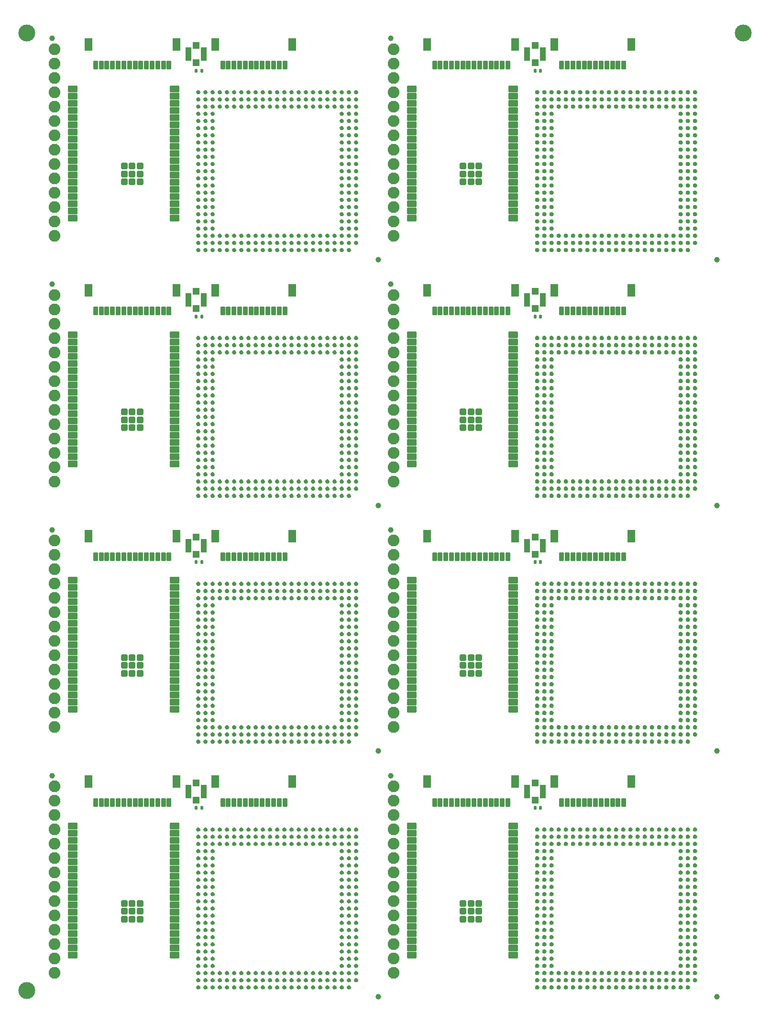
<source format=gts>
%TF.GenerationSoftware,KiCad,Pcbnew,8.0.5*%
%TF.CreationDate,2024-10-08T14:56:37+01:00*%
%TF.ProjectId,SparkFun_RTK_Facet_mosaic_panelized,53706172-6b46-4756-9e5f-52544b5f4661,rev?*%
%TF.SameCoordinates,Original*%
%TF.FileFunction,Soldermask,Top*%
%TF.FilePolarity,Negative*%
%FSLAX46Y46*%
G04 Gerber Fmt 4.6, Leading zero omitted, Abs format (unit mm)*
G04 Created by KiCad (PCBNEW 8.0.5) date 2024-10-08 14:56:37*
%MOMM*%
%LPD*%
G01*
G04 APERTURE LIST*
G04 Aperture macros list*
%AMRoundRect*
0 Rectangle with rounded corners*
0 $1 Rounding radius*
0 $2 $3 $4 $5 $6 $7 $8 $9 X,Y pos of 4 corners*
0 Add a 4 corners polygon primitive as box body*
4,1,4,$2,$3,$4,$5,$6,$7,$8,$9,$2,$3,0*
0 Add four circle primitives for the rounded corners*
1,1,$1+$1,$2,$3*
1,1,$1+$1,$4,$5*
1,1,$1+$1,$6,$7*
1,1,$1+$1,$8,$9*
0 Add four rect primitives between the rounded corners*
20,1,$1+$1,$2,$3,$4,$5,0*
20,1,$1+$1,$4,$5,$6,$7,0*
20,1,$1+$1,$6,$7,$8,$9,0*
20,1,$1+$1,$8,$9,$2,$3,0*%
G04 Aperture macros list end*
%ADD10C,0.000000*%
%ADD11RoundRect,0.140000X0.140000X0.170000X-0.140000X0.170000X-0.140000X-0.170000X0.140000X-0.170000X0*%
%ADD12C,2.082800*%
%ADD13RoundRect,0.101600X-0.750000X0.450000X-0.750000X-0.450000X0.750000X-0.450000X0.750000X0.450000X0*%
%ADD14RoundRect,0.101600X-0.450000X0.450000X-0.450000X-0.450000X0.450000X-0.450000X0.450000X0.450000X0*%
%ADD15C,1.000000*%
%ADD16C,3.000000*%
%ADD17RoundRect,0.101600X-0.500000X0.525000X-0.500000X-0.525000X0.500000X-0.525000X0.500000X0.525000X0*%
%ADD18RoundRect,0.101600X-0.425000X1.100000X-0.425000X-1.100000X0.425000X-1.100000X0.425000X1.100000X0*%
%ADD19RoundRect,0.101600X0.300000X0.675000X-0.300000X0.675000X-0.300000X-0.675000X0.300000X-0.675000X0*%
%ADD20RoundRect,0.101600X0.600000X1.000000X-0.600000X1.000000X-0.600000X-1.000000X0.600000X-1.000000X0*%
G04 APERTURE END LIST*
D10*
%TO.C,U2*%
G36*
X86787784Y161342503D02*
G01*
X86894039Y161288364D01*
X86979097Y161203305D01*
X87051321Y160981025D01*
X87032503Y160862216D01*
X86978364Y160755961D01*
X86894039Y160671636D01*
X86787784Y160617497D01*
X86670000Y160598842D01*
X86552216Y160617497D01*
X86445961Y160671636D01*
X86360903Y160756695D01*
X86288679Y160978975D01*
X86307497Y161097784D01*
X86361636Y161204039D01*
X86445961Y161288364D01*
X86552216Y161342503D01*
X86670000Y161361158D01*
X86787784Y161342503D01*
G37*
G36*
X86787784Y160072503D02*
G01*
X86894039Y160018364D01*
X86979097Y159933305D01*
X87051321Y159711025D01*
X87032503Y159592216D01*
X86978364Y159485961D01*
X86894039Y159401636D01*
X86787784Y159347497D01*
X86670000Y159328842D01*
X86552216Y159347497D01*
X86445961Y159401636D01*
X86360903Y159486695D01*
X86288679Y159708975D01*
X86307497Y159827784D01*
X86361636Y159934039D01*
X86445961Y160018364D01*
X86552216Y160072503D01*
X86670000Y160091158D01*
X86787784Y160072503D01*
G37*
G36*
X86787784Y158802503D02*
G01*
X86894039Y158748364D01*
X86979097Y158663305D01*
X87051321Y158441025D01*
X87032503Y158322216D01*
X86978364Y158215961D01*
X86894039Y158131636D01*
X86787784Y158077497D01*
X86670000Y158058842D01*
X86552216Y158077497D01*
X86445961Y158131636D01*
X86360903Y158216695D01*
X86288679Y158438975D01*
X86307497Y158557784D01*
X86361636Y158664039D01*
X86445961Y158748364D01*
X86552216Y158802503D01*
X86670000Y158821158D01*
X86787784Y158802503D01*
G37*
G36*
X86787784Y157532503D02*
G01*
X86894039Y157478364D01*
X86979097Y157393305D01*
X87051321Y157171025D01*
X87032503Y157052216D01*
X86978364Y156945961D01*
X86894039Y156861636D01*
X86787784Y156807497D01*
X86670000Y156788842D01*
X86552216Y156807497D01*
X86445961Y156861636D01*
X86360903Y156946695D01*
X86288679Y157168975D01*
X86307497Y157287784D01*
X86361636Y157394039D01*
X86445961Y157478364D01*
X86552216Y157532503D01*
X86670000Y157551158D01*
X86787784Y157532503D01*
G37*
G36*
X86787784Y156262503D02*
G01*
X86894039Y156208364D01*
X86979097Y156123305D01*
X87051321Y155901025D01*
X87032503Y155782216D01*
X86978364Y155675961D01*
X86894039Y155591636D01*
X86787784Y155537497D01*
X86670000Y155518842D01*
X86552216Y155537497D01*
X86445961Y155591636D01*
X86360903Y155676695D01*
X86288679Y155898975D01*
X86307497Y156017784D01*
X86361636Y156124039D01*
X86445961Y156208364D01*
X86552216Y156262503D01*
X86670000Y156281158D01*
X86787784Y156262503D01*
G37*
G36*
X86787784Y154992503D02*
G01*
X86894039Y154938364D01*
X86979097Y154853305D01*
X87051321Y154631025D01*
X87032503Y154512216D01*
X86978364Y154405961D01*
X86894039Y154321636D01*
X86787784Y154267497D01*
X86670000Y154248842D01*
X86552216Y154267497D01*
X86445961Y154321636D01*
X86360903Y154406695D01*
X86288679Y154628975D01*
X86307497Y154747784D01*
X86361636Y154854039D01*
X86445961Y154938364D01*
X86552216Y154992503D01*
X86670000Y155011158D01*
X86787784Y154992503D01*
G37*
G36*
X86787784Y153722503D02*
G01*
X86894039Y153668364D01*
X86979097Y153583305D01*
X87051321Y153361025D01*
X87032503Y153242216D01*
X86978364Y153135961D01*
X86894039Y153051636D01*
X86787784Y152997497D01*
X86670000Y152978842D01*
X86552216Y152997497D01*
X86445961Y153051636D01*
X86360903Y153136695D01*
X86288679Y153358975D01*
X86307497Y153477784D01*
X86361636Y153584039D01*
X86445961Y153668364D01*
X86552216Y153722503D01*
X86670000Y153741158D01*
X86787784Y153722503D01*
G37*
G36*
X86787784Y152452503D02*
G01*
X86894039Y152398364D01*
X86979097Y152313305D01*
X87051321Y152091025D01*
X87032503Y151972216D01*
X86978364Y151865961D01*
X86894039Y151781636D01*
X86787784Y151727497D01*
X86670000Y151708842D01*
X86552216Y151727497D01*
X86445961Y151781636D01*
X86360903Y151866695D01*
X86288679Y152088975D01*
X86307497Y152207784D01*
X86361636Y152314039D01*
X86445961Y152398364D01*
X86552216Y152452503D01*
X86670000Y152471158D01*
X86787784Y152452503D01*
G37*
G36*
X86787784Y151182503D02*
G01*
X86894039Y151128364D01*
X86979097Y151043305D01*
X87051321Y150821025D01*
X87032503Y150702216D01*
X86978364Y150595961D01*
X86894039Y150511636D01*
X86787784Y150457497D01*
X86670000Y150438842D01*
X86552216Y150457497D01*
X86445961Y150511636D01*
X86360903Y150596695D01*
X86288679Y150818975D01*
X86307497Y150937784D01*
X86361636Y151044039D01*
X86445961Y151128364D01*
X86552216Y151182503D01*
X86670000Y151201158D01*
X86787784Y151182503D01*
G37*
G36*
X86787784Y149912503D02*
G01*
X86894039Y149858364D01*
X86979097Y149773305D01*
X87051321Y149551025D01*
X87032503Y149432216D01*
X86978364Y149325961D01*
X86894039Y149241636D01*
X86787784Y149187497D01*
X86670000Y149168842D01*
X86552216Y149187497D01*
X86445961Y149241636D01*
X86360903Y149326695D01*
X86288679Y149548975D01*
X86307497Y149667784D01*
X86361636Y149774039D01*
X86445961Y149858364D01*
X86552216Y149912503D01*
X86670000Y149931158D01*
X86787784Y149912503D01*
G37*
G36*
X86787784Y148642503D02*
G01*
X86894039Y148588364D01*
X86979097Y148503305D01*
X87051321Y148281025D01*
X87032503Y148162216D01*
X86978364Y148055961D01*
X86894039Y147971636D01*
X86787784Y147917497D01*
X86670000Y147898842D01*
X86552216Y147917497D01*
X86445961Y147971636D01*
X86360903Y148056695D01*
X86288679Y148278975D01*
X86307497Y148397784D01*
X86361636Y148504039D01*
X86445961Y148588364D01*
X86552216Y148642503D01*
X86670000Y148661158D01*
X86787784Y148642503D01*
G37*
G36*
X86787784Y147372503D02*
G01*
X86894039Y147318364D01*
X86979097Y147233305D01*
X87051321Y147011025D01*
X87032503Y146892216D01*
X86978364Y146785961D01*
X86894039Y146701636D01*
X86787784Y146647497D01*
X86670000Y146628842D01*
X86552216Y146647497D01*
X86445961Y146701636D01*
X86360903Y146786695D01*
X86288679Y147008975D01*
X86307497Y147127784D01*
X86361636Y147234039D01*
X86445961Y147318364D01*
X86552216Y147372503D01*
X86670000Y147391158D01*
X86787784Y147372503D01*
G37*
G36*
X86787784Y146102503D02*
G01*
X86894039Y146048364D01*
X86979097Y145963305D01*
X87051321Y145741025D01*
X87032503Y145622216D01*
X86978364Y145515961D01*
X86894039Y145431636D01*
X86787784Y145377497D01*
X86670000Y145358842D01*
X86552216Y145377497D01*
X86445961Y145431636D01*
X86360903Y145516695D01*
X86288679Y145738975D01*
X86307497Y145857784D01*
X86361636Y145964039D01*
X86445961Y146048364D01*
X86552216Y146102503D01*
X86670000Y146121158D01*
X86787784Y146102503D01*
G37*
G36*
X86787784Y144832503D02*
G01*
X86894039Y144778364D01*
X86979097Y144693305D01*
X87051321Y144471025D01*
X87032503Y144352216D01*
X86978364Y144245961D01*
X86894039Y144161636D01*
X86787784Y144107497D01*
X86670000Y144088842D01*
X86552216Y144107497D01*
X86445961Y144161636D01*
X86360903Y144246695D01*
X86288679Y144468975D01*
X86307497Y144587784D01*
X86361636Y144694039D01*
X86445961Y144778364D01*
X86552216Y144832503D01*
X86670000Y144851158D01*
X86787784Y144832503D01*
G37*
G36*
X86787784Y143562503D02*
G01*
X86894039Y143508364D01*
X86979097Y143423305D01*
X87051321Y143201025D01*
X87032503Y143082216D01*
X86978364Y142975961D01*
X86894039Y142891636D01*
X86787784Y142837497D01*
X86670000Y142818842D01*
X86552216Y142837497D01*
X86445961Y142891636D01*
X86360903Y142976695D01*
X86288679Y143198975D01*
X86307497Y143317784D01*
X86361636Y143424039D01*
X86445961Y143508364D01*
X86552216Y143562503D01*
X86670000Y143581158D01*
X86787784Y143562503D01*
G37*
G36*
X86787784Y142292503D02*
G01*
X86894039Y142238364D01*
X86979097Y142153305D01*
X87051321Y141931025D01*
X87032503Y141812216D01*
X86978364Y141705961D01*
X86894039Y141621636D01*
X86787784Y141567497D01*
X86670000Y141548842D01*
X86552216Y141567497D01*
X86445961Y141621636D01*
X86360903Y141706695D01*
X86288679Y141928975D01*
X86307497Y142047784D01*
X86361636Y142154039D01*
X86445961Y142238364D01*
X86552216Y142292503D01*
X86670000Y142311158D01*
X86787784Y142292503D01*
G37*
G36*
X86787784Y141022503D02*
G01*
X86894039Y140968364D01*
X86979097Y140883305D01*
X87051321Y140661025D01*
X87032503Y140542216D01*
X86978364Y140435961D01*
X86894039Y140351636D01*
X86787784Y140297497D01*
X86670000Y140278842D01*
X86552216Y140297497D01*
X86445961Y140351636D01*
X86360903Y140436695D01*
X86288679Y140658975D01*
X86307497Y140777784D01*
X86361636Y140884039D01*
X86445961Y140968364D01*
X86552216Y141022503D01*
X86670000Y141041158D01*
X86787784Y141022503D01*
G37*
G36*
X86787784Y139752503D02*
G01*
X86894039Y139698364D01*
X86979097Y139613305D01*
X87051321Y139391025D01*
X87032503Y139272216D01*
X86978364Y139165961D01*
X86894039Y139081636D01*
X86787784Y139027497D01*
X86670000Y139008842D01*
X86552216Y139027497D01*
X86445961Y139081636D01*
X86360903Y139166695D01*
X86288679Y139388975D01*
X86307497Y139507784D01*
X86361636Y139614039D01*
X86445961Y139698364D01*
X86552216Y139752503D01*
X86670000Y139771158D01*
X86787784Y139752503D01*
G37*
G36*
X86787784Y138482503D02*
G01*
X86894039Y138428364D01*
X86979097Y138343305D01*
X87051321Y138121025D01*
X87032503Y138002216D01*
X86978364Y137895961D01*
X86894039Y137811636D01*
X86787784Y137757497D01*
X86670000Y137738842D01*
X86552216Y137757497D01*
X86445961Y137811636D01*
X86360903Y137896695D01*
X86288679Y138118975D01*
X86307497Y138237784D01*
X86361636Y138344039D01*
X86445961Y138428364D01*
X86552216Y138482503D01*
X86670000Y138501158D01*
X86787784Y138482503D01*
G37*
G36*
X86787784Y137212503D02*
G01*
X86894039Y137158364D01*
X86979097Y137073305D01*
X87051321Y136851025D01*
X87032503Y136732216D01*
X86978364Y136625961D01*
X86894039Y136541636D01*
X86787784Y136487497D01*
X86670000Y136468842D01*
X86552216Y136487497D01*
X86445961Y136541636D01*
X86360903Y136626695D01*
X86288679Y136848975D01*
X86307497Y136967784D01*
X86361636Y137074039D01*
X86445961Y137158364D01*
X86552216Y137212503D01*
X86670000Y137231158D01*
X86787784Y137212503D01*
G37*
G36*
X86787784Y135942503D02*
G01*
X86894039Y135888364D01*
X86979097Y135803305D01*
X87051321Y135581025D01*
X87032503Y135462216D01*
X86978364Y135355961D01*
X86894039Y135271636D01*
X86787784Y135217497D01*
X86670000Y135198842D01*
X86552216Y135217497D01*
X86445961Y135271636D01*
X86360903Y135356695D01*
X86288679Y135578975D01*
X86307497Y135697784D01*
X86361636Y135804039D01*
X86445961Y135888364D01*
X86552216Y135942503D01*
X86670000Y135961158D01*
X86787784Y135942503D01*
G37*
G36*
X86787784Y134672503D02*
G01*
X86894039Y134618364D01*
X86979097Y134533305D01*
X87051321Y134311025D01*
X87032503Y134192216D01*
X86978364Y134085961D01*
X86894039Y134001636D01*
X86787784Y133947497D01*
X86670000Y133928842D01*
X86552216Y133947497D01*
X86445961Y134001636D01*
X86360903Y134086695D01*
X86288679Y134308975D01*
X86307497Y134427784D01*
X86361636Y134534039D01*
X86445961Y134618364D01*
X86552216Y134672503D01*
X86670000Y134691158D01*
X86787784Y134672503D01*
G37*
G36*
X86787784Y133402503D02*
G01*
X86894039Y133348364D01*
X86979097Y133263305D01*
X87051321Y133041025D01*
X87032503Y132922216D01*
X86978364Y132815961D01*
X86894039Y132731636D01*
X86787784Y132677497D01*
X86670000Y132658842D01*
X86552216Y132677497D01*
X86445961Y132731636D01*
X86360903Y132816695D01*
X86288679Y133038975D01*
X86307497Y133157784D01*
X86361636Y133264039D01*
X86445961Y133348364D01*
X86552216Y133402503D01*
X86670000Y133421158D01*
X86787784Y133402503D01*
G37*
G36*
X88057784Y161342503D02*
G01*
X88164039Y161288364D01*
X88249097Y161203305D01*
X88321321Y160981025D01*
X88302503Y160862216D01*
X88248364Y160755961D01*
X88164039Y160671636D01*
X88057784Y160617497D01*
X87940000Y160598842D01*
X87822216Y160617497D01*
X87715961Y160671636D01*
X87630903Y160756695D01*
X87558679Y160978975D01*
X87577497Y161097784D01*
X87631636Y161204039D01*
X87715961Y161288364D01*
X87822216Y161342503D01*
X87940000Y161361158D01*
X88057784Y161342503D01*
G37*
G36*
X88057784Y160072503D02*
G01*
X88164039Y160018364D01*
X88249097Y159933305D01*
X88321321Y159711025D01*
X88302503Y159592216D01*
X88248364Y159485961D01*
X88164039Y159401636D01*
X88057784Y159347497D01*
X87940000Y159328842D01*
X87822216Y159347497D01*
X87715961Y159401636D01*
X87630903Y159486695D01*
X87558679Y159708975D01*
X87577497Y159827784D01*
X87631636Y159934039D01*
X87715961Y160018364D01*
X87822216Y160072503D01*
X87940000Y160091158D01*
X88057784Y160072503D01*
G37*
G36*
X88057784Y158802503D02*
G01*
X88164039Y158748364D01*
X88249097Y158663305D01*
X88321321Y158441025D01*
X88302503Y158322216D01*
X88248364Y158215961D01*
X88164039Y158131636D01*
X88057784Y158077497D01*
X87940000Y158058842D01*
X87822216Y158077497D01*
X87715961Y158131636D01*
X87630903Y158216695D01*
X87558679Y158438975D01*
X87577497Y158557784D01*
X87631636Y158664039D01*
X87715961Y158748364D01*
X87822216Y158802503D01*
X87940000Y158821158D01*
X88057784Y158802503D01*
G37*
G36*
X88057784Y157532503D02*
G01*
X88164039Y157478364D01*
X88249097Y157393305D01*
X88321321Y157171025D01*
X88302503Y157052216D01*
X88248364Y156945961D01*
X88164039Y156861636D01*
X88057784Y156807497D01*
X87940000Y156788842D01*
X87822216Y156807497D01*
X87715961Y156861636D01*
X87630903Y156946695D01*
X87558679Y157168975D01*
X87577497Y157287784D01*
X87631636Y157394039D01*
X87715961Y157478364D01*
X87822216Y157532503D01*
X87940000Y157551158D01*
X88057784Y157532503D01*
G37*
G36*
X88057784Y156262503D02*
G01*
X88164039Y156208364D01*
X88249097Y156123305D01*
X88321321Y155901025D01*
X88302503Y155782216D01*
X88248364Y155675961D01*
X88164039Y155591636D01*
X88057784Y155537497D01*
X87940000Y155518842D01*
X87822216Y155537497D01*
X87715961Y155591636D01*
X87630903Y155676695D01*
X87558679Y155898975D01*
X87577497Y156017784D01*
X87631636Y156124039D01*
X87715961Y156208364D01*
X87822216Y156262503D01*
X87940000Y156281158D01*
X88057784Y156262503D01*
G37*
G36*
X88057784Y154992503D02*
G01*
X88164039Y154938364D01*
X88249097Y154853305D01*
X88321321Y154631025D01*
X88302503Y154512216D01*
X88248364Y154405961D01*
X88164039Y154321636D01*
X88057784Y154267497D01*
X87940000Y154248842D01*
X87822216Y154267497D01*
X87715961Y154321636D01*
X87630903Y154406695D01*
X87558679Y154628975D01*
X87577497Y154747784D01*
X87631636Y154854039D01*
X87715961Y154938364D01*
X87822216Y154992503D01*
X87940000Y155011158D01*
X88057784Y154992503D01*
G37*
G36*
X88057784Y153722503D02*
G01*
X88164039Y153668364D01*
X88249097Y153583305D01*
X88321321Y153361025D01*
X88302503Y153242216D01*
X88248364Y153135961D01*
X88164039Y153051636D01*
X88057784Y152997497D01*
X87940000Y152978842D01*
X87822216Y152997497D01*
X87715961Y153051636D01*
X87630903Y153136695D01*
X87558679Y153358975D01*
X87577497Y153477784D01*
X87631636Y153584039D01*
X87715961Y153668364D01*
X87822216Y153722503D01*
X87940000Y153741158D01*
X88057784Y153722503D01*
G37*
G36*
X88057784Y152452503D02*
G01*
X88164039Y152398364D01*
X88249097Y152313305D01*
X88321321Y152091025D01*
X88302503Y151972216D01*
X88248364Y151865961D01*
X88164039Y151781636D01*
X88057784Y151727497D01*
X87940000Y151708842D01*
X87822216Y151727497D01*
X87715961Y151781636D01*
X87630903Y151866695D01*
X87558679Y152088975D01*
X87577497Y152207784D01*
X87631636Y152314039D01*
X87715961Y152398364D01*
X87822216Y152452503D01*
X87940000Y152471158D01*
X88057784Y152452503D01*
G37*
G36*
X88057784Y151182503D02*
G01*
X88164039Y151128364D01*
X88249097Y151043305D01*
X88321321Y150821025D01*
X88302503Y150702216D01*
X88248364Y150595961D01*
X88164039Y150511636D01*
X88057784Y150457497D01*
X87940000Y150438842D01*
X87822216Y150457497D01*
X87715961Y150511636D01*
X87630903Y150596695D01*
X87558679Y150818975D01*
X87577497Y150937784D01*
X87631636Y151044039D01*
X87715961Y151128364D01*
X87822216Y151182503D01*
X87940000Y151201158D01*
X88057784Y151182503D01*
G37*
G36*
X88057784Y149912503D02*
G01*
X88164039Y149858364D01*
X88249097Y149773305D01*
X88321321Y149551025D01*
X88302503Y149432216D01*
X88248364Y149325961D01*
X88164039Y149241636D01*
X88057784Y149187497D01*
X87940000Y149168842D01*
X87822216Y149187497D01*
X87715961Y149241636D01*
X87630903Y149326695D01*
X87558679Y149548975D01*
X87577497Y149667784D01*
X87631636Y149774039D01*
X87715961Y149858364D01*
X87822216Y149912503D01*
X87940000Y149931158D01*
X88057784Y149912503D01*
G37*
G36*
X88057784Y148642503D02*
G01*
X88164039Y148588364D01*
X88249097Y148503305D01*
X88321321Y148281025D01*
X88302503Y148162216D01*
X88248364Y148055961D01*
X88164039Y147971636D01*
X88057784Y147917497D01*
X87940000Y147898842D01*
X87822216Y147917497D01*
X87715961Y147971636D01*
X87630903Y148056695D01*
X87558679Y148278975D01*
X87577497Y148397784D01*
X87631636Y148504039D01*
X87715961Y148588364D01*
X87822216Y148642503D01*
X87940000Y148661158D01*
X88057784Y148642503D01*
G37*
G36*
X88057784Y147372503D02*
G01*
X88164039Y147318364D01*
X88249097Y147233305D01*
X88321321Y147011025D01*
X88302503Y146892216D01*
X88248364Y146785961D01*
X88164039Y146701636D01*
X88057784Y146647497D01*
X87940000Y146628842D01*
X87822216Y146647497D01*
X87715961Y146701636D01*
X87630903Y146786695D01*
X87558679Y147008975D01*
X87577497Y147127784D01*
X87631636Y147234039D01*
X87715961Y147318364D01*
X87822216Y147372503D01*
X87940000Y147391158D01*
X88057784Y147372503D01*
G37*
G36*
X88057784Y146102503D02*
G01*
X88164039Y146048364D01*
X88249097Y145963305D01*
X88321321Y145741025D01*
X88302503Y145622216D01*
X88248364Y145515961D01*
X88164039Y145431636D01*
X88057784Y145377497D01*
X87940000Y145358842D01*
X87822216Y145377497D01*
X87715961Y145431636D01*
X87630903Y145516695D01*
X87558679Y145738975D01*
X87577497Y145857784D01*
X87631636Y145964039D01*
X87715961Y146048364D01*
X87822216Y146102503D01*
X87940000Y146121158D01*
X88057784Y146102503D01*
G37*
G36*
X88057784Y144832503D02*
G01*
X88164039Y144778364D01*
X88249097Y144693305D01*
X88321321Y144471025D01*
X88302503Y144352216D01*
X88248364Y144245961D01*
X88164039Y144161636D01*
X88057784Y144107497D01*
X87940000Y144088842D01*
X87822216Y144107497D01*
X87715961Y144161636D01*
X87630903Y144246695D01*
X87558679Y144468975D01*
X87577497Y144587784D01*
X87631636Y144694039D01*
X87715961Y144778364D01*
X87822216Y144832503D01*
X87940000Y144851158D01*
X88057784Y144832503D01*
G37*
G36*
X88057784Y143562503D02*
G01*
X88164039Y143508364D01*
X88249097Y143423305D01*
X88321321Y143201025D01*
X88302503Y143082216D01*
X88248364Y142975961D01*
X88164039Y142891636D01*
X88057784Y142837497D01*
X87940000Y142818842D01*
X87822216Y142837497D01*
X87715961Y142891636D01*
X87630903Y142976695D01*
X87558679Y143198975D01*
X87577497Y143317784D01*
X87631636Y143424039D01*
X87715961Y143508364D01*
X87822216Y143562503D01*
X87940000Y143581158D01*
X88057784Y143562503D01*
G37*
G36*
X88057784Y142292503D02*
G01*
X88164039Y142238364D01*
X88249097Y142153305D01*
X88321321Y141931025D01*
X88302503Y141812216D01*
X88248364Y141705961D01*
X88164039Y141621636D01*
X88057784Y141567497D01*
X87940000Y141548842D01*
X87822216Y141567497D01*
X87715961Y141621636D01*
X87630903Y141706695D01*
X87558679Y141928975D01*
X87577497Y142047784D01*
X87631636Y142154039D01*
X87715961Y142238364D01*
X87822216Y142292503D01*
X87940000Y142311158D01*
X88057784Y142292503D01*
G37*
G36*
X88057784Y141022503D02*
G01*
X88164039Y140968364D01*
X88249097Y140883305D01*
X88321321Y140661025D01*
X88302503Y140542216D01*
X88248364Y140435961D01*
X88164039Y140351636D01*
X88057784Y140297497D01*
X87940000Y140278842D01*
X87822216Y140297497D01*
X87715961Y140351636D01*
X87630903Y140436695D01*
X87558679Y140658975D01*
X87577497Y140777784D01*
X87631636Y140884039D01*
X87715961Y140968364D01*
X87822216Y141022503D01*
X87940000Y141041158D01*
X88057784Y141022503D01*
G37*
G36*
X88057784Y139752503D02*
G01*
X88164039Y139698364D01*
X88249097Y139613305D01*
X88321321Y139391025D01*
X88302503Y139272216D01*
X88248364Y139165961D01*
X88164039Y139081636D01*
X88057784Y139027497D01*
X87940000Y139008842D01*
X87822216Y139027497D01*
X87715961Y139081636D01*
X87630903Y139166695D01*
X87558679Y139388975D01*
X87577497Y139507784D01*
X87631636Y139614039D01*
X87715961Y139698364D01*
X87822216Y139752503D01*
X87940000Y139771158D01*
X88057784Y139752503D01*
G37*
G36*
X88057784Y138482503D02*
G01*
X88164039Y138428364D01*
X88249097Y138343305D01*
X88321321Y138121025D01*
X88302503Y138002216D01*
X88248364Y137895961D01*
X88164039Y137811636D01*
X88057784Y137757497D01*
X87940000Y137738842D01*
X87822216Y137757497D01*
X87715961Y137811636D01*
X87630903Y137896695D01*
X87558679Y138118975D01*
X87577497Y138237784D01*
X87631636Y138344039D01*
X87715961Y138428364D01*
X87822216Y138482503D01*
X87940000Y138501158D01*
X88057784Y138482503D01*
G37*
G36*
X88057784Y137212503D02*
G01*
X88164039Y137158364D01*
X88249097Y137073305D01*
X88321321Y136851025D01*
X88302503Y136732216D01*
X88248364Y136625961D01*
X88164039Y136541636D01*
X88057784Y136487497D01*
X87940000Y136468842D01*
X87822216Y136487497D01*
X87715961Y136541636D01*
X87630903Y136626695D01*
X87558679Y136848975D01*
X87577497Y136967784D01*
X87631636Y137074039D01*
X87715961Y137158364D01*
X87822216Y137212503D01*
X87940000Y137231158D01*
X88057784Y137212503D01*
G37*
G36*
X88057784Y135942503D02*
G01*
X88164039Y135888364D01*
X88249097Y135803305D01*
X88321321Y135581025D01*
X88302503Y135462216D01*
X88248364Y135355961D01*
X88164039Y135271636D01*
X88057784Y135217497D01*
X87940000Y135198842D01*
X87822216Y135217497D01*
X87715961Y135271636D01*
X87630903Y135356695D01*
X87558679Y135578975D01*
X87577497Y135697784D01*
X87631636Y135804039D01*
X87715961Y135888364D01*
X87822216Y135942503D01*
X87940000Y135961158D01*
X88057784Y135942503D01*
G37*
G36*
X88057784Y134672503D02*
G01*
X88164039Y134618364D01*
X88249097Y134533305D01*
X88321321Y134311025D01*
X88302503Y134192216D01*
X88248364Y134085961D01*
X88164039Y134001636D01*
X88057784Y133947497D01*
X87940000Y133928842D01*
X87822216Y133947497D01*
X87715961Y134001636D01*
X87630903Y134086695D01*
X87558679Y134308975D01*
X87577497Y134427784D01*
X87631636Y134534039D01*
X87715961Y134618364D01*
X87822216Y134672503D01*
X87940000Y134691158D01*
X88057784Y134672503D01*
G37*
G36*
X88057784Y133402503D02*
G01*
X88164039Y133348364D01*
X88249097Y133263305D01*
X88321321Y133041025D01*
X88302503Y132922216D01*
X88248364Y132815961D01*
X88164039Y132731636D01*
X88057784Y132677497D01*
X87940000Y132658842D01*
X87822216Y132677497D01*
X87715961Y132731636D01*
X87630903Y132816695D01*
X87558679Y133038975D01*
X87577497Y133157784D01*
X87631636Y133264039D01*
X87715961Y133348364D01*
X87822216Y133402503D01*
X87940000Y133421158D01*
X88057784Y133402503D01*
G37*
G36*
X89327784Y161342503D02*
G01*
X89434039Y161288364D01*
X89519097Y161203305D01*
X89591321Y160981025D01*
X89572503Y160862216D01*
X89518364Y160755961D01*
X89434039Y160671636D01*
X89327784Y160617497D01*
X89210000Y160598842D01*
X89092216Y160617497D01*
X88985961Y160671636D01*
X88900903Y160756695D01*
X88828679Y160978975D01*
X88847497Y161097784D01*
X88901636Y161204039D01*
X88985961Y161288364D01*
X89092216Y161342503D01*
X89210000Y161361158D01*
X89327784Y161342503D01*
G37*
G36*
X89327784Y160072503D02*
G01*
X89434039Y160018364D01*
X89519097Y159933305D01*
X89591321Y159711025D01*
X89572503Y159592216D01*
X89518364Y159485961D01*
X89434039Y159401636D01*
X89327784Y159347497D01*
X89210000Y159328842D01*
X89092216Y159347497D01*
X88985961Y159401636D01*
X88900903Y159486695D01*
X88828679Y159708975D01*
X88847497Y159827784D01*
X88901636Y159934039D01*
X88985961Y160018364D01*
X89092216Y160072503D01*
X89210000Y160091158D01*
X89327784Y160072503D01*
G37*
G36*
X89327784Y158802503D02*
G01*
X89434039Y158748364D01*
X89519097Y158663305D01*
X89591321Y158441025D01*
X89572503Y158322216D01*
X89518364Y158215961D01*
X89434039Y158131636D01*
X89327784Y158077497D01*
X89210000Y158058842D01*
X89092216Y158077497D01*
X88985961Y158131636D01*
X88900903Y158216695D01*
X88828679Y158438975D01*
X88847497Y158557784D01*
X88901636Y158664039D01*
X88985961Y158748364D01*
X89092216Y158802503D01*
X89210000Y158821158D01*
X89327784Y158802503D01*
G37*
G36*
X89327784Y157532503D02*
G01*
X89434039Y157478364D01*
X89519097Y157393305D01*
X89591321Y157171025D01*
X89572503Y157052216D01*
X89518364Y156945961D01*
X89434039Y156861636D01*
X89327784Y156807497D01*
X89210000Y156788842D01*
X89092216Y156807497D01*
X88985961Y156861636D01*
X88900903Y156946695D01*
X88828679Y157168975D01*
X88847497Y157287784D01*
X88901636Y157394039D01*
X88985961Y157478364D01*
X89092216Y157532503D01*
X89210000Y157551158D01*
X89327784Y157532503D01*
G37*
G36*
X89327784Y156262503D02*
G01*
X89434039Y156208364D01*
X89519097Y156123305D01*
X89591321Y155901025D01*
X89572503Y155782216D01*
X89518364Y155675961D01*
X89434039Y155591636D01*
X89327784Y155537497D01*
X89210000Y155518842D01*
X89092216Y155537497D01*
X88985961Y155591636D01*
X88900903Y155676695D01*
X88828679Y155898975D01*
X88847497Y156017784D01*
X88901636Y156124039D01*
X88985961Y156208364D01*
X89092216Y156262503D01*
X89210000Y156281158D01*
X89327784Y156262503D01*
G37*
G36*
X89327784Y154992503D02*
G01*
X89434039Y154938364D01*
X89519097Y154853305D01*
X89591321Y154631025D01*
X89572503Y154512216D01*
X89518364Y154405961D01*
X89434039Y154321636D01*
X89327784Y154267497D01*
X89210000Y154248842D01*
X89092216Y154267497D01*
X88985961Y154321636D01*
X88900903Y154406695D01*
X88828679Y154628975D01*
X88847497Y154747784D01*
X88901636Y154854039D01*
X88985961Y154938364D01*
X89092216Y154992503D01*
X89210000Y155011158D01*
X89327784Y154992503D01*
G37*
G36*
X89327784Y153722503D02*
G01*
X89434039Y153668364D01*
X89519097Y153583305D01*
X89591321Y153361025D01*
X89572503Y153242216D01*
X89518364Y153135961D01*
X89434039Y153051636D01*
X89327784Y152997497D01*
X89210000Y152978842D01*
X89092216Y152997497D01*
X88985961Y153051636D01*
X88900903Y153136695D01*
X88828679Y153358975D01*
X88847497Y153477784D01*
X88901636Y153584039D01*
X88985961Y153668364D01*
X89092216Y153722503D01*
X89210000Y153741158D01*
X89327784Y153722503D01*
G37*
G36*
X89327784Y152452503D02*
G01*
X89434039Y152398364D01*
X89519097Y152313305D01*
X89591321Y152091025D01*
X89572503Y151972216D01*
X89518364Y151865961D01*
X89434039Y151781636D01*
X89327784Y151727497D01*
X89210000Y151708842D01*
X89092216Y151727497D01*
X88985961Y151781636D01*
X88900903Y151866695D01*
X88828679Y152088975D01*
X88847497Y152207784D01*
X88901636Y152314039D01*
X88985961Y152398364D01*
X89092216Y152452503D01*
X89210000Y152471158D01*
X89327784Y152452503D01*
G37*
G36*
X89327784Y151182503D02*
G01*
X89434039Y151128364D01*
X89519097Y151043305D01*
X89591321Y150821025D01*
X89572503Y150702216D01*
X89518364Y150595961D01*
X89434039Y150511636D01*
X89327784Y150457497D01*
X89210000Y150438842D01*
X89092216Y150457497D01*
X88985961Y150511636D01*
X88900903Y150596695D01*
X88828679Y150818975D01*
X88847497Y150937784D01*
X88901636Y151044039D01*
X88985961Y151128364D01*
X89092216Y151182503D01*
X89210000Y151201158D01*
X89327784Y151182503D01*
G37*
G36*
X89327784Y149912503D02*
G01*
X89434039Y149858364D01*
X89519097Y149773305D01*
X89591321Y149551025D01*
X89572503Y149432216D01*
X89518364Y149325961D01*
X89434039Y149241636D01*
X89327784Y149187497D01*
X89210000Y149168842D01*
X89092216Y149187497D01*
X88985961Y149241636D01*
X88900903Y149326695D01*
X88828679Y149548975D01*
X88847497Y149667784D01*
X88901636Y149774039D01*
X88985961Y149858364D01*
X89092216Y149912503D01*
X89210000Y149931158D01*
X89327784Y149912503D01*
G37*
G36*
X89327784Y148642503D02*
G01*
X89434039Y148588364D01*
X89519097Y148503305D01*
X89591321Y148281025D01*
X89572503Y148162216D01*
X89518364Y148055961D01*
X89434039Y147971636D01*
X89327784Y147917497D01*
X89210000Y147898842D01*
X89092216Y147917497D01*
X88985961Y147971636D01*
X88900903Y148056695D01*
X88828679Y148278975D01*
X88847497Y148397784D01*
X88901636Y148504039D01*
X88985961Y148588364D01*
X89092216Y148642503D01*
X89210000Y148661158D01*
X89327784Y148642503D01*
G37*
G36*
X89327784Y147372503D02*
G01*
X89434039Y147318364D01*
X89519097Y147233305D01*
X89591321Y147011025D01*
X89572503Y146892216D01*
X89518364Y146785961D01*
X89434039Y146701636D01*
X89327784Y146647497D01*
X89210000Y146628842D01*
X89092216Y146647497D01*
X88985961Y146701636D01*
X88900903Y146786695D01*
X88828679Y147008975D01*
X88847497Y147127784D01*
X88901636Y147234039D01*
X88985961Y147318364D01*
X89092216Y147372503D01*
X89210000Y147391158D01*
X89327784Y147372503D01*
G37*
G36*
X89327784Y146102503D02*
G01*
X89434039Y146048364D01*
X89519097Y145963305D01*
X89591321Y145741025D01*
X89572503Y145622216D01*
X89518364Y145515961D01*
X89434039Y145431636D01*
X89327784Y145377497D01*
X89210000Y145358842D01*
X89092216Y145377497D01*
X88985961Y145431636D01*
X88900903Y145516695D01*
X88828679Y145738975D01*
X88847497Y145857784D01*
X88901636Y145964039D01*
X88985961Y146048364D01*
X89092216Y146102503D01*
X89210000Y146121158D01*
X89327784Y146102503D01*
G37*
G36*
X89327784Y144832503D02*
G01*
X89434039Y144778364D01*
X89519097Y144693305D01*
X89591321Y144471025D01*
X89572503Y144352216D01*
X89518364Y144245961D01*
X89434039Y144161636D01*
X89327784Y144107497D01*
X89210000Y144088842D01*
X89092216Y144107497D01*
X88985961Y144161636D01*
X88900903Y144246695D01*
X88828679Y144468975D01*
X88847497Y144587784D01*
X88901636Y144694039D01*
X88985961Y144778364D01*
X89092216Y144832503D01*
X89210000Y144851158D01*
X89327784Y144832503D01*
G37*
G36*
X89327784Y143562503D02*
G01*
X89434039Y143508364D01*
X89519097Y143423305D01*
X89591321Y143201025D01*
X89572503Y143082216D01*
X89518364Y142975961D01*
X89434039Y142891636D01*
X89327784Y142837497D01*
X89210000Y142818842D01*
X89092216Y142837497D01*
X88985961Y142891636D01*
X88900903Y142976695D01*
X88828679Y143198975D01*
X88847497Y143317784D01*
X88901636Y143424039D01*
X88985961Y143508364D01*
X89092216Y143562503D01*
X89210000Y143581158D01*
X89327784Y143562503D01*
G37*
G36*
X89327784Y142292503D02*
G01*
X89434039Y142238364D01*
X89519097Y142153305D01*
X89591321Y141931025D01*
X89572503Y141812216D01*
X89518364Y141705961D01*
X89434039Y141621636D01*
X89327784Y141567497D01*
X89210000Y141548842D01*
X89092216Y141567497D01*
X88985961Y141621636D01*
X88900903Y141706695D01*
X88828679Y141928975D01*
X88847497Y142047784D01*
X88901636Y142154039D01*
X88985961Y142238364D01*
X89092216Y142292503D01*
X89210000Y142311158D01*
X89327784Y142292503D01*
G37*
G36*
X89327784Y141022503D02*
G01*
X89434039Y140968364D01*
X89519097Y140883305D01*
X89591321Y140661025D01*
X89572503Y140542216D01*
X89518364Y140435961D01*
X89434039Y140351636D01*
X89327784Y140297497D01*
X89210000Y140278842D01*
X89092216Y140297497D01*
X88985961Y140351636D01*
X88900903Y140436695D01*
X88828679Y140658975D01*
X88847497Y140777784D01*
X88901636Y140884039D01*
X88985961Y140968364D01*
X89092216Y141022503D01*
X89210000Y141041158D01*
X89327784Y141022503D01*
G37*
G36*
X89327784Y139752503D02*
G01*
X89434039Y139698364D01*
X89519097Y139613305D01*
X89591321Y139391025D01*
X89572503Y139272216D01*
X89518364Y139165961D01*
X89434039Y139081636D01*
X89327784Y139027497D01*
X89210000Y139008842D01*
X89092216Y139027497D01*
X88985961Y139081636D01*
X88900903Y139166695D01*
X88828679Y139388975D01*
X88847497Y139507784D01*
X88901636Y139614039D01*
X88985961Y139698364D01*
X89092216Y139752503D01*
X89210000Y139771158D01*
X89327784Y139752503D01*
G37*
G36*
X89327784Y138482503D02*
G01*
X89434039Y138428364D01*
X89519097Y138343305D01*
X89591321Y138121025D01*
X89572503Y138002216D01*
X89518364Y137895961D01*
X89434039Y137811636D01*
X89327784Y137757497D01*
X89210000Y137738842D01*
X89092216Y137757497D01*
X88985961Y137811636D01*
X88900903Y137896695D01*
X88828679Y138118975D01*
X88847497Y138237784D01*
X88901636Y138344039D01*
X88985961Y138428364D01*
X89092216Y138482503D01*
X89210000Y138501158D01*
X89327784Y138482503D01*
G37*
G36*
X89327784Y137212503D02*
G01*
X89434039Y137158364D01*
X89519097Y137073305D01*
X89591321Y136851025D01*
X89572503Y136732216D01*
X89518364Y136625961D01*
X89434039Y136541636D01*
X89327784Y136487497D01*
X89210000Y136468842D01*
X89092216Y136487497D01*
X88985961Y136541636D01*
X88900903Y136626695D01*
X88828679Y136848975D01*
X88847497Y136967784D01*
X88901636Y137074039D01*
X88985961Y137158364D01*
X89092216Y137212503D01*
X89210000Y137231158D01*
X89327784Y137212503D01*
G37*
G36*
X89327784Y135942503D02*
G01*
X89434039Y135888364D01*
X89519097Y135803305D01*
X89591321Y135581025D01*
X89572503Y135462216D01*
X89518364Y135355961D01*
X89434039Y135271636D01*
X89327784Y135217497D01*
X89210000Y135198842D01*
X89092216Y135217497D01*
X88985961Y135271636D01*
X88900903Y135356695D01*
X88828679Y135578975D01*
X88847497Y135697784D01*
X88901636Y135804039D01*
X88985961Y135888364D01*
X89092216Y135942503D01*
X89210000Y135961158D01*
X89327784Y135942503D01*
G37*
G36*
X89327784Y134672503D02*
G01*
X89434039Y134618364D01*
X89519097Y134533305D01*
X89591321Y134311025D01*
X89572503Y134192216D01*
X89518364Y134085961D01*
X89434039Y134001636D01*
X89327784Y133947497D01*
X89210000Y133928842D01*
X89092216Y133947497D01*
X88985961Y134001636D01*
X88900903Y134086695D01*
X88828679Y134308975D01*
X88847497Y134427784D01*
X88901636Y134534039D01*
X88985961Y134618364D01*
X89092216Y134672503D01*
X89210000Y134691158D01*
X89327784Y134672503D01*
G37*
G36*
X89327784Y133402503D02*
G01*
X89434039Y133348364D01*
X89519097Y133263305D01*
X89591321Y133041025D01*
X89572503Y132922216D01*
X89518364Y132815961D01*
X89434039Y132731636D01*
X89327784Y132677497D01*
X89210000Y132658842D01*
X89092216Y132677497D01*
X88985961Y132731636D01*
X88900903Y132816695D01*
X88828679Y133038975D01*
X88847497Y133157784D01*
X88901636Y133264039D01*
X88985961Y133348364D01*
X89092216Y133402503D01*
X89210000Y133421158D01*
X89327784Y133402503D01*
G37*
G36*
X90597784Y161342503D02*
G01*
X90704039Y161288364D01*
X90789097Y161203305D01*
X90861321Y160981025D01*
X90842503Y160862216D01*
X90788364Y160755961D01*
X90704039Y160671636D01*
X90597784Y160617497D01*
X90480000Y160598842D01*
X90362216Y160617497D01*
X90255961Y160671636D01*
X90170903Y160756695D01*
X90098679Y160978975D01*
X90117497Y161097784D01*
X90171636Y161204039D01*
X90255961Y161288364D01*
X90362216Y161342503D01*
X90480000Y161361158D01*
X90597784Y161342503D01*
G37*
G36*
X90597784Y160072503D02*
G01*
X90704039Y160018364D01*
X90789097Y159933305D01*
X90861321Y159711025D01*
X90842503Y159592216D01*
X90788364Y159485961D01*
X90704039Y159401636D01*
X90597784Y159347497D01*
X90480000Y159328842D01*
X90362216Y159347497D01*
X90255961Y159401636D01*
X90170903Y159486695D01*
X90098679Y159708975D01*
X90117497Y159827784D01*
X90171636Y159934039D01*
X90255961Y160018364D01*
X90362216Y160072503D01*
X90480000Y160091158D01*
X90597784Y160072503D01*
G37*
G36*
X90597784Y158802503D02*
G01*
X90704039Y158748364D01*
X90789097Y158663305D01*
X90861321Y158441025D01*
X90842503Y158322216D01*
X90788364Y158215961D01*
X90704039Y158131636D01*
X90597784Y158077497D01*
X90480000Y158058842D01*
X90362216Y158077497D01*
X90255961Y158131636D01*
X90170903Y158216695D01*
X90098679Y158438975D01*
X90117497Y158557784D01*
X90171636Y158664039D01*
X90255961Y158748364D01*
X90362216Y158802503D01*
X90480000Y158821158D01*
X90597784Y158802503D01*
G37*
G36*
X90597784Y135942503D02*
G01*
X90704039Y135888364D01*
X90789097Y135803305D01*
X90861321Y135581025D01*
X90842503Y135462216D01*
X90788364Y135355961D01*
X90704039Y135271636D01*
X90597784Y135217497D01*
X90480000Y135198842D01*
X90362216Y135217497D01*
X90255961Y135271636D01*
X90170903Y135356695D01*
X90098679Y135578975D01*
X90117497Y135697784D01*
X90171636Y135804039D01*
X90255961Y135888364D01*
X90362216Y135942503D01*
X90480000Y135961158D01*
X90597784Y135942503D01*
G37*
G36*
X90597784Y134672503D02*
G01*
X90704039Y134618364D01*
X90789097Y134533305D01*
X90861321Y134311025D01*
X90842503Y134192216D01*
X90788364Y134085961D01*
X90704039Y134001636D01*
X90597784Y133947497D01*
X90480000Y133928842D01*
X90362216Y133947497D01*
X90255961Y134001636D01*
X90170903Y134086695D01*
X90098679Y134308975D01*
X90117497Y134427784D01*
X90171636Y134534039D01*
X90255961Y134618364D01*
X90362216Y134672503D01*
X90480000Y134691158D01*
X90597784Y134672503D01*
G37*
G36*
X90597784Y133402503D02*
G01*
X90704039Y133348364D01*
X90789097Y133263305D01*
X90861321Y133041025D01*
X90842503Y132922216D01*
X90788364Y132815961D01*
X90704039Y132731636D01*
X90597784Y132677497D01*
X90480000Y132658842D01*
X90362216Y132677497D01*
X90255961Y132731636D01*
X90170903Y132816695D01*
X90098679Y133038975D01*
X90117497Y133157784D01*
X90171636Y133264039D01*
X90255961Y133348364D01*
X90362216Y133402503D01*
X90480000Y133421158D01*
X90597784Y133402503D01*
G37*
G36*
X91867784Y161342503D02*
G01*
X91974039Y161288364D01*
X92059097Y161203305D01*
X92131321Y160981025D01*
X92112503Y160862216D01*
X92058364Y160755961D01*
X91974039Y160671636D01*
X91867784Y160617497D01*
X91750000Y160598842D01*
X91632216Y160617497D01*
X91525961Y160671636D01*
X91440903Y160756695D01*
X91368679Y160978975D01*
X91387497Y161097784D01*
X91441636Y161204039D01*
X91525961Y161288364D01*
X91632216Y161342503D01*
X91750000Y161361158D01*
X91867784Y161342503D01*
G37*
G36*
X91867784Y160072503D02*
G01*
X91974039Y160018364D01*
X92059097Y159933305D01*
X92131321Y159711025D01*
X92112503Y159592216D01*
X92058364Y159485961D01*
X91974039Y159401636D01*
X91867784Y159347497D01*
X91750000Y159328842D01*
X91632216Y159347497D01*
X91525961Y159401636D01*
X91440903Y159486695D01*
X91368679Y159708975D01*
X91387497Y159827784D01*
X91441636Y159934039D01*
X91525961Y160018364D01*
X91632216Y160072503D01*
X91750000Y160091158D01*
X91867784Y160072503D01*
G37*
G36*
X91867784Y158802503D02*
G01*
X91974039Y158748364D01*
X92059097Y158663305D01*
X92131321Y158441025D01*
X92112503Y158322216D01*
X92058364Y158215961D01*
X91974039Y158131636D01*
X91867784Y158077497D01*
X91750000Y158058842D01*
X91632216Y158077497D01*
X91525961Y158131636D01*
X91440903Y158216695D01*
X91368679Y158438975D01*
X91387497Y158557784D01*
X91441636Y158664039D01*
X91525961Y158748364D01*
X91632216Y158802503D01*
X91750000Y158821158D01*
X91867784Y158802503D01*
G37*
G36*
X91867784Y135942503D02*
G01*
X91974039Y135888364D01*
X92059097Y135803305D01*
X92131321Y135581025D01*
X92112503Y135462216D01*
X92058364Y135355961D01*
X91974039Y135271636D01*
X91867784Y135217497D01*
X91750000Y135198842D01*
X91632216Y135217497D01*
X91525961Y135271636D01*
X91440903Y135356695D01*
X91368679Y135578975D01*
X91387497Y135697784D01*
X91441636Y135804039D01*
X91525961Y135888364D01*
X91632216Y135942503D01*
X91750000Y135961158D01*
X91867784Y135942503D01*
G37*
G36*
X91867784Y134672503D02*
G01*
X91974039Y134618364D01*
X92059097Y134533305D01*
X92131321Y134311025D01*
X92112503Y134192216D01*
X92058364Y134085961D01*
X91974039Y134001636D01*
X91867784Y133947497D01*
X91750000Y133928842D01*
X91632216Y133947497D01*
X91525961Y134001636D01*
X91440903Y134086695D01*
X91368679Y134308975D01*
X91387497Y134427784D01*
X91441636Y134534039D01*
X91525961Y134618364D01*
X91632216Y134672503D01*
X91750000Y134691158D01*
X91867784Y134672503D01*
G37*
G36*
X91867784Y133402503D02*
G01*
X91974039Y133348364D01*
X92059097Y133263305D01*
X92131321Y133041025D01*
X92112503Y132922216D01*
X92058364Y132815961D01*
X91974039Y132731636D01*
X91867784Y132677497D01*
X91750000Y132658842D01*
X91632216Y132677497D01*
X91525961Y132731636D01*
X91440903Y132816695D01*
X91368679Y133038975D01*
X91387497Y133157784D01*
X91441636Y133264039D01*
X91525961Y133348364D01*
X91632216Y133402503D01*
X91750000Y133421158D01*
X91867784Y133402503D01*
G37*
G36*
X93137784Y161342503D02*
G01*
X93244039Y161288364D01*
X93329097Y161203305D01*
X93401321Y160981025D01*
X93382503Y160862216D01*
X93328364Y160755961D01*
X93244039Y160671636D01*
X93137784Y160617497D01*
X93020000Y160598842D01*
X92902216Y160617497D01*
X92795961Y160671636D01*
X92710903Y160756695D01*
X92638679Y160978975D01*
X92657497Y161097784D01*
X92711636Y161204039D01*
X92795961Y161288364D01*
X92902216Y161342503D01*
X93020000Y161361158D01*
X93137784Y161342503D01*
G37*
G36*
X93137784Y160072503D02*
G01*
X93244039Y160018364D01*
X93329097Y159933305D01*
X93401321Y159711025D01*
X93382503Y159592216D01*
X93328364Y159485961D01*
X93244039Y159401636D01*
X93137784Y159347497D01*
X93020000Y159328842D01*
X92902216Y159347497D01*
X92795961Y159401636D01*
X92710903Y159486695D01*
X92638679Y159708975D01*
X92657497Y159827784D01*
X92711636Y159934039D01*
X92795961Y160018364D01*
X92902216Y160072503D01*
X93020000Y160091158D01*
X93137784Y160072503D01*
G37*
G36*
X93137784Y158802503D02*
G01*
X93244039Y158748364D01*
X93329097Y158663305D01*
X93401321Y158441025D01*
X93382503Y158322216D01*
X93328364Y158215961D01*
X93244039Y158131636D01*
X93137784Y158077497D01*
X93020000Y158058842D01*
X92902216Y158077497D01*
X92795961Y158131636D01*
X92710903Y158216695D01*
X92638679Y158438975D01*
X92657497Y158557784D01*
X92711636Y158664039D01*
X92795961Y158748364D01*
X92902216Y158802503D01*
X93020000Y158821158D01*
X93137784Y158802503D01*
G37*
G36*
X93137784Y135942503D02*
G01*
X93244039Y135888364D01*
X93329097Y135803305D01*
X93401321Y135581025D01*
X93382503Y135462216D01*
X93328364Y135355961D01*
X93244039Y135271636D01*
X93137784Y135217497D01*
X93020000Y135198842D01*
X92902216Y135217497D01*
X92795961Y135271636D01*
X92710903Y135356695D01*
X92638679Y135578975D01*
X92657497Y135697784D01*
X92711636Y135804039D01*
X92795961Y135888364D01*
X92902216Y135942503D01*
X93020000Y135961158D01*
X93137784Y135942503D01*
G37*
G36*
X93137784Y134672503D02*
G01*
X93244039Y134618364D01*
X93329097Y134533305D01*
X93401321Y134311025D01*
X93382503Y134192216D01*
X93328364Y134085961D01*
X93244039Y134001636D01*
X93137784Y133947497D01*
X93020000Y133928842D01*
X92902216Y133947497D01*
X92795961Y134001636D01*
X92710903Y134086695D01*
X92638679Y134308975D01*
X92657497Y134427784D01*
X92711636Y134534039D01*
X92795961Y134618364D01*
X92902216Y134672503D01*
X93020000Y134691158D01*
X93137784Y134672503D01*
G37*
G36*
X93137784Y133402503D02*
G01*
X93244039Y133348364D01*
X93329097Y133263305D01*
X93401321Y133041025D01*
X93382503Y132922216D01*
X93328364Y132815961D01*
X93244039Y132731636D01*
X93137784Y132677497D01*
X93020000Y132658842D01*
X92902216Y132677497D01*
X92795961Y132731636D01*
X92710903Y132816695D01*
X92638679Y133038975D01*
X92657497Y133157784D01*
X92711636Y133264039D01*
X92795961Y133348364D01*
X92902216Y133402503D01*
X93020000Y133421158D01*
X93137784Y133402503D01*
G37*
G36*
X94407784Y161342503D02*
G01*
X94514039Y161288364D01*
X94599097Y161203305D01*
X94671321Y160981025D01*
X94652503Y160862216D01*
X94598364Y160755961D01*
X94514039Y160671636D01*
X94407784Y160617497D01*
X94290000Y160598842D01*
X94172216Y160617497D01*
X94065961Y160671636D01*
X93980903Y160756695D01*
X93908679Y160978975D01*
X93927497Y161097784D01*
X93981636Y161204039D01*
X94065961Y161288364D01*
X94172216Y161342503D01*
X94290000Y161361158D01*
X94407784Y161342503D01*
G37*
G36*
X94407784Y160072503D02*
G01*
X94514039Y160018364D01*
X94599097Y159933305D01*
X94671321Y159711025D01*
X94652503Y159592216D01*
X94598364Y159485961D01*
X94514039Y159401636D01*
X94407784Y159347497D01*
X94290000Y159328842D01*
X94172216Y159347497D01*
X94065961Y159401636D01*
X93980903Y159486695D01*
X93908679Y159708975D01*
X93927497Y159827784D01*
X93981636Y159934039D01*
X94065961Y160018364D01*
X94172216Y160072503D01*
X94290000Y160091158D01*
X94407784Y160072503D01*
G37*
G36*
X94407784Y158802503D02*
G01*
X94514039Y158748364D01*
X94599097Y158663305D01*
X94671321Y158441025D01*
X94652503Y158322216D01*
X94598364Y158215961D01*
X94514039Y158131636D01*
X94407784Y158077497D01*
X94290000Y158058842D01*
X94172216Y158077497D01*
X94065961Y158131636D01*
X93980903Y158216695D01*
X93908679Y158438975D01*
X93927497Y158557784D01*
X93981636Y158664039D01*
X94065961Y158748364D01*
X94172216Y158802503D01*
X94290000Y158821158D01*
X94407784Y158802503D01*
G37*
G36*
X94407784Y135942503D02*
G01*
X94514039Y135888364D01*
X94599097Y135803305D01*
X94671321Y135581025D01*
X94652503Y135462216D01*
X94598364Y135355961D01*
X94514039Y135271636D01*
X94407784Y135217497D01*
X94290000Y135198842D01*
X94172216Y135217497D01*
X94065961Y135271636D01*
X93980903Y135356695D01*
X93908679Y135578975D01*
X93927497Y135697784D01*
X93981636Y135804039D01*
X94065961Y135888364D01*
X94172216Y135942503D01*
X94290000Y135961158D01*
X94407784Y135942503D01*
G37*
G36*
X94407784Y134672503D02*
G01*
X94514039Y134618364D01*
X94599097Y134533305D01*
X94671321Y134311025D01*
X94652503Y134192216D01*
X94598364Y134085961D01*
X94514039Y134001636D01*
X94407784Y133947497D01*
X94290000Y133928842D01*
X94172216Y133947497D01*
X94065961Y134001636D01*
X93980903Y134086695D01*
X93908679Y134308975D01*
X93927497Y134427784D01*
X93981636Y134534039D01*
X94065961Y134618364D01*
X94172216Y134672503D01*
X94290000Y134691158D01*
X94407784Y134672503D01*
G37*
G36*
X94407784Y133402503D02*
G01*
X94514039Y133348364D01*
X94599097Y133263305D01*
X94671321Y133041025D01*
X94652503Y132922216D01*
X94598364Y132815961D01*
X94514039Y132731636D01*
X94407784Y132677497D01*
X94290000Y132658842D01*
X94172216Y132677497D01*
X94065961Y132731636D01*
X93980903Y132816695D01*
X93908679Y133038975D01*
X93927497Y133157784D01*
X93981636Y133264039D01*
X94065961Y133348364D01*
X94172216Y133402503D01*
X94290000Y133421158D01*
X94407784Y133402503D01*
G37*
G36*
X95677784Y161342503D02*
G01*
X95784039Y161288364D01*
X95869097Y161203305D01*
X95941321Y160981025D01*
X95922503Y160862216D01*
X95868364Y160755961D01*
X95784039Y160671636D01*
X95677784Y160617497D01*
X95560000Y160598842D01*
X95442216Y160617497D01*
X95335961Y160671636D01*
X95250903Y160756695D01*
X95178679Y160978975D01*
X95197497Y161097784D01*
X95251636Y161204039D01*
X95335961Y161288364D01*
X95442216Y161342503D01*
X95560000Y161361158D01*
X95677784Y161342503D01*
G37*
G36*
X95677784Y160072503D02*
G01*
X95784039Y160018364D01*
X95869097Y159933305D01*
X95941321Y159711025D01*
X95922503Y159592216D01*
X95868364Y159485961D01*
X95784039Y159401636D01*
X95677784Y159347497D01*
X95560000Y159328842D01*
X95442216Y159347497D01*
X95335961Y159401636D01*
X95250903Y159486695D01*
X95178679Y159708975D01*
X95197497Y159827784D01*
X95251636Y159934039D01*
X95335961Y160018364D01*
X95442216Y160072503D01*
X95560000Y160091158D01*
X95677784Y160072503D01*
G37*
G36*
X95677784Y158802503D02*
G01*
X95784039Y158748364D01*
X95869097Y158663305D01*
X95941321Y158441025D01*
X95922503Y158322216D01*
X95868364Y158215961D01*
X95784039Y158131636D01*
X95677784Y158077497D01*
X95560000Y158058842D01*
X95442216Y158077497D01*
X95335961Y158131636D01*
X95250903Y158216695D01*
X95178679Y158438975D01*
X95197497Y158557784D01*
X95251636Y158664039D01*
X95335961Y158748364D01*
X95442216Y158802503D01*
X95560000Y158821158D01*
X95677784Y158802503D01*
G37*
G36*
X95677784Y135942503D02*
G01*
X95784039Y135888364D01*
X95869097Y135803305D01*
X95941321Y135581025D01*
X95922503Y135462216D01*
X95868364Y135355961D01*
X95784039Y135271636D01*
X95677784Y135217497D01*
X95560000Y135198842D01*
X95442216Y135217497D01*
X95335961Y135271636D01*
X95250903Y135356695D01*
X95178679Y135578975D01*
X95197497Y135697784D01*
X95251636Y135804039D01*
X95335961Y135888364D01*
X95442216Y135942503D01*
X95560000Y135961158D01*
X95677784Y135942503D01*
G37*
G36*
X95677784Y134672503D02*
G01*
X95784039Y134618364D01*
X95869097Y134533305D01*
X95941321Y134311025D01*
X95922503Y134192216D01*
X95868364Y134085961D01*
X95784039Y134001636D01*
X95677784Y133947497D01*
X95560000Y133928842D01*
X95442216Y133947497D01*
X95335961Y134001636D01*
X95250903Y134086695D01*
X95178679Y134308975D01*
X95197497Y134427784D01*
X95251636Y134534039D01*
X95335961Y134618364D01*
X95442216Y134672503D01*
X95560000Y134691158D01*
X95677784Y134672503D01*
G37*
G36*
X95677784Y133402503D02*
G01*
X95784039Y133348364D01*
X95869097Y133263305D01*
X95941321Y133041025D01*
X95922503Y132922216D01*
X95868364Y132815961D01*
X95784039Y132731636D01*
X95677784Y132677497D01*
X95560000Y132658842D01*
X95442216Y132677497D01*
X95335961Y132731636D01*
X95250903Y132816695D01*
X95178679Y133038975D01*
X95197497Y133157784D01*
X95251636Y133264039D01*
X95335961Y133348364D01*
X95442216Y133402503D01*
X95560000Y133421158D01*
X95677784Y133402503D01*
G37*
G36*
X96947784Y161342503D02*
G01*
X97054039Y161288364D01*
X97139097Y161203305D01*
X97211321Y160981025D01*
X97192503Y160862216D01*
X97138364Y160755961D01*
X97054039Y160671636D01*
X96947784Y160617497D01*
X96830000Y160598842D01*
X96712216Y160617497D01*
X96605961Y160671636D01*
X96520903Y160756695D01*
X96448679Y160978975D01*
X96467497Y161097784D01*
X96521636Y161204039D01*
X96605961Y161288364D01*
X96712216Y161342503D01*
X96830000Y161361158D01*
X96947784Y161342503D01*
G37*
G36*
X96947784Y160072503D02*
G01*
X97054039Y160018364D01*
X97139097Y159933305D01*
X97211321Y159711025D01*
X97192503Y159592216D01*
X97138364Y159485961D01*
X97054039Y159401636D01*
X96947784Y159347497D01*
X96830000Y159328842D01*
X96712216Y159347497D01*
X96605961Y159401636D01*
X96520903Y159486695D01*
X96448679Y159708975D01*
X96467497Y159827784D01*
X96521636Y159934039D01*
X96605961Y160018364D01*
X96712216Y160072503D01*
X96830000Y160091158D01*
X96947784Y160072503D01*
G37*
G36*
X96947784Y158802503D02*
G01*
X97054039Y158748364D01*
X97139097Y158663305D01*
X97211321Y158441025D01*
X97192503Y158322216D01*
X97138364Y158215961D01*
X97054039Y158131636D01*
X96947784Y158077497D01*
X96830000Y158058842D01*
X96712216Y158077497D01*
X96605961Y158131636D01*
X96520903Y158216695D01*
X96448679Y158438975D01*
X96467497Y158557784D01*
X96521636Y158664039D01*
X96605961Y158748364D01*
X96712216Y158802503D01*
X96830000Y158821158D01*
X96947784Y158802503D01*
G37*
G36*
X96947784Y135942503D02*
G01*
X97054039Y135888364D01*
X97139097Y135803305D01*
X97211321Y135581025D01*
X97192503Y135462216D01*
X97138364Y135355961D01*
X97054039Y135271636D01*
X96947784Y135217497D01*
X96830000Y135198842D01*
X96712216Y135217497D01*
X96605961Y135271636D01*
X96520903Y135356695D01*
X96448679Y135578975D01*
X96467497Y135697784D01*
X96521636Y135804039D01*
X96605961Y135888364D01*
X96712216Y135942503D01*
X96830000Y135961158D01*
X96947784Y135942503D01*
G37*
G36*
X96947784Y134672503D02*
G01*
X97054039Y134618364D01*
X97139097Y134533305D01*
X97211321Y134311025D01*
X97192503Y134192216D01*
X97138364Y134085961D01*
X97054039Y134001636D01*
X96947784Y133947497D01*
X96830000Y133928842D01*
X96712216Y133947497D01*
X96605961Y134001636D01*
X96520903Y134086695D01*
X96448679Y134308975D01*
X96467497Y134427784D01*
X96521636Y134534039D01*
X96605961Y134618364D01*
X96712216Y134672503D01*
X96830000Y134691158D01*
X96947784Y134672503D01*
G37*
G36*
X96947784Y133402503D02*
G01*
X97054039Y133348364D01*
X97139097Y133263305D01*
X97211321Y133041025D01*
X97192503Y132922216D01*
X97138364Y132815961D01*
X97054039Y132731636D01*
X96947784Y132677497D01*
X96830000Y132658842D01*
X96712216Y132677497D01*
X96605961Y132731636D01*
X96520903Y132816695D01*
X96448679Y133038975D01*
X96467497Y133157784D01*
X96521636Y133264039D01*
X96605961Y133348364D01*
X96712216Y133402503D01*
X96830000Y133421158D01*
X96947784Y133402503D01*
G37*
G36*
X98217784Y161342503D02*
G01*
X98324039Y161288364D01*
X98409097Y161203305D01*
X98481321Y160981025D01*
X98462503Y160862216D01*
X98408364Y160755961D01*
X98324039Y160671636D01*
X98217784Y160617497D01*
X98100000Y160598842D01*
X97982216Y160617497D01*
X97875961Y160671636D01*
X97790903Y160756695D01*
X97718679Y160978975D01*
X97737497Y161097784D01*
X97791636Y161204039D01*
X97875961Y161288364D01*
X97982216Y161342503D01*
X98100000Y161361158D01*
X98217784Y161342503D01*
G37*
G36*
X98217784Y160072503D02*
G01*
X98324039Y160018364D01*
X98409097Y159933305D01*
X98481321Y159711025D01*
X98462503Y159592216D01*
X98408364Y159485961D01*
X98324039Y159401636D01*
X98217784Y159347497D01*
X98100000Y159328842D01*
X97982216Y159347497D01*
X97875961Y159401636D01*
X97790903Y159486695D01*
X97718679Y159708975D01*
X97737497Y159827784D01*
X97791636Y159934039D01*
X97875961Y160018364D01*
X97982216Y160072503D01*
X98100000Y160091158D01*
X98217784Y160072503D01*
G37*
G36*
X98217784Y158802503D02*
G01*
X98324039Y158748364D01*
X98409097Y158663305D01*
X98481321Y158441025D01*
X98462503Y158322216D01*
X98408364Y158215961D01*
X98324039Y158131636D01*
X98217784Y158077497D01*
X98100000Y158058842D01*
X97982216Y158077497D01*
X97875961Y158131636D01*
X97790903Y158216695D01*
X97718679Y158438975D01*
X97737497Y158557784D01*
X97791636Y158664039D01*
X97875961Y158748364D01*
X97982216Y158802503D01*
X98100000Y158821158D01*
X98217784Y158802503D01*
G37*
G36*
X98217784Y135942503D02*
G01*
X98324039Y135888364D01*
X98409097Y135803305D01*
X98481321Y135581025D01*
X98462503Y135462216D01*
X98408364Y135355961D01*
X98324039Y135271636D01*
X98217784Y135217497D01*
X98100000Y135198842D01*
X97982216Y135217497D01*
X97875961Y135271636D01*
X97790903Y135356695D01*
X97718679Y135578975D01*
X97737497Y135697784D01*
X97791636Y135804039D01*
X97875961Y135888364D01*
X97982216Y135942503D01*
X98100000Y135961158D01*
X98217784Y135942503D01*
G37*
G36*
X98217784Y134672503D02*
G01*
X98324039Y134618364D01*
X98409097Y134533305D01*
X98481321Y134311025D01*
X98462503Y134192216D01*
X98408364Y134085961D01*
X98324039Y134001636D01*
X98217784Y133947497D01*
X98100000Y133928842D01*
X97982216Y133947497D01*
X97875961Y134001636D01*
X97790903Y134086695D01*
X97718679Y134308975D01*
X97737497Y134427784D01*
X97791636Y134534039D01*
X97875961Y134618364D01*
X97982216Y134672503D01*
X98100000Y134691158D01*
X98217784Y134672503D01*
G37*
G36*
X98217784Y133402503D02*
G01*
X98324039Y133348364D01*
X98409097Y133263305D01*
X98481321Y133041025D01*
X98462503Y132922216D01*
X98408364Y132815961D01*
X98324039Y132731636D01*
X98217784Y132677497D01*
X98100000Y132658842D01*
X97982216Y132677497D01*
X97875961Y132731636D01*
X97790903Y132816695D01*
X97718679Y133038975D01*
X97737497Y133157784D01*
X97791636Y133264039D01*
X97875961Y133348364D01*
X97982216Y133402503D01*
X98100000Y133421158D01*
X98217784Y133402503D01*
G37*
G36*
X99487784Y161342503D02*
G01*
X99594039Y161288364D01*
X99679097Y161203305D01*
X99751321Y160981025D01*
X99732503Y160862216D01*
X99678364Y160755961D01*
X99594039Y160671636D01*
X99487784Y160617497D01*
X99370000Y160598842D01*
X99252216Y160617497D01*
X99145961Y160671636D01*
X99060903Y160756695D01*
X98988679Y160978975D01*
X99007497Y161097784D01*
X99061636Y161204039D01*
X99145961Y161288364D01*
X99252216Y161342503D01*
X99370000Y161361158D01*
X99487784Y161342503D01*
G37*
G36*
X99487784Y160072503D02*
G01*
X99594039Y160018364D01*
X99679097Y159933305D01*
X99751321Y159711025D01*
X99732503Y159592216D01*
X99678364Y159485961D01*
X99594039Y159401636D01*
X99487784Y159347497D01*
X99370000Y159328842D01*
X99252216Y159347497D01*
X99145961Y159401636D01*
X99060903Y159486695D01*
X98988679Y159708975D01*
X99007497Y159827784D01*
X99061636Y159934039D01*
X99145961Y160018364D01*
X99252216Y160072503D01*
X99370000Y160091158D01*
X99487784Y160072503D01*
G37*
G36*
X99487784Y158802503D02*
G01*
X99594039Y158748364D01*
X99679097Y158663305D01*
X99751321Y158441025D01*
X99732503Y158322216D01*
X99678364Y158215961D01*
X99594039Y158131636D01*
X99487784Y158077497D01*
X99370000Y158058842D01*
X99252216Y158077497D01*
X99145961Y158131636D01*
X99060903Y158216695D01*
X98988679Y158438975D01*
X99007497Y158557784D01*
X99061636Y158664039D01*
X99145961Y158748364D01*
X99252216Y158802503D01*
X99370000Y158821158D01*
X99487784Y158802503D01*
G37*
G36*
X99487784Y135942503D02*
G01*
X99594039Y135888364D01*
X99679097Y135803305D01*
X99751321Y135581025D01*
X99732503Y135462216D01*
X99678364Y135355961D01*
X99594039Y135271636D01*
X99487784Y135217497D01*
X99370000Y135198842D01*
X99252216Y135217497D01*
X99145961Y135271636D01*
X99060903Y135356695D01*
X98988679Y135578975D01*
X99007497Y135697784D01*
X99061636Y135804039D01*
X99145961Y135888364D01*
X99252216Y135942503D01*
X99370000Y135961158D01*
X99487784Y135942503D01*
G37*
G36*
X99487784Y134672503D02*
G01*
X99594039Y134618364D01*
X99679097Y134533305D01*
X99751321Y134311025D01*
X99732503Y134192216D01*
X99678364Y134085961D01*
X99594039Y134001636D01*
X99487784Y133947497D01*
X99370000Y133928842D01*
X99252216Y133947497D01*
X99145961Y134001636D01*
X99060903Y134086695D01*
X98988679Y134308975D01*
X99007497Y134427784D01*
X99061636Y134534039D01*
X99145961Y134618364D01*
X99252216Y134672503D01*
X99370000Y134691158D01*
X99487784Y134672503D01*
G37*
G36*
X99487784Y133402503D02*
G01*
X99594039Y133348364D01*
X99679097Y133263305D01*
X99751321Y133041025D01*
X99732503Y132922216D01*
X99678364Y132815961D01*
X99594039Y132731636D01*
X99487784Y132677497D01*
X99370000Y132658842D01*
X99252216Y132677497D01*
X99145961Y132731636D01*
X99060903Y132816695D01*
X98988679Y133038975D01*
X99007497Y133157784D01*
X99061636Y133264039D01*
X99145961Y133348364D01*
X99252216Y133402503D01*
X99370000Y133421158D01*
X99487784Y133402503D01*
G37*
G36*
X100757784Y161342503D02*
G01*
X100864039Y161288364D01*
X100949097Y161203305D01*
X101021321Y160981025D01*
X101002503Y160862216D01*
X100948364Y160755961D01*
X100864039Y160671636D01*
X100757784Y160617497D01*
X100640000Y160598842D01*
X100522216Y160617497D01*
X100415961Y160671636D01*
X100330903Y160756695D01*
X100258679Y160978975D01*
X100277497Y161097784D01*
X100331636Y161204039D01*
X100415961Y161288364D01*
X100522216Y161342503D01*
X100640000Y161361158D01*
X100757784Y161342503D01*
G37*
G36*
X100757784Y160072503D02*
G01*
X100864039Y160018364D01*
X100949097Y159933305D01*
X101021321Y159711025D01*
X101002503Y159592216D01*
X100948364Y159485961D01*
X100864039Y159401636D01*
X100757784Y159347497D01*
X100640000Y159328842D01*
X100522216Y159347497D01*
X100415961Y159401636D01*
X100330903Y159486695D01*
X100258679Y159708975D01*
X100277497Y159827784D01*
X100331636Y159934039D01*
X100415961Y160018364D01*
X100522216Y160072503D01*
X100640000Y160091158D01*
X100757784Y160072503D01*
G37*
G36*
X100757784Y158802503D02*
G01*
X100864039Y158748364D01*
X100949097Y158663305D01*
X101021321Y158441025D01*
X101002503Y158322216D01*
X100948364Y158215961D01*
X100864039Y158131636D01*
X100757784Y158077497D01*
X100640000Y158058842D01*
X100522216Y158077497D01*
X100415961Y158131636D01*
X100330903Y158216695D01*
X100258679Y158438975D01*
X100277497Y158557784D01*
X100331636Y158664039D01*
X100415961Y158748364D01*
X100522216Y158802503D01*
X100640000Y158821158D01*
X100757784Y158802503D01*
G37*
G36*
X100757784Y135942503D02*
G01*
X100864039Y135888364D01*
X100949097Y135803305D01*
X101021321Y135581025D01*
X101002503Y135462216D01*
X100948364Y135355961D01*
X100864039Y135271636D01*
X100757784Y135217497D01*
X100640000Y135198842D01*
X100522216Y135217497D01*
X100415961Y135271636D01*
X100330903Y135356695D01*
X100258679Y135578975D01*
X100277497Y135697784D01*
X100331636Y135804039D01*
X100415961Y135888364D01*
X100522216Y135942503D01*
X100640000Y135961158D01*
X100757784Y135942503D01*
G37*
G36*
X100757784Y134672503D02*
G01*
X100864039Y134618364D01*
X100949097Y134533305D01*
X101021321Y134311025D01*
X101002503Y134192216D01*
X100948364Y134085961D01*
X100864039Y134001636D01*
X100757784Y133947497D01*
X100640000Y133928842D01*
X100522216Y133947497D01*
X100415961Y134001636D01*
X100330903Y134086695D01*
X100258679Y134308975D01*
X100277497Y134427784D01*
X100331636Y134534039D01*
X100415961Y134618364D01*
X100522216Y134672503D01*
X100640000Y134691158D01*
X100757784Y134672503D01*
G37*
G36*
X100757784Y133402503D02*
G01*
X100864039Y133348364D01*
X100949097Y133263305D01*
X101021321Y133041025D01*
X101002503Y132922216D01*
X100948364Y132815961D01*
X100864039Y132731636D01*
X100757784Y132677497D01*
X100640000Y132658842D01*
X100522216Y132677497D01*
X100415961Y132731636D01*
X100330903Y132816695D01*
X100258679Y133038975D01*
X100277497Y133157784D01*
X100331636Y133264039D01*
X100415961Y133348364D01*
X100522216Y133402503D01*
X100640000Y133421158D01*
X100757784Y133402503D01*
G37*
G36*
X102027784Y161342503D02*
G01*
X102134039Y161288364D01*
X102219097Y161203305D01*
X102291321Y160981025D01*
X102272503Y160862216D01*
X102218364Y160755961D01*
X102134039Y160671636D01*
X102027784Y160617497D01*
X101910000Y160598842D01*
X101792216Y160617497D01*
X101685961Y160671636D01*
X101600903Y160756695D01*
X101528679Y160978975D01*
X101547497Y161097784D01*
X101601636Y161204039D01*
X101685961Y161288364D01*
X101792216Y161342503D01*
X101910000Y161361158D01*
X102027784Y161342503D01*
G37*
G36*
X102027784Y160072503D02*
G01*
X102134039Y160018364D01*
X102219097Y159933305D01*
X102291321Y159711025D01*
X102272503Y159592216D01*
X102218364Y159485961D01*
X102134039Y159401636D01*
X102027784Y159347497D01*
X101910000Y159328842D01*
X101792216Y159347497D01*
X101685961Y159401636D01*
X101600903Y159486695D01*
X101528679Y159708975D01*
X101547497Y159827784D01*
X101601636Y159934039D01*
X101685961Y160018364D01*
X101792216Y160072503D01*
X101910000Y160091158D01*
X102027784Y160072503D01*
G37*
G36*
X102027784Y158802503D02*
G01*
X102134039Y158748364D01*
X102219097Y158663305D01*
X102291321Y158441025D01*
X102272503Y158322216D01*
X102218364Y158215961D01*
X102134039Y158131636D01*
X102027784Y158077497D01*
X101910000Y158058842D01*
X101792216Y158077497D01*
X101685961Y158131636D01*
X101600903Y158216695D01*
X101528679Y158438975D01*
X101547497Y158557784D01*
X101601636Y158664039D01*
X101685961Y158748364D01*
X101792216Y158802503D01*
X101910000Y158821158D01*
X102027784Y158802503D01*
G37*
G36*
X102027784Y135942503D02*
G01*
X102134039Y135888364D01*
X102219097Y135803305D01*
X102291321Y135581025D01*
X102272503Y135462216D01*
X102218364Y135355961D01*
X102134039Y135271636D01*
X102027784Y135217497D01*
X101910000Y135198842D01*
X101792216Y135217497D01*
X101685961Y135271636D01*
X101600903Y135356695D01*
X101528679Y135578975D01*
X101547497Y135697784D01*
X101601636Y135804039D01*
X101685961Y135888364D01*
X101792216Y135942503D01*
X101910000Y135961158D01*
X102027784Y135942503D01*
G37*
G36*
X102027784Y134672503D02*
G01*
X102134039Y134618364D01*
X102219097Y134533305D01*
X102291321Y134311025D01*
X102272503Y134192216D01*
X102218364Y134085961D01*
X102134039Y134001636D01*
X102027784Y133947497D01*
X101910000Y133928842D01*
X101792216Y133947497D01*
X101685961Y134001636D01*
X101600903Y134086695D01*
X101528679Y134308975D01*
X101547497Y134427784D01*
X101601636Y134534039D01*
X101685961Y134618364D01*
X101792216Y134672503D01*
X101910000Y134691158D01*
X102027784Y134672503D01*
G37*
G36*
X102027784Y133402503D02*
G01*
X102134039Y133348364D01*
X102219097Y133263305D01*
X102291321Y133041025D01*
X102272503Y132922216D01*
X102218364Y132815961D01*
X102134039Y132731636D01*
X102027784Y132677497D01*
X101910000Y132658842D01*
X101792216Y132677497D01*
X101685961Y132731636D01*
X101600903Y132816695D01*
X101528679Y133038975D01*
X101547497Y133157784D01*
X101601636Y133264039D01*
X101685961Y133348364D01*
X101792216Y133402503D01*
X101910000Y133421158D01*
X102027784Y133402503D01*
G37*
G36*
X103297784Y161342503D02*
G01*
X103404039Y161288364D01*
X103489097Y161203305D01*
X103561321Y160981025D01*
X103542503Y160862216D01*
X103488364Y160755961D01*
X103404039Y160671636D01*
X103297784Y160617497D01*
X103180000Y160598842D01*
X103062216Y160617497D01*
X102955961Y160671636D01*
X102870903Y160756695D01*
X102798679Y160978975D01*
X102817497Y161097784D01*
X102871636Y161204039D01*
X102955961Y161288364D01*
X103062216Y161342503D01*
X103180000Y161361158D01*
X103297784Y161342503D01*
G37*
G36*
X103297784Y160072503D02*
G01*
X103404039Y160018364D01*
X103489097Y159933305D01*
X103561321Y159711025D01*
X103542503Y159592216D01*
X103488364Y159485961D01*
X103404039Y159401636D01*
X103297784Y159347497D01*
X103180000Y159328842D01*
X103062216Y159347497D01*
X102955961Y159401636D01*
X102870903Y159486695D01*
X102798679Y159708975D01*
X102817497Y159827784D01*
X102871636Y159934039D01*
X102955961Y160018364D01*
X103062216Y160072503D01*
X103180000Y160091158D01*
X103297784Y160072503D01*
G37*
G36*
X103297784Y158802503D02*
G01*
X103404039Y158748364D01*
X103489097Y158663305D01*
X103561321Y158441025D01*
X103542503Y158322216D01*
X103488364Y158215961D01*
X103404039Y158131636D01*
X103297784Y158077497D01*
X103180000Y158058842D01*
X103062216Y158077497D01*
X102955961Y158131636D01*
X102870903Y158216695D01*
X102798679Y158438975D01*
X102817497Y158557784D01*
X102871636Y158664039D01*
X102955961Y158748364D01*
X103062216Y158802503D01*
X103180000Y158821158D01*
X103297784Y158802503D01*
G37*
G36*
X103297784Y135942503D02*
G01*
X103404039Y135888364D01*
X103489097Y135803305D01*
X103561321Y135581025D01*
X103542503Y135462216D01*
X103488364Y135355961D01*
X103404039Y135271636D01*
X103297784Y135217497D01*
X103180000Y135198842D01*
X103062216Y135217497D01*
X102955961Y135271636D01*
X102870903Y135356695D01*
X102798679Y135578975D01*
X102817497Y135697784D01*
X102871636Y135804039D01*
X102955961Y135888364D01*
X103062216Y135942503D01*
X103180000Y135961158D01*
X103297784Y135942503D01*
G37*
G36*
X103297784Y134672503D02*
G01*
X103404039Y134618364D01*
X103489097Y134533305D01*
X103561321Y134311025D01*
X103542503Y134192216D01*
X103488364Y134085961D01*
X103404039Y134001636D01*
X103297784Y133947497D01*
X103180000Y133928842D01*
X103062216Y133947497D01*
X102955961Y134001636D01*
X102870903Y134086695D01*
X102798679Y134308975D01*
X102817497Y134427784D01*
X102871636Y134534039D01*
X102955961Y134618364D01*
X103062216Y134672503D01*
X103180000Y134691158D01*
X103297784Y134672503D01*
G37*
G36*
X103297784Y133402503D02*
G01*
X103404039Y133348364D01*
X103489097Y133263305D01*
X103561321Y133041025D01*
X103542503Y132922216D01*
X103488364Y132815961D01*
X103404039Y132731636D01*
X103297784Y132677497D01*
X103180000Y132658842D01*
X103062216Y132677497D01*
X102955961Y132731636D01*
X102870903Y132816695D01*
X102798679Y133038975D01*
X102817497Y133157784D01*
X102871636Y133264039D01*
X102955961Y133348364D01*
X103062216Y133402503D01*
X103180000Y133421158D01*
X103297784Y133402503D01*
G37*
G36*
X104567784Y161342503D02*
G01*
X104674039Y161288364D01*
X104759097Y161203305D01*
X104831321Y160981025D01*
X104812503Y160862216D01*
X104758364Y160755961D01*
X104674039Y160671636D01*
X104567784Y160617497D01*
X104450000Y160598842D01*
X104332216Y160617497D01*
X104225961Y160671636D01*
X104140903Y160756695D01*
X104068679Y160978975D01*
X104087497Y161097784D01*
X104141636Y161204039D01*
X104225961Y161288364D01*
X104332216Y161342503D01*
X104450000Y161361158D01*
X104567784Y161342503D01*
G37*
G36*
X104567784Y160072503D02*
G01*
X104674039Y160018364D01*
X104759097Y159933305D01*
X104831321Y159711025D01*
X104812503Y159592216D01*
X104758364Y159485961D01*
X104674039Y159401636D01*
X104567784Y159347497D01*
X104450000Y159328842D01*
X104332216Y159347497D01*
X104225961Y159401636D01*
X104140903Y159486695D01*
X104068679Y159708975D01*
X104087497Y159827784D01*
X104141636Y159934039D01*
X104225961Y160018364D01*
X104332216Y160072503D01*
X104450000Y160091158D01*
X104567784Y160072503D01*
G37*
G36*
X104567784Y158802503D02*
G01*
X104674039Y158748364D01*
X104759097Y158663305D01*
X104831321Y158441025D01*
X104812503Y158322216D01*
X104758364Y158215961D01*
X104674039Y158131636D01*
X104567784Y158077497D01*
X104450000Y158058842D01*
X104332216Y158077497D01*
X104225961Y158131636D01*
X104140903Y158216695D01*
X104068679Y158438975D01*
X104087497Y158557784D01*
X104141636Y158664039D01*
X104225961Y158748364D01*
X104332216Y158802503D01*
X104450000Y158821158D01*
X104567784Y158802503D01*
G37*
G36*
X104567784Y135942503D02*
G01*
X104674039Y135888364D01*
X104759097Y135803305D01*
X104831321Y135581025D01*
X104812503Y135462216D01*
X104758364Y135355961D01*
X104674039Y135271636D01*
X104567784Y135217497D01*
X104450000Y135198842D01*
X104332216Y135217497D01*
X104225961Y135271636D01*
X104140903Y135356695D01*
X104068679Y135578975D01*
X104087497Y135697784D01*
X104141636Y135804039D01*
X104225961Y135888364D01*
X104332216Y135942503D01*
X104450000Y135961158D01*
X104567784Y135942503D01*
G37*
G36*
X104567784Y134672503D02*
G01*
X104674039Y134618364D01*
X104759097Y134533305D01*
X104831321Y134311025D01*
X104812503Y134192216D01*
X104758364Y134085961D01*
X104674039Y134001636D01*
X104567784Y133947497D01*
X104450000Y133928842D01*
X104332216Y133947497D01*
X104225961Y134001636D01*
X104140903Y134086695D01*
X104068679Y134308975D01*
X104087497Y134427784D01*
X104141636Y134534039D01*
X104225961Y134618364D01*
X104332216Y134672503D01*
X104450000Y134691158D01*
X104567784Y134672503D01*
G37*
G36*
X104567784Y133402503D02*
G01*
X104674039Y133348364D01*
X104759097Y133263305D01*
X104831321Y133041025D01*
X104812503Y132922216D01*
X104758364Y132815961D01*
X104674039Y132731636D01*
X104567784Y132677497D01*
X104450000Y132658842D01*
X104332216Y132677497D01*
X104225961Y132731636D01*
X104140903Y132816695D01*
X104068679Y133038975D01*
X104087497Y133157784D01*
X104141636Y133264039D01*
X104225961Y133348364D01*
X104332216Y133402503D01*
X104450000Y133421158D01*
X104567784Y133402503D01*
G37*
G36*
X105837784Y161342503D02*
G01*
X105944039Y161288364D01*
X106029097Y161203305D01*
X106101321Y160981025D01*
X106082503Y160862216D01*
X106028364Y160755961D01*
X105944039Y160671636D01*
X105837784Y160617497D01*
X105720000Y160598842D01*
X105602216Y160617497D01*
X105495961Y160671636D01*
X105410903Y160756695D01*
X105338679Y160978975D01*
X105357497Y161097784D01*
X105411636Y161204039D01*
X105495961Y161288364D01*
X105602216Y161342503D01*
X105720000Y161361158D01*
X105837784Y161342503D01*
G37*
G36*
X105837784Y160072503D02*
G01*
X105944039Y160018364D01*
X106029097Y159933305D01*
X106101321Y159711025D01*
X106082503Y159592216D01*
X106028364Y159485961D01*
X105944039Y159401636D01*
X105837784Y159347497D01*
X105720000Y159328842D01*
X105602216Y159347497D01*
X105495961Y159401636D01*
X105410903Y159486695D01*
X105338679Y159708975D01*
X105357497Y159827784D01*
X105411636Y159934039D01*
X105495961Y160018364D01*
X105602216Y160072503D01*
X105720000Y160091158D01*
X105837784Y160072503D01*
G37*
G36*
X105837784Y158802503D02*
G01*
X105944039Y158748364D01*
X106029097Y158663305D01*
X106101321Y158441025D01*
X106082503Y158322216D01*
X106028364Y158215961D01*
X105944039Y158131636D01*
X105837784Y158077497D01*
X105720000Y158058842D01*
X105602216Y158077497D01*
X105495961Y158131636D01*
X105410903Y158216695D01*
X105338679Y158438975D01*
X105357497Y158557784D01*
X105411636Y158664039D01*
X105495961Y158748364D01*
X105602216Y158802503D01*
X105720000Y158821158D01*
X105837784Y158802503D01*
G37*
G36*
X105837784Y135942503D02*
G01*
X105944039Y135888364D01*
X106029097Y135803305D01*
X106101321Y135581025D01*
X106082503Y135462216D01*
X106028364Y135355961D01*
X105944039Y135271636D01*
X105837784Y135217497D01*
X105720000Y135198842D01*
X105602216Y135217497D01*
X105495961Y135271636D01*
X105410903Y135356695D01*
X105338679Y135578975D01*
X105357497Y135697784D01*
X105411636Y135804039D01*
X105495961Y135888364D01*
X105602216Y135942503D01*
X105720000Y135961158D01*
X105837784Y135942503D01*
G37*
G36*
X105837784Y134672503D02*
G01*
X105944039Y134618364D01*
X106029097Y134533305D01*
X106101321Y134311025D01*
X106082503Y134192216D01*
X106028364Y134085961D01*
X105944039Y134001636D01*
X105837784Y133947497D01*
X105720000Y133928842D01*
X105602216Y133947497D01*
X105495961Y134001636D01*
X105410903Y134086695D01*
X105338679Y134308975D01*
X105357497Y134427784D01*
X105411636Y134534039D01*
X105495961Y134618364D01*
X105602216Y134672503D01*
X105720000Y134691158D01*
X105837784Y134672503D01*
G37*
G36*
X105837784Y133402503D02*
G01*
X105944039Y133348364D01*
X106029097Y133263305D01*
X106101321Y133041025D01*
X106082503Y132922216D01*
X106028364Y132815961D01*
X105944039Y132731636D01*
X105837784Y132677497D01*
X105720000Y132658842D01*
X105602216Y132677497D01*
X105495961Y132731636D01*
X105410903Y132816695D01*
X105338679Y133038975D01*
X105357497Y133157784D01*
X105411636Y133264039D01*
X105495961Y133348364D01*
X105602216Y133402503D01*
X105720000Y133421158D01*
X105837784Y133402503D01*
G37*
G36*
X107107784Y161342503D02*
G01*
X107214039Y161288364D01*
X107299097Y161203305D01*
X107371321Y160981025D01*
X107352503Y160862216D01*
X107298364Y160755961D01*
X107214039Y160671636D01*
X107107784Y160617497D01*
X106990000Y160598842D01*
X106872216Y160617497D01*
X106765961Y160671636D01*
X106680903Y160756695D01*
X106608679Y160978975D01*
X106627497Y161097784D01*
X106681636Y161204039D01*
X106765961Y161288364D01*
X106872216Y161342503D01*
X106990000Y161361158D01*
X107107784Y161342503D01*
G37*
G36*
X107107784Y160072503D02*
G01*
X107214039Y160018364D01*
X107299097Y159933305D01*
X107371321Y159711025D01*
X107352503Y159592216D01*
X107298364Y159485961D01*
X107214039Y159401636D01*
X107107784Y159347497D01*
X106990000Y159328842D01*
X106872216Y159347497D01*
X106765961Y159401636D01*
X106680903Y159486695D01*
X106608679Y159708975D01*
X106627497Y159827784D01*
X106681636Y159934039D01*
X106765961Y160018364D01*
X106872216Y160072503D01*
X106990000Y160091158D01*
X107107784Y160072503D01*
G37*
G36*
X107107784Y158802503D02*
G01*
X107214039Y158748364D01*
X107299097Y158663305D01*
X107371321Y158441025D01*
X107352503Y158322216D01*
X107298364Y158215961D01*
X107214039Y158131636D01*
X107107784Y158077497D01*
X106990000Y158058842D01*
X106872216Y158077497D01*
X106765961Y158131636D01*
X106680903Y158216695D01*
X106608679Y158438975D01*
X106627497Y158557784D01*
X106681636Y158664039D01*
X106765961Y158748364D01*
X106872216Y158802503D01*
X106990000Y158821158D01*
X107107784Y158802503D01*
G37*
G36*
X107107784Y135942503D02*
G01*
X107214039Y135888364D01*
X107299097Y135803305D01*
X107371321Y135581025D01*
X107352503Y135462216D01*
X107298364Y135355961D01*
X107214039Y135271636D01*
X107107784Y135217497D01*
X106990000Y135198842D01*
X106872216Y135217497D01*
X106765961Y135271636D01*
X106680903Y135356695D01*
X106608679Y135578975D01*
X106627497Y135697784D01*
X106681636Y135804039D01*
X106765961Y135888364D01*
X106872216Y135942503D01*
X106990000Y135961158D01*
X107107784Y135942503D01*
G37*
G36*
X107107784Y134672503D02*
G01*
X107214039Y134618364D01*
X107299097Y134533305D01*
X107371321Y134311025D01*
X107352503Y134192216D01*
X107298364Y134085961D01*
X107214039Y134001636D01*
X107107784Y133947497D01*
X106990000Y133928842D01*
X106872216Y133947497D01*
X106765961Y134001636D01*
X106680903Y134086695D01*
X106608679Y134308975D01*
X106627497Y134427784D01*
X106681636Y134534039D01*
X106765961Y134618364D01*
X106872216Y134672503D01*
X106990000Y134691158D01*
X107107784Y134672503D01*
G37*
G36*
X107107784Y133402503D02*
G01*
X107214039Y133348364D01*
X107299097Y133263305D01*
X107371321Y133041025D01*
X107352503Y132922216D01*
X107298364Y132815961D01*
X107214039Y132731636D01*
X107107784Y132677497D01*
X106990000Y132658842D01*
X106872216Y132677497D01*
X106765961Y132731636D01*
X106680903Y132816695D01*
X106608679Y133038975D01*
X106627497Y133157784D01*
X106681636Y133264039D01*
X106765961Y133348364D01*
X106872216Y133402503D01*
X106990000Y133421158D01*
X107107784Y133402503D01*
G37*
G36*
X108377784Y161342503D02*
G01*
X108484039Y161288364D01*
X108569097Y161203305D01*
X108641321Y160981025D01*
X108622503Y160862216D01*
X108568364Y160755961D01*
X108484039Y160671636D01*
X108377784Y160617497D01*
X108260000Y160598842D01*
X108142216Y160617497D01*
X108035961Y160671636D01*
X107950903Y160756695D01*
X107878679Y160978975D01*
X107897497Y161097784D01*
X107951636Y161204039D01*
X108035961Y161288364D01*
X108142216Y161342503D01*
X108260000Y161361158D01*
X108377784Y161342503D01*
G37*
G36*
X108377784Y160072503D02*
G01*
X108484039Y160018364D01*
X108569097Y159933305D01*
X108641321Y159711025D01*
X108622503Y159592216D01*
X108568364Y159485961D01*
X108484039Y159401636D01*
X108377784Y159347497D01*
X108260000Y159328842D01*
X108142216Y159347497D01*
X108035961Y159401636D01*
X107950903Y159486695D01*
X107878679Y159708975D01*
X107897497Y159827784D01*
X107951636Y159934039D01*
X108035961Y160018364D01*
X108142216Y160072503D01*
X108260000Y160091158D01*
X108377784Y160072503D01*
G37*
G36*
X108377784Y158802503D02*
G01*
X108484039Y158748364D01*
X108569097Y158663305D01*
X108641321Y158441025D01*
X108622503Y158322216D01*
X108568364Y158215961D01*
X108484039Y158131636D01*
X108377784Y158077497D01*
X108260000Y158058842D01*
X108142216Y158077497D01*
X108035961Y158131636D01*
X107950903Y158216695D01*
X107878679Y158438975D01*
X107897497Y158557784D01*
X107951636Y158664039D01*
X108035961Y158748364D01*
X108142216Y158802503D01*
X108260000Y158821158D01*
X108377784Y158802503D01*
G37*
G36*
X108377784Y135942503D02*
G01*
X108484039Y135888364D01*
X108569097Y135803305D01*
X108641321Y135581025D01*
X108622503Y135462216D01*
X108568364Y135355961D01*
X108484039Y135271636D01*
X108377784Y135217497D01*
X108260000Y135198842D01*
X108142216Y135217497D01*
X108035961Y135271636D01*
X107950903Y135356695D01*
X107878679Y135578975D01*
X107897497Y135697784D01*
X107951636Y135804039D01*
X108035961Y135888364D01*
X108142216Y135942503D01*
X108260000Y135961158D01*
X108377784Y135942503D01*
G37*
G36*
X108377784Y134672503D02*
G01*
X108484039Y134618364D01*
X108569097Y134533305D01*
X108641321Y134311025D01*
X108622503Y134192216D01*
X108568364Y134085961D01*
X108484039Y134001636D01*
X108377784Y133947497D01*
X108260000Y133928842D01*
X108142216Y133947497D01*
X108035961Y134001636D01*
X107950903Y134086695D01*
X107878679Y134308975D01*
X107897497Y134427784D01*
X107951636Y134534039D01*
X108035961Y134618364D01*
X108142216Y134672503D01*
X108260000Y134691158D01*
X108377784Y134672503D01*
G37*
G36*
X108377784Y133402503D02*
G01*
X108484039Y133348364D01*
X108569097Y133263305D01*
X108641321Y133041025D01*
X108622503Y132922216D01*
X108568364Y132815961D01*
X108484039Y132731636D01*
X108377784Y132677497D01*
X108260000Y132658842D01*
X108142216Y132677497D01*
X108035961Y132731636D01*
X107950903Y132816695D01*
X107878679Y133038975D01*
X107897497Y133157784D01*
X107951636Y133264039D01*
X108035961Y133348364D01*
X108142216Y133402503D01*
X108260000Y133421158D01*
X108377784Y133402503D01*
G37*
G36*
X109647784Y161342503D02*
G01*
X109754039Y161288364D01*
X109839097Y161203305D01*
X109911321Y160981025D01*
X109892503Y160862216D01*
X109838364Y160755961D01*
X109754039Y160671636D01*
X109647784Y160617497D01*
X109530000Y160598842D01*
X109412216Y160617497D01*
X109305961Y160671636D01*
X109220903Y160756695D01*
X109148679Y160978975D01*
X109167497Y161097784D01*
X109221636Y161204039D01*
X109305961Y161288364D01*
X109412216Y161342503D01*
X109530000Y161361158D01*
X109647784Y161342503D01*
G37*
G36*
X109647784Y160072503D02*
G01*
X109754039Y160018364D01*
X109839097Y159933305D01*
X109911321Y159711025D01*
X109892503Y159592216D01*
X109838364Y159485961D01*
X109754039Y159401636D01*
X109647784Y159347497D01*
X109530000Y159328842D01*
X109412216Y159347497D01*
X109305961Y159401636D01*
X109220903Y159486695D01*
X109148679Y159708975D01*
X109167497Y159827784D01*
X109221636Y159934039D01*
X109305961Y160018364D01*
X109412216Y160072503D01*
X109530000Y160091158D01*
X109647784Y160072503D01*
G37*
G36*
X109647784Y158802503D02*
G01*
X109754039Y158748364D01*
X109839097Y158663305D01*
X109911321Y158441025D01*
X109892503Y158322216D01*
X109838364Y158215961D01*
X109754039Y158131636D01*
X109647784Y158077497D01*
X109530000Y158058842D01*
X109412216Y158077497D01*
X109305961Y158131636D01*
X109220903Y158216695D01*
X109148679Y158438975D01*
X109167497Y158557784D01*
X109221636Y158664039D01*
X109305961Y158748364D01*
X109412216Y158802503D01*
X109530000Y158821158D01*
X109647784Y158802503D01*
G37*
G36*
X109647784Y135942503D02*
G01*
X109754039Y135888364D01*
X109839097Y135803305D01*
X109911321Y135581025D01*
X109892503Y135462216D01*
X109838364Y135355961D01*
X109754039Y135271636D01*
X109647784Y135217497D01*
X109530000Y135198842D01*
X109412216Y135217497D01*
X109305961Y135271636D01*
X109220903Y135356695D01*
X109148679Y135578975D01*
X109167497Y135697784D01*
X109221636Y135804039D01*
X109305961Y135888364D01*
X109412216Y135942503D01*
X109530000Y135961158D01*
X109647784Y135942503D01*
G37*
G36*
X109647784Y134672503D02*
G01*
X109754039Y134618364D01*
X109839097Y134533305D01*
X109911321Y134311025D01*
X109892503Y134192216D01*
X109838364Y134085961D01*
X109754039Y134001636D01*
X109647784Y133947497D01*
X109530000Y133928842D01*
X109412216Y133947497D01*
X109305961Y134001636D01*
X109220903Y134086695D01*
X109148679Y134308975D01*
X109167497Y134427784D01*
X109221636Y134534039D01*
X109305961Y134618364D01*
X109412216Y134672503D01*
X109530000Y134691158D01*
X109647784Y134672503D01*
G37*
G36*
X109647784Y133402503D02*
G01*
X109754039Y133348364D01*
X109839097Y133263305D01*
X109911321Y133041025D01*
X109892503Y132922216D01*
X109838364Y132815961D01*
X109754039Y132731636D01*
X109647784Y132677497D01*
X109530000Y132658842D01*
X109412216Y132677497D01*
X109305961Y132731636D01*
X109220903Y132816695D01*
X109148679Y133038975D01*
X109167497Y133157784D01*
X109221636Y133264039D01*
X109305961Y133348364D01*
X109412216Y133402503D01*
X109530000Y133421158D01*
X109647784Y133402503D01*
G37*
G36*
X110917784Y161342503D02*
G01*
X111024039Y161288364D01*
X111109097Y161203305D01*
X111181321Y160981025D01*
X111162503Y160862216D01*
X111108364Y160755961D01*
X111024039Y160671636D01*
X110917784Y160617497D01*
X110800000Y160598842D01*
X110682216Y160617497D01*
X110575961Y160671636D01*
X110490903Y160756695D01*
X110418679Y160978975D01*
X110437497Y161097784D01*
X110491636Y161204039D01*
X110575961Y161288364D01*
X110682216Y161342503D01*
X110800000Y161361158D01*
X110917784Y161342503D01*
G37*
G36*
X110917784Y160072503D02*
G01*
X111024039Y160018364D01*
X111109097Y159933305D01*
X111181321Y159711025D01*
X111162503Y159592216D01*
X111108364Y159485961D01*
X111024039Y159401636D01*
X110917784Y159347497D01*
X110800000Y159328842D01*
X110682216Y159347497D01*
X110575961Y159401636D01*
X110490903Y159486695D01*
X110418679Y159708975D01*
X110437497Y159827784D01*
X110491636Y159934039D01*
X110575961Y160018364D01*
X110682216Y160072503D01*
X110800000Y160091158D01*
X110917784Y160072503D01*
G37*
G36*
X110917784Y158802503D02*
G01*
X111024039Y158748364D01*
X111109097Y158663305D01*
X111181321Y158441025D01*
X111162503Y158322216D01*
X111108364Y158215961D01*
X111024039Y158131636D01*
X110917784Y158077497D01*
X110800000Y158058842D01*
X110682216Y158077497D01*
X110575961Y158131636D01*
X110490903Y158216695D01*
X110418679Y158438975D01*
X110437497Y158557784D01*
X110491636Y158664039D01*
X110575961Y158748364D01*
X110682216Y158802503D01*
X110800000Y158821158D01*
X110917784Y158802503D01*
G37*
G36*
X110917784Y135942503D02*
G01*
X111024039Y135888364D01*
X111109097Y135803305D01*
X111181321Y135581025D01*
X111162503Y135462216D01*
X111108364Y135355961D01*
X111024039Y135271636D01*
X110917784Y135217497D01*
X110800000Y135198842D01*
X110682216Y135217497D01*
X110575961Y135271636D01*
X110490903Y135356695D01*
X110418679Y135578975D01*
X110437497Y135697784D01*
X110491636Y135804039D01*
X110575961Y135888364D01*
X110682216Y135942503D01*
X110800000Y135961158D01*
X110917784Y135942503D01*
G37*
G36*
X110917784Y134672503D02*
G01*
X111024039Y134618364D01*
X111109097Y134533305D01*
X111181321Y134311025D01*
X111162503Y134192216D01*
X111108364Y134085961D01*
X111024039Y134001636D01*
X110917784Y133947497D01*
X110800000Y133928842D01*
X110682216Y133947497D01*
X110575961Y134001636D01*
X110490903Y134086695D01*
X110418679Y134308975D01*
X110437497Y134427784D01*
X110491636Y134534039D01*
X110575961Y134618364D01*
X110682216Y134672503D01*
X110800000Y134691158D01*
X110917784Y134672503D01*
G37*
G36*
X110917784Y133402503D02*
G01*
X111024039Y133348364D01*
X111109097Y133263305D01*
X111181321Y133041025D01*
X111162503Y132922216D01*
X111108364Y132815961D01*
X111024039Y132731636D01*
X110917784Y132677497D01*
X110800000Y132658842D01*
X110682216Y132677497D01*
X110575961Y132731636D01*
X110490903Y132816695D01*
X110418679Y133038975D01*
X110437497Y133157784D01*
X110491636Y133264039D01*
X110575961Y133348364D01*
X110682216Y133402503D01*
X110800000Y133421158D01*
X110917784Y133402503D01*
G37*
G36*
X112187784Y161342503D02*
G01*
X112294039Y161288364D01*
X112379097Y161203305D01*
X112451321Y160981025D01*
X112432503Y160862216D01*
X112378364Y160755961D01*
X112294039Y160671636D01*
X112187784Y160617497D01*
X112070000Y160598842D01*
X111952216Y160617497D01*
X111845961Y160671636D01*
X111760903Y160756695D01*
X111688679Y160978975D01*
X111707497Y161097784D01*
X111761636Y161204039D01*
X111845961Y161288364D01*
X111952216Y161342503D01*
X112070000Y161361158D01*
X112187784Y161342503D01*
G37*
G36*
X112187784Y160072503D02*
G01*
X112294039Y160018364D01*
X112379097Y159933305D01*
X112451321Y159711025D01*
X112432503Y159592216D01*
X112378364Y159485961D01*
X112294039Y159401636D01*
X112187784Y159347497D01*
X112070000Y159328842D01*
X111952216Y159347497D01*
X111845961Y159401636D01*
X111760903Y159486695D01*
X111688679Y159708975D01*
X111707497Y159827784D01*
X111761636Y159934039D01*
X111845961Y160018364D01*
X111952216Y160072503D01*
X112070000Y160091158D01*
X112187784Y160072503D01*
G37*
G36*
X112187784Y158802503D02*
G01*
X112294039Y158748364D01*
X112379097Y158663305D01*
X112451321Y158441025D01*
X112432503Y158322216D01*
X112378364Y158215961D01*
X112294039Y158131636D01*
X112187784Y158077497D01*
X112070000Y158058842D01*
X111952216Y158077497D01*
X111845961Y158131636D01*
X111760903Y158216695D01*
X111688679Y158438975D01*
X111707497Y158557784D01*
X111761636Y158664039D01*
X111845961Y158748364D01*
X111952216Y158802503D01*
X112070000Y158821158D01*
X112187784Y158802503D01*
G37*
G36*
X112187784Y157532503D02*
G01*
X112294039Y157478364D01*
X112379097Y157393305D01*
X112451321Y157171025D01*
X112432503Y157052216D01*
X112378364Y156945961D01*
X112294039Y156861636D01*
X112187784Y156807497D01*
X112070000Y156788842D01*
X111952216Y156807497D01*
X111845961Y156861636D01*
X111760903Y156946695D01*
X111688679Y157168975D01*
X111707497Y157287784D01*
X111761636Y157394039D01*
X111845961Y157478364D01*
X111952216Y157532503D01*
X112070000Y157551158D01*
X112187784Y157532503D01*
G37*
G36*
X112187784Y156262503D02*
G01*
X112294039Y156208364D01*
X112379097Y156123305D01*
X112451321Y155901025D01*
X112432503Y155782216D01*
X112378364Y155675961D01*
X112294039Y155591636D01*
X112187784Y155537497D01*
X112070000Y155518842D01*
X111952216Y155537497D01*
X111845961Y155591636D01*
X111760903Y155676695D01*
X111688679Y155898975D01*
X111707497Y156017784D01*
X111761636Y156124039D01*
X111845961Y156208364D01*
X111952216Y156262503D01*
X112070000Y156281158D01*
X112187784Y156262503D01*
G37*
G36*
X112187784Y154992503D02*
G01*
X112294039Y154938364D01*
X112379097Y154853305D01*
X112451321Y154631025D01*
X112432503Y154512216D01*
X112378364Y154405961D01*
X112294039Y154321636D01*
X112187784Y154267497D01*
X112070000Y154248842D01*
X111952216Y154267497D01*
X111845961Y154321636D01*
X111760903Y154406695D01*
X111688679Y154628975D01*
X111707497Y154747784D01*
X111761636Y154854039D01*
X111845961Y154938364D01*
X111952216Y154992503D01*
X112070000Y155011158D01*
X112187784Y154992503D01*
G37*
G36*
X112187784Y153722503D02*
G01*
X112294039Y153668364D01*
X112379097Y153583305D01*
X112451321Y153361025D01*
X112432503Y153242216D01*
X112378364Y153135961D01*
X112294039Y153051636D01*
X112187784Y152997497D01*
X112070000Y152978842D01*
X111952216Y152997497D01*
X111845961Y153051636D01*
X111760903Y153136695D01*
X111688679Y153358975D01*
X111707497Y153477784D01*
X111761636Y153584039D01*
X111845961Y153668364D01*
X111952216Y153722503D01*
X112070000Y153741158D01*
X112187784Y153722503D01*
G37*
G36*
X112187784Y152452503D02*
G01*
X112294039Y152398364D01*
X112379097Y152313305D01*
X112451321Y152091025D01*
X112432503Y151972216D01*
X112378364Y151865961D01*
X112294039Y151781636D01*
X112187784Y151727497D01*
X112070000Y151708842D01*
X111952216Y151727497D01*
X111845961Y151781636D01*
X111760903Y151866695D01*
X111688679Y152088975D01*
X111707497Y152207784D01*
X111761636Y152314039D01*
X111845961Y152398364D01*
X111952216Y152452503D01*
X112070000Y152471158D01*
X112187784Y152452503D01*
G37*
G36*
X112187784Y151182503D02*
G01*
X112294039Y151128364D01*
X112379097Y151043305D01*
X112451321Y150821025D01*
X112432503Y150702216D01*
X112378364Y150595961D01*
X112294039Y150511636D01*
X112187784Y150457497D01*
X112070000Y150438842D01*
X111952216Y150457497D01*
X111845961Y150511636D01*
X111760903Y150596695D01*
X111688679Y150818975D01*
X111707497Y150937784D01*
X111761636Y151044039D01*
X111845961Y151128364D01*
X111952216Y151182503D01*
X112070000Y151201158D01*
X112187784Y151182503D01*
G37*
G36*
X112187784Y149912503D02*
G01*
X112294039Y149858364D01*
X112379097Y149773305D01*
X112451321Y149551025D01*
X112432503Y149432216D01*
X112378364Y149325961D01*
X112294039Y149241636D01*
X112187784Y149187497D01*
X112070000Y149168842D01*
X111952216Y149187497D01*
X111845961Y149241636D01*
X111760903Y149326695D01*
X111688679Y149548975D01*
X111707497Y149667784D01*
X111761636Y149774039D01*
X111845961Y149858364D01*
X111952216Y149912503D01*
X112070000Y149931158D01*
X112187784Y149912503D01*
G37*
G36*
X112187784Y148642503D02*
G01*
X112294039Y148588364D01*
X112379097Y148503305D01*
X112451321Y148281025D01*
X112432503Y148162216D01*
X112378364Y148055961D01*
X112294039Y147971636D01*
X112187784Y147917497D01*
X112070000Y147898842D01*
X111952216Y147917497D01*
X111845961Y147971636D01*
X111760903Y148056695D01*
X111688679Y148278975D01*
X111707497Y148397784D01*
X111761636Y148504039D01*
X111845961Y148588364D01*
X111952216Y148642503D01*
X112070000Y148661158D01*
X112187784Y148642503D01*
G37*
G36*
X112187784Y147372503D02*
G01*
X112294039Y147318364D01*
X112379097Y147233305D01*
X112451321Y147011025D01*
X112432503Y146892216D01*
X112378364Y146785961D01*
X112294039Y146701636D01*
X112187784Y146647497D01*
X112070000Y146628842D01*
X111952216Y146647497D01*
X111845961Y146701636D01*
X111760903Y146786695D01*
X111688679Y147008975D01*
X111707497Y147127784D01*
X111761636Y147234039D01*
X111845961Y147318364D01*
X111952216Y147372503D01*
X112070000Y147391158D01*
X112187784Y147372503D01*
G37*
G36*
X112187784Y146102503D02*
G01*
X112294039Y146048364D01*
X112379097Y145963305D01*
X112451321Y145741025D01*
X112432503Y145622216D01*
X112378364Y145515961D01*
X112294039Y145431636D01*
X112187784Y145377497D01*
X112070000Y145358842D01*
X111952216Y145377497D01*
X111845961Y145431636D01*
X111760903Y145516695D01*
X111688679Y145738975D01*
X111707497Y145857784D01*
X111761636Y145964039D01*
X111845961Y146048364D01*
X111952216Y146102503D01*
X112070000Y146121158D01*
X112187784Y146102503D01*
G37*
G36*
X112187784Y144832503D02*
G01*
X112294039Y144778364D01*
X112379097Y144693305D01*
X112451321Y144471025D01*
X112432503Y144352216D01*
X112378364Y144245961D01*
X112294039Y144161636D01*
X112187784Y144107497D01*
X112070000Y144088842D01*
X111952216Y144107497D01*
X111845961Y144161636D01*
X111760903Y144246695D01*
X111688679Y144468975D01*
X111707497Y144587784D01*
X111761636Y144694039D01*
X111845961Y144778364D01*
X111952216Y144832503D01*
X112070000Y144851158D01*
X112187784Y144832503D01*
G37*
G36*
X112187784Y143562503D02*
G01*
X112294039Y143508364D01*
X112379097Y143423305D01*
X112451321Y143201025D01*
X112432503Y143082216D01*
X112378364Y142975961D01*
X112294039Y142891636D01*
X112187784Y142837497D01*
X112070000Y142818842D01*
X111952216Y142837497D01*
X111845961Y142891636D01*
X111760903Y142976695D01*
X111688679Y143198975D01*
X111707497Y143317784D01*
X111761636Y143424039D01*
X111845961Y143508364D01*
X111952216Y143562503D01*
X112070000Y143581158D01*
X112187784Y143562503D01*
G37*
G36*
X112187784Y142292503D02*
G01*
X112294039Y142238364D01*
X112379097Y142153305D01*
X112451321Y141931025D01*
X112432503Y141812216D01*
X112378364Y141705961D01*
X112294039Y141621636D01*
X112187784Y141567497D01*
X112070000Y141548842D01*
X111952216Y141567497D01*
X111845961Y141621636D01*
X111760903Y141706695D01*
X111688679Y141928975D01*
X111707497Y142047784D01*
X111761636Y142154039D01*
X111845961Y142238364D01*
X111952216Y142292503D01*
X112070000Y142311158D01*
X112187784Y142292503D01*
G37*
G36*
X112187784Y141022503D02*
G01*
X112294039Y140968364D01*
X112379097Y140883305D01*
X112451321Y140661025D01*
X112432503Y140542216D01*
X112378364Y140435961D01*
X112294039Y140351636D01*
X112187784Y140297497D01*
X112070000Y140278842D01*
X111952216Y140297497D01*
X111845961Y140351636D01*
X111760903Y140436695D01*
X111688679Y140658975D01*
X111707497Y140777784D01*
X111761636Y140884039D01*
X111845961Y140968364D01*
X111952216Y141022503D01*
X112070000Y141041158D01*
X112187784Y141022503D01*
G37*
G36*
X112187784Y139752503D02*
G01*
X112294039Y139698364D01*
X112379097Y139613305D01*
X112451321Y139391025D01*
X112432503Y139272216D01*
X112378364Y139165961D01*
X112294039Y139081636D01*
X112187784Y139027497D01*
X112070000Y139008842D01*
X111952216Y139027497D01*
X111845961Y139081636D01*
X111760903Y139166695D01*
X111688679Y139388975D01*
X111707497Y139507784D01*
X111761636Y139614039D01*
X111845961Y139698364D01*
X111952216Y139752503D01*
X112070000Y139771158D01*
X112187784Y139752503D01*
G37*
G36*
X112187784Y138482503D02*
G01*
X112294039Y138428364D01*
X112379097Y138343305D01*
X112451321Y138121025D01*
X112432503Y138002216D01*
X112378364Y137895961D01*
X112294039Y137811636D01*
X112187784Y137757497D01*
X112070000Y137738842D01*
X111952216Y137757497D01*
X111845961Y137811636D01*
X111760903Y137896695D01*
X111688679Y138118975D01*
X111707497Y138237784D01*
X111761636Y138344039D01*
X111845961Y138428364D01*
X111952216Y138482503D01*
X112070000Y138501158D01*
X112187784Y138482503D01*
G37*
G36*
X112187784Y137212503D02*
G01*
X112294039Y137158364D01*
X112379097Y137073305D01*
X112451321Y136851025D01*
X112432503Y136732216D01*
X112378364Y136625961D01*
X112294039Y136541636D01*
X112187784Y136487497D01*
X112070000Y136468842D01*
X111952216Y136487497D01*
X111845961Y136541636D01*
X111760903Y136626695D01*
X111688679Y136848975D01*
X111707497Y136967784D01*
X111761636Y137074039D01*
X111845961Y137158364D01*
X111952216Y137212503D01*
X112070000Y137231158D01*
X112187784Y137212503D01*
G37*
G36*
X112187784Y135942503D02*
G01*
X112294039Y135888364D01*
X112379097Y135803305D01*
X112451321Y135581025D01*
X112432503Y135462216D01*
X112378364Y135355961D01*
X112294039Y135271636D01*
X112187784Y135217497D01*
X112070000Y135198842D01*
X111952216Y135217497D01*
X111845961Y135271636D01*
X111760903Y135356695D01*
X111688679Y135578975D01*
X111707497Y135697784D01*
X111761636Y135804039D01*
X111845961Y135888364D01*
X111952216Y135942503D01*
X112070000Y135961158D01*
X112187784Y135942503D01*
G37*
G36*
X112187784Y134672503D02*
G01*
X112294039Y134618364D01*
X112379097Y134533305D01*
X112451321Y134311025D01*
X112432503Y134192216D01*
X112378364Y134085961D01*
X112294039Y134001636D01*
X112187784Y133947497D01*
X112070000Y133928842D01*
X111952216Y133947497D01*
X111845961Y134001636D01*
X111760903Y134086695D01*
X111688679Y134308975D01*
X111707497Y134427784D01*
X111761636Y134534039D01*
X111845961Y134618364D01*
X111952216Y134672503D01*
X112070000Y134691158D01*
X112187784Y134672503D01*
G37*
G36*
X112187784Y133402503D02*
G01*
X112294039Y133348364D01*
X112379097Y133263305D01*
X112451321Y133041025D01*
X112432503Y132922216D01*
X112378364Y132815961D01*
X112294039Y132731636D01*
X112187784Y132677497D01*
X112070000Y132658842D01*
X111952216Y132677497D01*
X111845961Y132731636D01*
X111760903Y132816695D01*
X111688679Y133038975D01*
X111707497Y133157784D01*
X111761636Y133264039D01*
X111845961Y133348364D01*
X111952216Y133402503D01*
X112070000Y133421158D01*
X112187784Y133402503D01*
G37*
G36*
X113457784Y161342503D02*
G01*
X113564039Y161288364D01*
X113649097Y161203305D01*
X113721321Y160981025D01*
X113702503Y160862216D01*
X113648364Y160755961D01*
X113564039Y160671636D01*
X113457784Y160617497D01*
X113340000Y160598842D01*
X113222216Y160617497D01*
X113115961Y160671636D01*
X113030903Y160756695D01*
X112958679Y160978975D01*
X112977497Y161097784D01*
X113031636Y161204039D01*
X113115961Y161288364D01*
X113222216Y161342503D01*
X113340000Y161361158D01*
X113457784Y161342503D01*
G37*
G36*
X113457784Y160072503D02*
G01*
X113564039Y160018364D01*
X113649097Y159933305D01*
X113721321Y159711025D01*
X113702503Y159592216D01*
X113648364Y159485961D01*
X113564039Y159401636D01*
X113457784Y159347497D01*
X113340000Y159328842D01*
X113222216Y159347497D01*
X113115961Y159401636D01*
X113030903Y159486695D01*
X112958679Y159708975D01*
X112977497Y159827784D01*
X113031636Y159934039D01*
X113115961Y160018364D01*
X113222216Y160072503D01*
X113340000Y160091158D01*
X113457784Y160072503D01*
G37*
G36*
X113457784Y158802503D02*
G01*
X113564039Y158748364D01*
X113649097Y158663305D01*
X113721321Y158441025D01*
X113702503Y158322216D01*
X113648364Y158215961D01*
X113564039Y158131636D01*
X113457784Y158077497D01*
X113340000Y158058842D01*
X113222216Y158077497D01*
X113115961Y158131636D01*
X113030903Y158216695D01*
X112958679Y158438975D01*
X112977497Y158557784D01*
X113031636Y158664039D01*
X113115961Y158748364D01*
X113222216Y158802503D01*
X113340000Y158821158D01*
X113457784Y158802503D01*
G37*
G36*
X113457784Y157532503D02*
G01*
X113564039Y157478364D01*
X113649097Y157393305D01*
X113721321Y157171025D01*
X113702503Y157052216D01*
X113648364Y156945961D01*
X113564039Y156861636D01*
X113457784Y156807497D01*
X113340000Y156788842D01*
X113222216Y156807497D01*
X113115961Y156861636D01*
X113030903Y156946695D01*
X112958679Y157168975D01*
X112977497Y157287784D01*
X113031636Y157394039D01*
X113115961Y157478364D01*
X113222216Y157532503D01*
X113340000Y157551158D01*
X113457784Y157532503D01*
G37*
G36*
X113457784Y156262503D02*
G01*
X113564039Y156208364D01*
X113649097Y156123305D01*
X113721321Y155901025D01*
X113702503Y155782216D01*
X113648364Y155675961D01*
X113564039Y155591636D01*
X113457784Y155537497D01*
X113340000Y155518842D01*
X113222216Y155537497D01*
X113115961Y155591636D01*
X113030903Y155676695D01*
X112958679Y155898975D01*
X112977497Y156017784D01*
X113031636Y156124039D01*
X113115961Y156208364D01*
X113222216Y156262503D01*
X113340000Y156281158D01*
X113457784Y156262503D01*
G37*
G36*
X113457784Y154992503D02*
G01*
X113564039Y154938364D01*
X113649097Y154853305D01*
X113721321Y154631025D01*
X113702503Y154512216D01*
X113648364Y154405961D01*
X113564039Y154321636D01*
X113457784Y154267497D01*
X113340000Y154248842D01*
X113222216Y154267497D01*
X113115961Y154321636D01*
X113030903Y154406695D01*
X112958679Y154628975D01*
X112977497Y154747784D01*
X113031636Y154854039D01*
X113115961Y154938364D01*
X113222216Y154992503D01*
X113340000Y155011158D01*
X113457784Y154992503D01*
G37*
G36*
X113457784Y153722503D02*
G01*
X113564039Y153668364D01*
X113649097Y153583305D01*
X113721321Y153361025D01*
X113702503Y153242216D01*
X113648364Y153135961D01*
X113564039Y153051636D01*
X113457784Y152997497D01*
X113340000Y152978842D01*
X113222216Y152997497D01*
X113115961Y153051636D01*
X113030903Y153136695D01*
X112958679Y153358975D01*
X112977497Y153477784D01*
X113031636Y153584039D01*
X113115961Y153668364D01*
X113222216Y153722503D01*
X113340000Y153741158D01*
X113457784Y153722503D01*
G37*
G36*
X113457784Y152452503D02*
G01*
X113564039Y152398364D01*
X113649097Y152313305D01*
X113721321Y152091025D01*
X113702503Y151972216D01*
X113648364Y151865961D01*
X113564039Y151781636D01*
X113457784Y151727497D01*
X113340000Y151708842D01*
X113222216Y151727497D01*
X113115961Y151781636D01*
X113030903Y151866695D01*
X112958679Y152088975D01*
X112977497Y152207784D01*
X113031636Y152314039D01*
X113115961Y152398364D01*
X113222216Y152452503D01*
X113340000Y152471158D01*
X113457784Y152452503D01*
G37*
G36*
X113457784Y151182503D02*
G01*
X113564039Y151128364D01*
X113649097Y151043305D01*
X113721321Y150821025D01*
X113702503Y150702216D01*
X113648364Y150595961D01*
X113564039Y150511636D01*
X113457784Y150457497D01*
X113340000Y150438842D01*
X113222216Y150457497D01*
X113115961Y150511636D01*
X113030903Y150596695D01*
X112958679Y150818975D01*
X112977497Y150937784D01*
X113031636Y151044039D01*
X113115961Y151128364D01*
X113222216Y151182503D01*
X113340000Y151201158D01*
X113457784Y151182503D01*
G37*
G36*
X113457784Y149912503D02*
G01*
X113564039Y149858364D01*
X113649097Y149773305D01*
X113721321Y149551025D01*
X113702503Y149432216D01*
X113648364Y149325961D01*
X113564039Y149241636D01*
X113457784Y149187497D01*
X113340000Y149168842D01*
X113222216Y149187497D01*
X113115961Y149241636D01*
X113030903Y149326695D01*
X112958679Y149548975D01*
X112977497Y149667784D01*
X113031636Y149774039D01*
X113115961Y149858364D01*
X113222216Y149912503D01*
X113340000Y149931158D01*
X113457784Y149912503D01*
G37*
G36*
X113457784Y148642503D02*
G01*
X113564039Y148588364D01*
X113649097Y148503305D01*
X113721321Y148281025D01*
X113702503Y148162216D01*
X113648364Y148055961D01*
X113564039Y147971636D01*
X113457784Y147917497D01*
X113340000Y147898842D01*
X113222216Y147917497D01*
X113115961Y147971636D01*
X113030903Y148056695D01*
X112958679Y148278975D01*
X112977497Y148397784D01*
X113031636Y148504039D01*
X113115961Y148588364D01*
X113222216Y148642503D01*
X113340000Y148661158D01*
X113457784Y148642503D01*
G37*
G36*
X113457784Y147372503D02*
G01*
X113564039Y147318364D01*
X113649097Y147233305D01*
X113721321Y147011025D01*
X113702503Y146892216D01*
X113648364Y146785961D01*
X113564039Y146701636D01*
X113457784Y146647497D01*
X113340000Y146628842D01*
X113222216Y146647497D01*
X113115961Y146701636D01*
X113030903Y146786695D01*
X112958679Y147008975D01*
X112977497Y147127784D01*
X113031636Y147234039D01*
X113115961Y147318364D01*
X113222216Y147372503D01*
X113340000Y147391158D01*
X113457784Y147372503D01*
G37*
G36*
X113457784Y146102503D02*
G01*
X113564039Y146048364D01*
X113649097Y145963305D01*
X113721321Y145741025D01*
X113702503Y145622216D01*
X113648364Y145515961D01*
X113564039Y145431636D01*
X113457784Y145377497D01*
X113340000Y145358842D01*
X113222216Y145377497D01*
X113115961Y145431636D01*
X113030903Y145516695D01*
X112958679Y145738975D01*
X112977497Y145857784D01*
X113031636Y145964039D01*
X113115961Y146048364D01*
X113222216Y146102503D01*
X113340000Y146121158D01*
X113457784Y146102503D01*
G37*
G36*
X113457784Y144832503D02*
G01*
X113564039Y144778364D01*
X113649097Y144693305D01*
X113721321Y144471025D01*
X113702503Y144352216D01*
X113648364Y144245961D01*
X113564039Y144161636D01*
X113457784Y144107497D01*
X113340000Y144088842D01*
X113222216Y144107497D01*
X113115961Y144161636D01*
X113030903Y144246695D01*
X112958679Y144468975D01*
X112977497Y144587784D01*
X113031636Y144694039D01*
X113115961Y144778364D01*
X113222216Y144832503D01*
X113340000Y144851158D01*
X113457784Y144832503D01*
G37*
G36*
X113457784Y143562503D02*
G01*
X113564039Y143508364D01*
X113649097Y143423305D01*
X113721321Y143201025D01*
X113702503Y143082216D01*
X113648364Y142975961D01*
X113564039Y142891636D01*
X113457784Y142837497D01*
X113340000Y142818842D01*
X113222216Y142837497D01*
X113115961Y142891636D01*
X113030903Y142976695D01*
X112958679Y143198975D01*
X112977497Y143317784D01*
X113031636Y143424039D01*
X113115961Y143508364D01*
X113222216Y143562503D01*
X113340000Y143581158D01*
X113457784Y143562503D01*
G37*
G36*
X113457784Y142292503D02*
G01*
X113564039Y142238364D01*
X113649097Y142153305D01*
X113721321Y141931025D01*
X113702503Y141812216D01*
X113648364Y141705961D01*
X113564039Y141621636D01*
X113457784Y141567497D01*
X113340000Y141548842D01*
X113222216Y141567497D01*
X113115961Y141621636D01*
X113030903Y141706695D01*
X112958679Y141928975D01*
X112977497Y142047784D01*
X113031636Y142154039D01*
X113115961Y142238364D01*
X113222216Y142292503D01*
X113340000Y142311158D01*
X113457784Y142292503D01*
G37*
G36*
X113457784Y141022503D02*
G01*
X113564039Y140968364D01*
X113649097Y140883305D01*
X113721321Y140661025D01*
X113702503Y140542216D01*
X113648364Y140435961D01*
X113564039Y140351636D01*
X113457784Y140297497D01*
X113340000Y140278842D01*
X113222216Y140297497D01*
X113115961Y140351636D01*
X113030903Y140436695D01*
X112958679Y140658975D01*
X112977497Y140777784D01*
X113031636Y140884039D01*
X113115961Y140968364D01*
X113222216Y141022503D01*
X113340000Y141041158D01*
X113457784Y141022503D01*
G37*
G36*
X113457784Y139752503D02*
G01*
X113564039Y139698364D01*
X113649097Y139613305D01*
X113721321Y139391025D01*
X113702503Y139272216D01*
X113648364Y139165961D01*
X113564039Y139081636D01*
X113457784Y139027497D01*
X113340000Y139008842D01*
X113222216Y139027497D01*
X113115961Y139081636D01*
X113030903Y139166695D01*
X112958679Y139388975D01*
X112977497Y139507784D01*
X113031636Y139614039D01*
X113115961Y139698364D01*
X113222216Y139752503D01*
X113340000Y139771158D01*
X113457784Y139752503D01*
G37*
G36*
X113457784Y138482503D02*
G01*
X113564039Y138428364D01*
X113649097Y138343305D01*
X113721321Y138121025D01*
X113702503Y138002216D01*
X113648364Y137895961D01*
X113564039Y137811636D01*
X113457784Y137757497D01*
X113340000Y137738842D01*
X113222216Y137757497D01*
X113115961Y137811636D01*
X113030903Y137896695D01*
X112958679Y138118975D01*
X112977497Y138237784D01*
X113031636Y138344039D01*
X113115961Y138428364D01*
X113222216Y138482503D01*
X113340000Y138501158D01*
X113457784Y138482503D01*
G37*
G36*
X113457784Y137212503D02*
G01*
X113564039Y137158364D01*
X113649097Y137073305D01*
X113721321Y136851025D01*
X113702503Y136732216D01*
X113648364Y136625961D01*
X113564039Y136541636D01*
X113457784Y136487497D01*
X113340000Y136468842D01*
X113222216Y136487497D01*
X113115961Y136541636D01*
X113030903Y136626695D01*
X112958679Y136848975D01*
X112977497Y136967784D01*
X113031636Y137074039D01*
X113115961Y137158364D01*
X113222216Y137212503D01*
X113340000Y137231158D01*
X113457784Y137212503D01*
G37*
G36*
X113457784Y135942503D02*
G01*
X113564039Y135888364D01*
X113649097Y135803305D01*
X113721321Y135581025D01*
X113702503Y135462216D01*
X113648364Y135355961D01*
X113564039Y135271636D01*
X113457784Y135217497D01*
X113340000Y135198842D01*
X113222216Y135217497D01*
X113115961Y135271636D01*
X113030903Y135356695D01*
X112958679Y135578975D01*
X112977497Y135697784D01*
X113031636Y135804039D01*
X113115961Y135888364D01*
X113222216Y135942503D01*
X113340000Y135961158D01*
X113457784Y135942503D01*
G37*
G36*
X113457784Y134672503D02*
G01*
X113564039Y134618364D01*
X113649097Y134533305D01*
X113721321Y134311025D01*
X113702503Y134192216D01*
X113648364Y134085961D01*
X113564039Y134001636D01*
X113457784Y133947497D01*
X113340000Y133928842D01*
X113222216Y133947497D01*
X113115961Y134001636D01*
X113030903Y134086695D01*
X112958679Y134308975D01*
X112977497Y134427784D01*
X113031636Y134534039D01*
X113115961Y134618364D01*
X113222216Y134672503D01*
X113340000Y134691158D01*
X113457784Y134672503D01*
G37*
G36*
X113457784Y133402503D02*
G01*
X113564039Y133348364D01*
X113649097Y133263305D01*
X113721321Y133041025D01*
X113702503Y132922216D01*
X113648364Y132815961D01*
X113564039Y132731636D01*
X113457784Y132677497D01*
X113340000Y132658842D01*
X113222216Y132677497D01*
X113115961Y132731636D01*
X113030903Y132816695D01*
X112958679Y133038975D01*
X112977497Y133157784D01*
X113031636Y133264039D01*
X113115961Y133348364D01*
X113222216Y133402503D01*
X113340000Y133421158D01*
X113457784Y133402503D01*
G37*
G36*
X114727784Y161342503D02*
G01*
X114834039Y161288364D01*
X114919097Y161203305D01*
X114991321Y160981025D01*
X114972503Y160862216D01*
X114918364Y160755961D01*
X114834039Y160671636D01*
X114727784Y160617497D01*
X114610000Y160598842D01*
X114492216Y160617497D01*
X114385961Y160671636D01*
X114300903Y160756695D01*
X114228679Y160978975D01*
X114247497Y161097784D01*
X114301636Y161204039D01*
X114385961Y161288364D01*
X114492216Y161342503D01*
X114610000Y161361158D01*
X114727784Y161342503D01*
G37*
G36*
X114727784Y160072503D02*
G01*
X114834039Y160018364D01*
X114919097Y159933305D01*
X114991321Y159711025D01*
X114972503Y159592216D01*
X114918364Y159485961D01*
X114834039Y159401636D01*
X114727784Y159347497D01*
X114610000Y159328842D01*
X114492216Y159347497D01*
X114385961Y159401636D01*
X114300903Y159486695D01*
X114228679Y159708975D01*
X114247497Y159827784D01*
X114301636Y159934039D01*
X114385961Y160018364D01*
X114492216Y160072503D01*
X114610000Y160091158D01*
X114727784Y160072503D01*
G37*
G36*
X114727784Y158802503D02*
G01*
X114834039Y158748364D01*
X114919097Y158663305D01*
X114991321Y158441025D01*
X114972503Y158322216D01*
X114918364Y158215961D01*
X114834039Y158131636D01*
X114727784Y158077497D01*
X114610000Y158058842D01*
X114492216Y158077497D01*
X114385961Y158131636D01*
X114300903Y158216695D01*
X114228679Y158438975D01*
X114247497Y158557784D01*
X114301636Y158664039D01*
X114385961Y158748364D01*
X114492216Y158802503D01*
X114610000Y158821158D01*
X114727784Y158802503D01*
G37*
G36*
X114727784Y157532503D02*
G01*
X114834039Y157478364D01*
X114919097Y157393305D01*
X114991321Y157171025D01*
X114972503Y157052216D01*
X114918364Y156945961D01*
X114834039Y156861636D01*
X114727784Y156807497D01*
X114610000Y156788842D01*
X114492216Y156807497D01*
X114385961Y156861636D01*
X114300903Y156946695D01*
X114228679Y157168975D01*
X114247497Y157287784D01*
X114301636Y157394039D01*
X114385961Y157478364D01*
X114492216Y157532503D01*
X114610000Y157551158D01*
X114727784Y157532503D01*
G37*
G36*
X114727784Y156262503D02*
G01*
X114834039Y156208364D01*
X114919097Y156123305D01*
X114991321Y155901025D01*
X114972503Y155782216D01*
X114918364Y155675961D01*
X114834039Y155591636D01*
X114727784Y155537497D01*
X114610000Y155518842D01*
X114492216Y155537497D01*
X114385961Y155591636D01*
X114300903Y155676695D01*
X114228679Y155898975D01*
X114247497Y156017784D01*
X114301636Y156124039D01*
X114385961Y156208364D01*
X114492216Y156262503D01*
X114610000Y156281158D01*
X114727784Y156262503D01*
G37*
G36*
X114727784Y154992503D02*
G01*
X114834039Y154938364D01*
X114919097Y154853305D01*
X114991321Y154631025D01*
X114972503Y154512216D01*
X114918364Y154405961D01*
X114834039Y154321636D01*
X114727784Y154267497D01*
X114610000Y154248842D01*
X114492216Y154267497D01*
X114385961Y154321636D01*
X114300903Y154406695D01*
X114228679Y154628975D01*
X114247497Y154747784D01*
X114301636Y154854039D01*
X114385961Y154938364D01*
X114492216Y154992503D01*
X114610000Y155011158D01*
X114727784Y154992503D01*
G37*
G36*
X114727784Y153722503D02*
G01*
X114834039Y153668364D01*
X114919097Y153583305D01*
X114991321Y153361025D01*
X114972503Y153242216D01*
X114918364Y153135961D01*
X114834039Y153051636D01*
X114727784Y152997497D01*
X114610000Y152978842D01*
X114492216Y152997497D01*
X114385961Y153051636D01*
X114300903Y153136695D01*
X114228679Y153358975D01*
X114247497Y153477784D01*
X114301636Y153584039D01*
X114385961Y153668364D01*
X114492216Y153722503D01*
X114610000Y153741158D01*
X114727784Y153722503D01*
G37*
G36*
X114727784Y152452503D02*
G01*
X114834039Y152398364D01*
X114919097Y152313305D01*
X114991321Y152091025D01*
X114972503Y151972216D01*
X114918364Y151865961D01*
X114834039Y151781636D01*
X114727784Y151727497D01*
X114610000Y151708842D01*
X114492216Y151727497D01*
X114385961Y151781636D01*
X114300903Y151866695D01*
X114228679Y152088975D01*
X114247497Y152207784D01*
X114301636Y152314039D01*
X114385961Y152398364D01*
X114492216Y152452503D01*
X114610000Y152471158D01*
X114727784Y152452503D01*
G37*
G36*
X114727784Y151182503D02*
G01*
X114834039Y151128364D01*
X114919097Y151043305D01*
X114991321Y150821025D01*
X114972503Y150702216D01*
X114918364Y150595961D01*
X114834039Y150511636D01*
X114727784Y150457497D01*
X114610000Y150438842D01*
X114492216Y150457497D01*
X114385961Y150511636D01*
X114300903Y150596695D01*
X114228679Y150818975D01*
X114247497Y150937784D01*
X114301636Y151044039D01*
X114385961Y151128364D01*
X114492216Y151182503D01*
X114610000Y151201158D01*
X114727784Y151182503D01*
G37*
G36*
X114727784Y149912503D02*
G01*
X114834039Y149858364D01*
X114919097Y149773305D01*
X114991321Y149551025D01*
X114972503Y149432216D01*
X114918364Y149325961D01*
X114834039Y149241636D01*
X114727784Y149187497D01*
X114610000Y149168842D01*
X114492216Y149187497D01*
X114385961Y149241636D01*
X114300903Y149326695D01*
X114228679Y149548975D01*
X114247497Y149667784D01*
X114301636Y149774039D01*
X114385961Y149858364D01*
X114492216Y149912503D01*
X114610000Y149931158D01*
X114727784Y149912503D01*
G37*
G36*
X114727784Y148642503D02*
G01*
X114834039Y148588364D01*
X114919097Y148503305D01*
X114991321Y148281025D01*
X114972503Y148162216D01*
X114918364Y148055961D01*
X114834039Y147971636D01*
X114727784Y147917497D01*
X114610000Y147898842D01*
X114492216Y147917497D01*
X114385961Y147971636D01*
X114300903Y148056695D01*
X114228679Y148278975D01*
X114247497Y148397784D01*
X114301636Y148504039D01*
X114385961Y148588364D01*
X114492216Y148642503D01*
X114610000Y148661158D01*
X114727784Y148642503D01*
G37*
G36*
X114727784Y147372503D02*
G01*
X114834039Y147318364D01*
X114919097Y147233305D01*
X114991321Y147011025D01*
X114972503Y146892216D01*
X114918364Y146785961D01*
X114834039Y146701636D01*
X114727784Y146647497D01*
X114610000Y146628842D01*
X114492216Y146647497D01*
X114385961Y146701636D01*
X114300903Y146786695D01*
X114228679Y147008975D01*
X114247497Y147127784D01*
X114301636Y147234039D01*
X114385961Y147318364D01*
X114492216Y147372503D01*
X114610000Y147391158D01*
X114727784Y147372503D01*
G37*
G36*
X114727784Y146102503D02*
G01*
X114834039Y146048364D01*
X114919097Y145963305D01*
X114991321Y145741025D01*
X114972503Y145622216D01*
X114918364Y145515961D01*
X114834039Y145431636D01*
X114727784Y145377497D01*
X114610000Y145358842D01*
X114492216Y145377497D01*
X114385961Y145431636D01*
X114300903Y145516695D01*
X114228679Y145738975D01*
X114247497Y145857784D01*
X114301636Y145964039D01*
X114385961Y146048364D01*
X114492216Y146102503D01*
X114610000Y146121158D01*
X114727784Y146102503D01*
G37*
G36*
X114727784Y144832503D02*
G01*
X114834039Y144778364D01*
X114919097Y144693305D01*
X114991321Y144471025D01*
X114972503Y144352216D01*
X114918364Y144245961D01*
X114834039Y144161636D01*
X114727784Y144107497D01*
X114610000Y144088842D01*
X114492216Y144107497D01*
X114385961Y144161636D01*
X114300903Y144246695D01*
X114228679Y144468975D01*
X114247497Y144587784D01*
X114301636Y144694039D01*
X114385961Y144778364D01*
X114492216Y144832503D01*
X114610000Y144851158D01*
X114727784Y144832503D01*
G37*
G36*
X114727784Y143562503D02*
G01*
X114834039Y143508364D01*
X114919097Y143423305D01*
X114991321Y143201025D01*
X114972503Y143082216D01*
X114918364Y142975961D01*
X114834039Y142891636D01*
X114727784Y142837497D01*
X114610000Y142818842D01*
X114492216Y142837497D01*
X114385961Y142891636D01*
X114300903Y142976695D01*
X114228679Y143198975D01*
X114247497Y143317784D01*
X114301636Y143424039D01*
X114385961Y143508364D01*
X114492216Y143562503D01*
X114610000Y143581158D01*
X114727784Y143562503D01*
G37*
G36*
X114727784Y142292503D02*
G01*
X114834039Y142238364D01*
X114919097Y142153305D01*
X114991321Y141931025D01*
X114972503Y141812216D01*
X114918364Y141705961D01*
X114834039Y141621636D01*
X114727784Y141567497D01*
X114610000Y141548842D01*
X114492216Y141567497D01*
X114385961Y141621636D01*
X114300903Y141706695D01*
X114228679Y141928975D01*
X114247497Y142047784D01*
X114301636Y142154039D01*
X114385961Y142238364D01*
X114492216Y142292503D01*
X114610000Y142311158D01*
X114727784Y142292503D01*
G37*
G36*
X114727784Y141022503D02*
G01*
X114834039Y140968364D01*
X114919097Y140883305D01*
X114991321Y140661025D01*
X114972503Y140542216D01*
X114918364Y140435961D01*
X114834039Y140351636D01*
X114727784Y140297497D01*
X114610000Y140278842D01*
X114492216Y140297497D01*
X114385961Y140351636D01*
X114300903Y140436695D01*
X114228679Y140658975D01*
X114247497Y140777784D01*
X114301636Y140884039D01*
X114385961Y140968364D01*
X114492216Y141022503D01*
X114610000Y141041158D01*
X114727784Y141022503D01*
G37*
G36*
X114727784Y139752503D02*
G01*
X114834039Y139698364D01*
X114919097Y139613305D01*
X114991321Y139391025D01*
X114972503Y139272216D01*
X114918364Y139165961D01*
X114834039Y139081636D01*
X114727784Y139027497D01*
X114610000Y139008842D01*
X114492216Y139027497D01*
X114385961Y139081636D01*
X114300903Y139166695D01*
X114228679Y139388975D01*
X114247497Y139507784D01*
X114301636Y139614039D01*
X114385961Y139698364D01*
X114492216Y139752503D01*
X114610000Y139771158D01*
X114727784Y139752503D01*
G37*
G36*
X114727784Y138482503D02*
G01*
X114834039Y138428364D01*
X114919097Y138343305D01*
X114991321Y138121025D01*
X114972503Y138002216D01*
X114918364Y137895961D01*
X114834039Y137811636D01*
X114727784Y137757497D01*
X114610000Y137738842D01*
X114492216Y137757497D01*
X114385961Y137811636D01*
X114300903Y137896695D01*
X114228679Y138118975D01*
X114247497Y138237784D01*
X114301636Y138344039D01*
X114385961Y138428364D01*
X114492216Y138482503D01*
X114610000Y138501158D01*
X114727784Y138482503D01*
G37*
G36*
X114727784Y137212503D02*
G01*
X114834039Y137158364D01*
X114919097Y137073305D01*
X114991321Y136851025D01*
X114972503Y136732216D01*
X114918364Y136625961D01*
X114834039Y136541636D01*
X114727784Y136487497D01*
X114610000Y136468842D01*
X114492216Y136487497D01*
X114385961Y136541636D01*
X114300903Y136626695D01*
X114228679Y136848975D01*
X114247497Y136967784D01*
X114301636Y137074039D01*
X114385961Y137158364D01*
X114492216Y137212503D01*
X114610000Y137231158D01*
X114727784Y137212503D01*
G37*
G36*
X114727784Y135942503D02*
G01*
X114834039Y135888364D01*
X114919097Y135803305D01*
X114991321Y135581025D01*
X114972503Y135462216D01*
X114918364Y135355961D01*
X114834039Y135271636D01*
X114727784Y135217497D01*
X114610000Y135198842D01*
X114492216Y135217497D01*
X114385961Y135271636D01*
X114300903Y135356695D01*
X114228679Y135578975D01*
X114247497Y135697784D01*
X114301636Y135804039D01*
X114385961Y135888364D01*
X114492216Y135942503D01*
X114610000Y135961158D01*
X114727784Y135942503D01*
G37*
G36*
X114727784Y134672503D02*
G01*
X114834039Y134618364D01*
X114919097Y134533305D01*
X114991321Y134311025D01*
X114972503Y134192216D01*
X114918364Y134085961D01*
X114834039Y134001636D01*
X114727784Y133947497D01*
X114610000Y133928842D01*
X114492216Y133947497D01*
X114385961Y134001636D01*
X114300903Y134086695D01*
X114228679Y134308975D01*
X114247497Y134427784D01*
X114301636Y134534039D01*
X114385961Y134618364D01*
X114492216Y134672503D01*
X114610000Y134691158D01*
X114727784Y134672503D01*
G37*
G36*
X86787784Y74342503D02*
G01*
X86894039Y74288364D01*
X86979097Y74203305D01*
X87051321Y73981025D01*
X87032503Y73862216D01*
X86978364Y73755961D01*
X86894039Y73671636D01*
X86787784Y73617497D01*
X86670000Y73598842D01*
X86552216Y73617497D01*
X86445961Y73671636D01*
X86360903Y73756695D01*
X86288679Y73978975D01*
X86307497Y74097784D01*
X86361636Y74204039D01*
X86445961Y74288364D01*
X86552216Y74342503D01*
X86670000Y74361158D01*
X86787784Y74342503D01*
G37*
G36*
X86787784Y73072503D02*
G01*
X86894039Y73018364D01*
X86979097Y72933305D01*
X87051321Y72711025D01*
X87032503Y72592216D01*
X86978364Y72485961D01*
X86894039Y72401636D01*
X86787784Y72347497D01*
X86670000Y72328842D01*
X86552216Y72347497D01*
X86445961Y72401636D01*
X86360903Y72486695D01*
X86288679Y72708975D01*
X86307497Y72827784D01*
X86361636Y72934039D01*
X86445961Y73018364D01*
X86552216Y73072503D01*
X86670000Y73091158D01*
X86787784Y73072503D01*
G37*
G36*
X86787784Y71802503D02*
G01*
X86894039Y71748364D01*
X86979097Y71663305D01*
X87051321Y71441025D01*
X87032503Y71322216D01*
X86978364Y71215961D01*
X86894039Y71131636D01*
X86787784Y71077497D01*
X86670000Y71058842D01*
X86552216Y71077497D01*
X86445961Y71131636D01*
X86360903Y71216695D01*
X86288679Y71438975D01*
X86307497Y71557784D01*
X86361636Y71664039D01*
X86445961Y71748364D01*
X86552216Y71802503D01*
X86670000Y71821158D01*
X86787784Y71802503D01*
G37*
G36*
X86787784Y70532503D02*
G01*
X86894039Y70478364D01*
X86979097Y70393305D01*
X87051321Y70171025D01*
X87032503Y70052216D01*
X86978364Y69945961D01*
X86894039Y69861636D01*
X86787784Y69807497D01*
X86670000Y69788842D01*
X86552216Y69807497D01*
X86445961Y69861636D01*
X86360903Y69946695D01*
X86288679Y70168975D01*
X86307497Y70287784D01*
X86361636Y70394039D01*
X86445961Y70478364D01*
X86552216Y70532503D01*
X86670000Y70551158D01*
X86787784Y70532503D01*
G37*
G36*
X86787784Y69262503D02*
G01*
X86894039Y69208364D01*
X86979097Y69123305D01*
X87051321Y68901025D01*
X87032503Y68782216D01*
X86978364Y68675961D01*
X86894039Y68591636D01*
X86787784Y68537497D01*
X86670000Y68518842D01*
X86552216Y68537497D01*
X86445961Y68591636D01*
X86360903Y68676695D01*
X86288679Y68898975D01*
X86307497Y69017784D01*
X86361636Y69124039D01*
X86445961Y69208364D01*
X86552216Y69262503D01*
X86670000Y69281158D01*
X86787784Y69262503D01*
G37*
G36*
X86787784Y67992503D02*
G01*
X86894039Y67938364D01*
X86979097Y67853305D01*
X87051321Y67631025D01*
X87032503Y67512216D01*
X86978364Y67405961D01*
X86894039Y67321636D01*
X86787784Y67267497D01*
X86670000Y67248842D01*
X86552216Y67267497D01*
X86445961Y67321636D01*
X86360903Y67406695D01*
X86288679Y67628975D01*
X86307497Y67747784D01*
X86361636Y67854039D01*
X86445961Y67938364D01*
X86552216Y67992503D01*
X86670000Y68011158D01*
X86787784Y67992503D01*
G37*
G36*
X86787784Y66722503D02*
G01*
X86894039Y66668364D01*
X86979097Y66583305D01*
X87051321Y66361025D01*
X87032503Y66242216D01*
X86978364Y66135961D01*
X86894039Y66051636D01*
X86787784Y65997497D01*
X86670000Y65978842D01*
X86552216Y65997497D01*
X86445961Y66051636D01*
X86360903Y66136695D01*
X86288679Y66358975D01*
X86307497Y66477784D01*
X86361636Y66584039D01*
X86445961Y66668364D01*
X86552216Y66722503D01*
X86670000Y66741158D01*
X86787784Y66722503D01*
G37*
G36*
X86787784Y65452503D02*
G01*
X86894039Y65398364D01*
X86979097Y65313305D01*
X87051321Y65091025D01*
X87032503Y64972216D01*
X86978364Y64865961D01*
X86894039Y64781636D01*
X86787784Y64727497D01*
X86670000Y64708842D01*
X86552216Y64727497D01*
X86445961Y64781636D01*
X86360903Y64866695D01*
X86288679Y65088975D01*
X86307497Y65207784D01*
X86361636Y65314039D01*
X86445961Y65398364D01*
X86552216Y65452503D01*
X86670000Y65471158D01*
X86787784Y65452503D01*
G37*
G36*
X86787784Y64182503D02*
G01*
X86894039Y64128364D01*
X86979097Y64043305D01*
X87051321Y63821025D01*
X87032503Y63702216D01*
X86978364Y63595961D01*
X86894039Y63511636D01*
X86787784Y63457497D01*
X86670000Y63438842D01*
X86552216Y63457497D01*
X86445961Y63511636D01*
X86360903Y63596695D01*
X86288679Y63818975D01*
X86307497Y63937784D01*
X86361636Y64044039D01*
X86445961Y64128364D01*
X86552216Y64182503D01*
X86670000Y64201158D01*
X86787784Y64182503D01*
G37*
G36*
X86787784Y62912503D02*
G01*
X86894039Y62858364D01*
X86979097Y62773305D01*
X87051321Y62551025D01*
X87032503Y62432216D01*
X86978364Y62325961D01*
X86894039Y62241636D01*
X86787784Y62187497D01*
X86670000Y62168842D01*
X86552216Y62187497D01*
X86445961Y62241636D01*
X86360903Y62326695D01*
X86288679Y62548975D01*
X86307497Y62667784D01*
X86361636Y62774039D01*
X86445961Y62858364D01*
X86552216Y62912503D01*
X86670000Y62931158D01*
X86787784Y62912503D01*
G37*
G36*
X86787784Y61642503D02*
G01*
X86894039Y61588364D01*
X86979097Y61503305D01*
X87051321Y61281025D01*
X87032503Y61162216D01*
X86978364Y61055961D01*
X86894039Y60971636D01*
X86787784Y60917497D01*
X86670000Y60898842D01*
X86552216Y60917497D01*
X86445961Y60971636D01*
X86360903Y61056695D01*
X86288679Y61278975D01*
X86307497Y61397784D01*
X86361636Y61504039D01*
X86445961Y61588364D01*
X86552216Y61642503D01*
X86670000Y61661158D01*
X86787784Y61642503D01*
G37*
G36*
X86787784Y60372503D02*
G01*
X86894039Y60318364D01*
X86979097Y60233305D01*
X87051321Y60011025D01*
X87032503Y59892216D01*
X86978364Y59785961D01*
X86894039Y59701636D01*
X86787784Y59647497D01*
X86670000Y59628842D01*
X86552216Y59647497D01*
X86445961Y59701636D01*
X86360903Y59786695D01*
X86288679Y60008975D01*
X86307497Y60127784D01*
X86361636Y60234039D01*
X86445961Y60318364D01*
X86552216Y60372503D01*
X86670000Y60391158D01*
X86787784Y60372503D01*
G37*
G36*
X86787784Y59102503D02*
G01*
X86894039Y59048364D01*
X86979097Y58963305D01*
X87051321Y58741025D01*
X87032503Y58622216D01*
X86978364Y58515961D01*
X86894039Y58431636D01*
X86787784Y58377497D01*
X86670000Y58358842D01*
X86552216Y58377497D01*
X86445961Y58431636D01*
X86360903Y58516695D01*
X86288679Y58738975D01*
X86307497Y58857784D01*
X86361636Y58964039D01*
X86445961Y59048364D01*
X86552216Y59102503D01*
X86670000Y59121158D01*
X86787784Y59102503D01*
G37*
G36*
X86787784Y57832503D02*
G01*
X86894039Y57778364D01*
X86979097Y57693305D01*
X87051321Y57471025D01*
X87032503Y57352216D01*
X86978364Y57245961D01*
X86894039Y57161636D01*
X86787784Y57107497D01*
X86670000Y57088842D01*
X86552216Y57107497D01*
X86445961Y57161636D01*
X86360903Y57246695D01*
X86288679Y57468975D01*
X86307497Y57587784D01*
X86361636Y57694039D01*
X86445961Y57778364D01*
X86552216Y57832503D01*
X86670000Y57851158D01*
X86787784Y57832503D01*
G37*
G36*
X86787784Y56562503D02*
G01*
X86894039Y56508364D01*
X86979097Y56423305D01*
X87051321Y56201025D01*
X87032503Y56082216D01*
X86978364Y55975961D01*
X86894039Y55891636D01*
X86787784Y55837497D01*
X86670000Y55818842D01*
X86552216Y55837497D01*
X86445961Y55891636D01*
X86360903Y55976695D01*
X86288679Y56198975D01*
X86307497Y56317784D01*
X86361636Y56424039D01*
X86445961Y56508364D01*
X86552216Y56562503D01*
X86670000Y56581158D01*
X86787784Y56562503D01*
G37*
G36*
X86787784Y55292503D02*
G01*
X86894039Y55238364D01*
X86979097Y55153305D01*
X87051321Y54931025D01*
X87032503Y54812216D01*
X86978364Y54705961D01*
X86894039Y54621636D01*
X86787784Y54567497D01*
X86670000Y54548842D01*
X86552216Y54567497D01*
X86445961Y54621636D01*
X86360903Y54706695D01*
X86288679Y54928975D01*
X86307497Y55047784D01*
X86361636Y55154039D01*
X86445961Y55238364D01*
X86552216Y55292503D01*
X86670000Y55311158D01*
X86787784Y55292503D01*
G37*
G36*
X86787784Y54022503D02*
G01*
X86894039Y53968364D01*
X86979097Y53883305D01*
X87051321Y53661025D01*
X87032503Y53542216D01*
X86978364Y53435961D01*
X86894039Y53351636D01*
X86787784Y53297497D01*
X86670000Y53278842D01*
X86552216Y53297497D01*
X86445961Y53351636D01*
X86360903Y53436695D01*
X86288679Y53658975D01*
X86307497Y53777784D01*
X86361636Y53884039D01*
X86445961Y53968364D01*
X86552216Y54022503D01*
X86670000Y54041158D01*
X86787784Y54022503D01*
G37*
G36*
X86787784Y52752503D02*
G01*
X86894039Y52698364D01*
X86979097Y52613305D01*
X87051321Y52391025D01*
X87032503Y52272216D01*
X86978364Y52165961D01*
X86894039Y52081636D01*
X86787784Y52027497D01*
X86670000Y52008842D01*
X86552216Y52027497D01*
X86445961Y52081636D01*
X86360903Y52166695D01*
X86288679Y52388975D01*
X86307497Y52507784D01*
X86361636Y52614039D01*
X86445961Y52698364D01*
X86552216Y52752503D01*
X86670000Y52771158D01*
X86787784Y52752503D01*
G37*
G36*
X86787784Y51482503D02*
G01*
X86894039Y51428364D01*
X86979097Y51343305D01*
X87051321Y51121025D01*
X87032503Y51002216D01*
X86978364Y50895961D01*
X86894039Y50811636D01*
X86787784Y50757497D01*
X86670000Y50738842D01*
X86552216Y50757497D01*
X86445961Y50811636D01*
X86360903Y50896695D01*
X86288679Y51118975D01*
X86307497Y51237784D01*
X86361636Y51344039D01*
X86445961Y51428364D01*
X86552216Y51482503D01*
X86670000Y51501158D01*
X86787784Y51482503D01*
G37*
G36*
X86787784Y50212503D02*
G01*
X86894039Y50158364D01*
X86979097Y50073305D01*
X87051321Y49851025D01*
X87032503Y49732216D01*
X86978364Y49625961D01*
X86894039Y49541636D01*
X86787784Y49487497D01*
X86670000Y49468842D01*
X86552216Y49487497D01*
X86445961Y49541636D01*
X86360903Y49626695D01*
X86288679Y49848975D01*
X86307497Y49967784D01*
X86361636Y50074039D01*
X86445961Y50158364D01*
X86552216Y50212503D01*
X86670000Y50231158D01*
X86787784Y50212503D01*
G37*
G36*
X86787784Y48942503D02*
G01*
X86894039Y48888364D01*
X86979097Y48803305D01*
X87051321Y48581025D01*
X87032503Y48462216D01*
X86978364Y48355961D01*
X86894039Y48271636D01*
X86787784Y48217497D01*
X86670000Y48198842D01*
X86552216Y48217497D01*
X86445961Y48271636D01*
X86360903Y48356695D01*
X86288679Y48578975D01*
X86307497Y48697784D01*
X86361636Y48804039D01*
X86445961Y48888364D01*
X86552216Y48942503D01*
X86670000Y48961158D01*
X86787784Y48942503D01*
G37*
G36*
X86787784Y47672503D02*
G01*
X86894039Y47618364D01*
X86979097Y47533305D01*
X87051321Y47311025D01*
X87032503Y47192216D01*
X86978364Y47085961D01*
X86894039Y47001636D01*
X86787784Y46947497D01*
X86670000Y46928842D01*
X86552216Y46947497D01*
X86445961Y47001636D01*
X86360903Y47086695D01*
X86288679Y47308975D01*
X86307497Y47427784D01*
X86361636Y47534039D01*
X86445961Y47618364D01*
X86552216Y47672503D01*
X86670000Y47691158D01*
X86787784Y47672503D01*
G37*
G36*
X86787784Y46402503D02*
G01*
X86894039Y46348364D01*
X86979097Y46263305D01*
X87051321Y46041025D01*
X87032503Y45922216D01*
X86978364Y45815961D01*
X86894039Y45731636D01*
X86787784Y45677497D01*
X86670000Y45658842D01*
X86552216Y45677497D01*
X86445961Y45731636D01*
X86360903Y45816695D01*
X86288679Y46038975D01*
X86307497Y46157784D01*
X86361636Y46264039D01*
X86445961Y46348364D01*
X86552216Y46402503D01*
X86670000Y46421158D01*
X86787784Y46402503D01*
G37*
G36*
X88057784Y74342503D02*
G01*
X88164039Y74288364D01*
X88249097Y74203305D01*
X88321321Y73981025D01*
X88302503Y73862216D01*
X88248364Y73755961D01*
X88164039Y73671636D01*
X88057784Y73617497D01*
X87940000Y73598842D01*
X87822216Y73617497D01*
X87715961Y73671636D01*
X87630903Y73756695D01*
X87558679Y73978975D01*
X87577497Y74097784D01*
X87631636Y74204039D01*
X87715961Y74288364D01*
X87822216Y74342503D01*
X87940000Y74361158D01*
X88057784Y74342503D01*
G37*
G36*
X88057784Y73072503D02*
G01*
X88164039Y73018364D01*
X88249097Y72933305D01*
X88321321Y72711025D01*
X88302503Y72592216D01*
X88248364Y72485961D01*
X88164039Y72401636D01*
X88057784Y72347497D01*
X87940000Y72328842D01*
X87822216Y72347497D01*
X87715961Y72401636D01*
X87630903Y72486695D01*
X87558679Y72708975D01*
X87577497Y72827784D01*
X87631636Y72934039D01*
X87715961Y73018364D01*
X87822216Y73072503D01*
X87940000Y73091158D01*
X88057784Y73072503D01*
G37*
G36*
X88057784Y71802503D02*
G01*
X88164039Y71748364D01*
X88249097Y71663305D01*
X88321321Y71441025D01*
X88302503Y71322216D01*
X88248364Y71215961D01*
X88164039Y71131636D01*
X88057784Y71077497D01*
X87940000Y71058842D01*
X87822216Y71077497D01*
X87715961Y71131636D01*
X87630903Y71216695D01*
X87558679Y71438975D01*
X87577497Y71557784D01*
X87631636Y71664039D01*
X87715961Y71748364D01*
X87822216Y71802503D01*
X87940000Y71821158D01*
X88057784Y71802503D01*
G37*
G36*
X88057784Y70532503D02*
G01*
X88164039Y70478364D01*
X88249097Y70393305D01*
X88321321Y70171025D01*
X88302503Y70052216D01*
X88248364Y69945961D01*
X88164039Y69861636D01*
X88057784Y69807497D01*
X87940000Y69788842D01*
X87822216Y69807497D01*
X87715961Y69861636D01*
X87630903Y69946695D01*
X87558679Y70168975D01*
X87577497Y70287784D01*
X87631636Y70394039D01*
X87715961Y70478364D01*
X87822216Y70532503D01*
X87940000Y70551158D01*
X88057784Y70532503D01*
G37*
G36*
X88057784Y69262503D02*
G01*
X88164039Y69208364D01*
X88249097Y69123305D01*
X88321321Y68901025D01*
X88302503Y68782216D01*
X88248364Y68675961D01*
X88164039Y68591636D01*
X88057784Y68537497D01*
X87940000Y68518842D01*
X87822216Y68537497D01*
X87715961Y68591636D01*
X87630903Y68676695D01*
X87558679Y68898975D01*
X87577497Y69017784D01*
X87631636Y69124039D01*
X87715961Y69208364D01*
X87822216Y69262503D01*
X87940000Y69281158D01*
X88057784Y69262503D01*
G37*
G36*
X88057784Y67992503D02*
G01*
X88164039Y67938364D01*
X88249097Y67853305D01*
X88321321Y67631025D01*
X88302503Y67512216D01*
X88248364Y67405961D01*
X88164039Y67321636D01*
X88057784Y67267497D01*
X87940000Y67248842D01*
X87822216Y67267497D01*
X87715961Y67321636D01*
X87630903Y67406695D01*
X87558679Y67628975D01*
X87577497Y67747784D01*
X87631636Y67854039D01*
X87715961Y67938364D01*
X87822216Y67992503D01*
X87940000Y68011158D01*
X88057784Y67992503D01*
G37*
G36*
X88057784Y66722503D02*
G01*
X88164039Y66668364D01*
X88249097Y66583305D01*
X88321321Y66361025D01*
X88302503Y66242216D01*
X88248364Y66135961D01*
X88164039Y66051636D01*
X88057784Y65997497D01*
X87940000Y65978842D01*
X87822216Y65997497D01*
X87715961Y66051636D01*
X87630903Y66136695D01*
X87558679Y66358975D01*
X87577497Y66477784D01*
X87631636Y66584039D01*
X87715961Y66668364D01*
X87822216Y66722503D01*
X87940000Y66741158D01*
X88057784Y66722503D01*
G37*
G36*
X88057784Y65452503D02*
G01*
X88164039Y65398364D01*
X88249097Y65313305D01*
X88321321Y65091025D01*
X88302503Y64972216D01*
X88248364Y64865961D01*
X88164039Y64781636D01*
X88057784Y64727497D01*
X87940000Y64708842D01*
X87822216Y64727497D01*
X87715961Y64781636D01*
X87630903Y64866695D01*
X87558679Y65088975D01*
X87577497Y65207784D01*
X87631636Y65314039D01*
X87715961Y65398364D01*
X87822216Y65452503D01*
X87940000Y65471158D01*
X88057784Y65452503D01*
G37*
G36*
X88057784Y64182503D02*
G01*
X88164039Y64128364D01*
X88249097Y64043305D01*
X88321321Y63821025D01*
X88302503Y63702216D01*
X88248364Y63595961D01*
X88164039Y63511636D01*
X88057784Y63457497D01*
X87940000Y63438842D01*
X87822216Y63457497D01*
X87715961Y63511636D01*
X87630903Y63596695D01*
X87558679Y63818975D01*
X87577497Y63937784D01*
X87631636Y64044039D01*
X87715961Y64128364D01*
X87822216Y64182503D01*
X87940000Y64201158D01*
X88057784Y64182503D01*
G37*
G36*
X88057784Y62912503D02*
G01*
X88164039Y62858364D01*
X88249097Y62773305D01*
X88321321Y62551025D01*
X88302503Y62432216D01*
X88248364Y62325961D01*
X88164039Y62241636D01*
X88057784Y62187497D01*
X87940000Y62168842D01*
X87822216Y62187497D01*
X87715961Y62241636D01*
X87630903Y62326695D01*
X87558679Y62548975D01*
X87577497Y62667784D01*
X87631636Y62774039D01*
X87715961Y62858364D01*
X87822216Y62912503D01*
X87940000Y62931158D01*
X88057784Y62912503D01*
G37*
G36*
X88057784Y61642503D02*
G01*
X88164039Y61588364D01*
X88249097Y61503305D01*
X88321321Y61281025D01*
X88302503Y61162216D01*
X88248364Y61055961D01*
X88164039Y60971636D01*
X88057784Y60917497D01*
X87940000Y60898842D01*
X87822216Y60917497D01*
X87715961Y60971636D01*
X87630903Y61056695D01*
X87558679Y61278975D01*
X87577497Y61397784D01*
X87631636Y61504039D01*
X87715961Y61588364D01*
X87822216Y61642503D01*
X87940000Y61661158D01*
X88057784Y61642503D01*
G37*
G36*
X88057784Y60372503D02*
G01*
X88164039Y60318364D01*
X88249097Y60233305D01*
X88321321Y60011025D01*
X88302503Y59892216D01*
X88248364Y59785961D01*
X88164039Y59701636D01*
X88057784Y59647497D01*
X87940000Y59628842D01*
X87822216Y59647497D01*
X87715961Y59701636D01*
X87630903Y59786695D01*
X87558679Y60008975D01*
X87577497Y60127784D01*
X87631636Y60234039D01*
X87715961Y60318364D01*
X87822216Y60372503D01*
X87940000Y60391158D01*
X88057784Y60372503D01*
G37*
G36*
X88057784Y59102503D02*
G01*
X88164039Y59048364D01*
X88249097Y58963305D01*
X88321321Y58741025D01*
X88302503Y58622216D01*
X88248364Y58515961D01*
X88164039Y58431636D01*
X88057784Y58377497D01*
X87940000Y58358842D01*
X87822216Y58377497D01*
X87715961Y58431636D01*
X87630903Y58516695D01*
X87558679Y58738975D01*
X87577497Y58857784D01*
X87631636Y58964039D01*
X87715961Y59048364D01*
X87822216Y59102503D01*
X87940000Y59121158D01*
X88057784Y59102503D01*
G37*
G36*
X88057784Y57832503D02*
G01*
X88164039Y57778364D01*
X88249097Y57693305D01*
X88321321Y57471025D01*
X88302503Y57352216D01*
X88248364Y57245961D01*
X88164039Y57161636D01*
X88057784Y57107497D01*
X87940000Y57088842D01*
X87822216Y57107497D01*
X87715961Y57161636D01*
X87630903Y57246695D01*
X87558679Y57468975D01*
X87577497Y57587784D01*
X87631636Y57694039D01*
X87715961Y57778364D01*
X87822216Y57832503D01*
X87940000Y57851158D01*
X88057784Y57832503D01*
G37*
G36*
X88057784Y56562503D02*
G01*
X88164039Y56508364D01*
X88249097Y56423305D01*
X88321321Y56201025D01*
X88302503Y56082216D01*
X88248364Y55975961D01*
X88164039Y55891636D01*
X88057784Y55837497D01*
X87940000Y55818842D01*
X87822216Y55837497D01*
X87715961Y55891636D01*
X87630903Y55976695D01*
X87558679Y56198975D01*
X87577497Y56317784D01*
X87631636Y56424039D01*
X87715961Y56508364D01*
X87822216Y56562503D01*
X87940000Y56581158D01*
X88057784Y56562503D01*
G37*
G36*
X88057784Y55292503D02*
G01*
X88164039Y55238364D01*
X88249097Y55153305D01*
X88321321Y54931025D01*
X88302503Y54812216D01*
X88248364Y54705961D01*
X88164039Y54621636D01*
X88057784Y54567497D01*
X87940000Y54548842D01*
X87822216Y54567497D01*
X87715961Y54621636D01*
X87630903Y54706695D01*
X87558679Y54928975D01*
X87577497Y55047784D01*
X87631636Y55154039D01*
X87715961Y55238364D01*
X87822216Y55292503D01*
X87940000Y55311158D01*
X88057784Y55292503D01*
G37*
G36*
X88057784Y54022503D02*
G01*
X88164039Y53968364D01*
X88249097Y53883305D01*
X88321321Y53661025D01*
X88302503Y53542216D01*
X88248364Y53435961D01*
X88164039Y53351636D01*
X88057784Y53297497D01*
X87940000Y53278842D01*
X87822216Y53297497D01*
X87715961Y53351636D01*
X87630903Y53436695D01*
X87558679Y53658975D01*
X87577497Y53777784D01*
X87631636Y53884039D01*
X87715961Y53968364D01*
X87822216Y54022503D01*
X87940000Y54041158D01*
X88057784Y54022503D01*
G37*
G36*
X88057784Y52752503D02*
G01*
X88164039Y52698364D01*
X88249097Y52613305D01*
X88321321Y52391025D01*
X88302503Y52272216D01*
X88248364Y52165961D01*
X88164039Y52081636D01*
X88057784Y52027497D01*
X87940000Y52008842D01*
X87822216Y52027497D01*
X87715961Y52081636D01*
X87630903Y52166695D01*
X87558679Y52388975D01*
X87577497Y52507784D01*
X87631636Y52614039D01*
X87715961Y52698364D01*
X87822216Y52752503D01*
X87940000Y52771158D01*
X88057784Y52752503D01*
G37*
G36*
X88057784Y51482503D02*
G01*
X88164039Y51428364D01*
X88249097Y51343305D01*
X88321321Y51121025D01*
X88302503Y51002216D01*
X88248364Y50895961D01*
X88164039Y50811636D01*
X88057784Y50757497D01*
X87940000Y50738842D01*
X87822216Y50757497D01*
X87715961Y50811636D01*
X87630903Y50896695D01*
X87558679Y51118975D01*
X87577497Y51237784D01*
X87631636Y51344039D01*
X87715961Y51428364D01*
X87822216Y51482503D01*
X87940000Y51501158D01*
X88057784Y51482503D01*
G37*
G36*
X88057784Y50212503D02*
G01*
X88164039Y50158364D01*
X88249097Y50073305D01*
X88321321Y49851025D01*
X88302503Y49732216D01*
X88248364Y49625961D01*
X88164039Y49541636D01*
X88057784Y49487497D01*
X87940000Y49468842D01*
X87822216Y49487497D01*
X87715961Y49541636D01*
X87630903Y49626695D01*
X87558679Y49848975D01*
X87577497Y49967784D01*
X87631636Y50074039D01*
X87715961Y50158364D01*
X87822216Y50212503D01*
X87940000Y50231158D01*
X88057784Y50212503D01*
G37*
G36*
X88057784Y48942503D02*
G01*
X88164039Y48888364D01*
X88249097Y48803305D01*
X88321321Y48581025D01*
X88302503Y48462216D01*
X88248364Y48355961D01*
X88164039Y48271636D01*
X88057784Y48217497D01*
X87940000Y48198842D01*
X87822216Y48217497D01*
X87715961Y48271636D01*
X87630903Y48356695D01*
X87558679Y48578975D01*
X87577497Y48697784D01*
X87631636Y48804039D01*
X87715961Y48888364D01*
X87822216Y48942503D01*
X87940000Y48961158D01*
X88057784Y48942503D01*
G37*
G36*
X88057784Y47672503D02*
G01*
X88164039Y47618364D01*
X88249097Y47533305D01*
X88321321Y47311025D01*
X88302503Y47192216D01*
X88248364Y47085961D01*
X88164039Y47001636D01*
X88057784Y46947497D01*
X87940000Y46928842D01*
X87822216Y46947497D01*
X87715961Y47001636D01*
X87630903Y47086695D01*
X87558679Y47308975D01*
X87577497Y47427784D01*
X87631636Y47534039D01*
X87715961Y47618364D01*
X87822216Y47672503D01*
X87940000Y47691158D01*
X88057784Y47672503D01*
G37*
G36*
X88057784Y46402503D02*
G01*
X88164039Y46348364D01*
X88249097Y46263305D01*
X88321321Y46041025D01*
X88302503Y45922216D01*
X88248364Y45815961D01*
X88164039Y45731636D01*
X88057784Y45677497D01*
X87940000Y45658842D01*
X87822216Y45677497D01*
X87715961Y45731636D01*
X87630903Y45816695D01*
X87558679Y46038975D01*
X87577497Y46157784D01*
X87631636Y46264039D01*
X87715961Y46348364D01*
X87822216Y46402503D01*
X87940000Y46421158D01*
X88057784Y46402503D01*
G37*
G36*
X89327784Y74342503D02*
G01*
X89434039Y74288364D01*
X89519097Y74203305D01*
X89591321Y73981025D01*
X89572503Y73862216D01*
X89518364Y73755961D01*
X89434039Y73671636D01*
X89327784Y73617497D01*
X89210000Y73598842D01*
X89092216Y73617497D01*
X88985961Y73671636D01*
X88900903Y73756695D01*
X88828679Y73978975D01*
X88847497Y74097784D01*
X88901636Y74204039D01*
X88985961Y74288364D01*
X89092216Y74342503D01*
X89210000Y74361158D01*
X89327784Y74342503D01*
G37*
G36*
X89327784Y73072503D02*
G01*
X89434039Y73018364D01*
X89519097Y72933305D01*
X89591321Y72711025D01*
X89572503Y72592216D01*
X89518364Y72485961D01*
X89434039Y72401636D01*
X89327784Y72347497D01*
X89210000Y72328842D01*
X89092216Y72347497D01*
X88985961Y72401636D01*
X88900903Y72486695D01*
X88828679Y72708975D01*
X88847497Y72827784D01*
X88901636Y72934039D01*
X88985961Y73018364D01*
X89092216Y73072503D01*
X89210000Y73091158D01*
X89327784Y73072503D01*
G37*
G36*
X89327784Y71802503D02*
G01*
X89434039Y71748364D01*
X89519097Y71663305D01*
X89591321Y71441025D01*
X89572503Y71322216D01*
X89518364Y71215961D01*
X89434039Y71131636D01*
X89327784Y71077497D01*
X89210000Y71058842D01*
X89092216Y71077497D01*
X88985961Y71131636D01*
X88900903Y71216695D01*
X88828679Y71438975D01*
X88847497Y71557784D01*
X88901636Y71664039D01*
X88985961Y71748364D01*
X89092216Y71802503D01*
X89210000Y71821158D01*
X89327784Y71802503D01*
G37*
G36*
X89327784Y70532503D02*
G01*
X89434039Y70478364D01*
X89519097Y70393305D01*
X89591321Y70171025D01*
X89572503Y70052216D01*
X89518364Y69945961D01*
X89434039Y69861636D01*
X89327784Y69807497D01*
X89210000Y69788842D01*
X89092216Y69807497D01*
X88985961Y69861636D01*
X88900903Y69946695D01*
X88828679Y70168975D01*
X88847497Y70287784D01*
X88901636Y70394039D01*
X88985961Y70478364D01*
X89092216Y70532503D01*
X89210000Y70551158D01*
X89327784Y70532503D01*
G37*
G36*
X89327784Y69262503D02*
G01*
X89434039Y69208364D01*
X89519097Y69123305D01*
X89591321Y68901025D01*
X89572503Y68782216D01*
X89518364Y68675961D01*
X89434039Y68591636D01*
X89327784Y68537497D01*
X89210000Y68518842D01*
X89092216Y68537497D01*
X88985961Y68591636D01*
X88900903Y68676695D01*
X88828679Y68898975D01*
X88847497Y69017784D01*
X88901636Y69124039D01*
X88985961Y69208364D01*
X89092216Y69262503D01*
X89210000Y69281158D01*
X89327784Y69262503D01*
G37*
G36*
X89327784Y67992503D02*
G01*
X89434039Y67938364D01*
X89519097Y67853305D01*
X89591321Y67631025D01*
X89572503Y67512216D01*
X89518364Y67405961D01*
X89434039Y67321636D01*
X89327784Y67267497D01*
X89210000Y67248842D01*
X89092216Y67267497D01*
X88985961Y67321636D01*
X88900903Y67406695D01*
X88828679Y67628975D01*
X88847497Y67747784D01*
X88901636Y67854039D01*
X88985961Y67938364D01*
X89092216Y67992503D01*
X89210000Y68011158D01*
X89327784Y67992503D01*
G37*
G36*
X89327784Y66722503D02*
G01*
X89434039Y66668364D01*
X89519097Y66583305D01*
X89591321Y66361025D01*
X89572503Y66242216D01*
X89518364Y66135961D01*
X89434039Y66051636D01*
X89327784Y65997497D01*
X89210000Y65978842D01*
X89092216Y65997497D01*
X88985961Y66051636D01*
X88900903Y66136695D01*
X88828679Y66358975D01*
X88847497Y66477784D01*
X88901636Y66584039D01*
X88985961Y66668364D01*
X89092216Y66722503D01*
X89210000Y66741158D01*
X89327784Y66722503D01*
G37*
G36*
X89327784Y65452503D02*
G01*
X89434039Y65398364D01*
X89519097Y65313305D01*
X89591321Y65091025D01*
X89572503Y64972216D01*
X89518364Y64865961D01*
X89434039Y64781636D01*
X89327784Y64727497D01*
X89210000Y64708842D01*
X89092216Y64727497D01*
X88985961Y64781636D01*
X88900903Y64866695D01*
X88828679Y65088975D01*
X88847497Y65207784D01*
X88901636Y65314039D01*
X88985961Y65398364D01*
X89092216Y65452503D01*
X89210000Y65471158D01*
X89327784Y65452503D01*
G37*
G36*
X89327784Y64182503D02*
G01*
X89434039Y64128364D01*
X89519097Y64043305D01*
X89591321Y63821025D01*
X89572503Y63702216D01*
X89518364Y63595961D01*
X89434039Y63511636D01*
X89327784Y63457497D01*
X89210000Y63438842D01*
X89092216Y63457497D01*
X88985961Y63511636D01*
X88900903Y63596695D01*
X88828679Y63818975D01*
X88847497Y63937784D01*
X88901636Y64044039D01*
X88985961Y64128364D01*
X89092216Y64182503D01*
X89210000Y64201158D01*
X89327784Y64182503D01*
G37*
G36*
X89327784Y62912503D02*
G01*
X89434039Y62858364D01*
X89519097Y62773305D01*
X89591321Y62551025D01*
X89572503Y62432216D01*
X89518364Y62325961D01*
X89434039Y62241636D01*
X89327784Y62187497D01*
X89210000Y62168842D01*
X89092216Y62187497D01*
X88985961Y62241636D01*
X88900903Y62326695D01*
X88828679Y62548975D01*
X88847497Y62667784D01*
X88901636Y62774039D01*
X88985961Y62858364D01*
X89092216Y62912503D01*
X89210000Y62931158D01*
X89327784Y62912503D01*
G37*
G36*
X89327784Y61642503D02*
G01*
X89434039Y61588364D01*
X89519097Y61503305D01*
X89591321Y61281025D01*
X89572503Y61162216D01*
X89518364Y61055961D01*
X89434039Y60971636D01*
X89327784Y60917497D01*
X89210000Y60898842D01*
X89092216Y60917497D01*
X88985961Y60971636D01*
X88900903Y61056695D01*
X88828679Y61278975D01*
X88847497Y61397784D01*
X88901636Y61504039D01*
X88985961Y61588364D01*
X89092216Y61642503D01*
X89210000Y61661158D01*
X89327784Y61642503D01*
G37*
G36*
X89327784Y60372503D02*
G01*
X89434039Y60318364D01*
X89519097Y60233305D01*
X89591321Y60011025D01*
X89572503Y59892216D01*
X89518364Y59785961D01*
X89434039Y59701636D01*
X89327784Y59647497D01*
X89210000Y59628842D01*
X89092216Y59647497D01*
X88985961Y59701636D01*
X88900903Y59786695D01*
X88828679Y60008975D01*
X88847497Y60127784D01*
X88901636Y60234039D01*
X88985961Y60318364D01*
X89092216Y60372503D01*
X89210000Y60391158D01*
X89327784Y60372503D01*
G37*
G36*
X89327784Y59102503D02*
G01*
X89434039Y59048364D01*
X89519097Y58963305D01*
X89591321Y58741025D01*
X89572503Y58622216D01*
X89518364Y58515961D01*
X89434039Y58431636D01*
X89327784Y58377497D01*
X89210000Y58358842D01*
X89092216Y58377497D01*
X88985961Y58431636D01*
X88900903Y58516695D01*
X88828679Y58738975D01*
X88847497Y58857784D01*
X88901636Y58964039D01*
X88985961Y59048364D01*
X89092216Y59102503D01*
X89210000Y59121158D01*
X89327784Y59102503D01*
G37*
G36*
X89327784Y57832503D02*
G01*
X89434039Y57778364D01*
X89519097Y57693305D01*
X89591321Y57471025D01*
X89572503Y57352216D01*
X89518364Y57245961D01*
X89434039Y57161636D01*
X89327784Y57107497D01*
X89210000Y57088842D01*
X89092216Y57107497D01*
X88985961Y57161636D01*
X88900903Y57246695D01*
X88828679Y57468975D01*
X88847497Y57587784D01*
X88901636Y57694039D01*
X88985961Y57778364D01*
X89092216Y57832503D01*
X89210000Y57851158D01*
X89327784Y57832503D01*
G37*
G36*
X89327784Y56562503D02*
G01*
X89434039Y56508364D01*
X89519097Y56423305D01*
X89591321Y56201025D01*
X89572503Y56082216D01*
X89518364Y55975961D01*
X89434039Y55891636D01*
X89327784Y55837497D01*
X89210000Y55818842D01*
X89092216Y55837497D01*
X88985961Y55891636D01*
X88900903Y55976695D01*
X88828679Y56198975D01*
X88847497Y56317784D01*
X88901636Y56424039D01*
X88985961Y56508364D01*
X89092216Y56562503D01*
X89210000Y56581158D01*
X89327784Y56562503D01*
G37*
G36*
X89327784Y55292503D02*
G01*
X89434039Y55238364D01*
X89519097Y55153305D01*
X89591321Y54931025D01*
X89572503Y54812216D01*
X89518364Y54705961D01*
X89434039Y54621636D01*
X89327784Y54567497D01*
X89210000Y54548842D01*
X89092216Y54567497D01*
X88985961Y54621636D01*
X88900903Y54706695D01*
X88828679Y54928975D01*
X88847497Y55047784D01*
X88901636Y55154039D01*
X88985961Y55238364D01*
X89092216Y55292503D01*
X89210000Y55311158D01*
X89327784Y55292503D01*
G37*
G36*
X89327784Y54022503D02*
G01*
X89434039Y53968364D01*
X89519097Y53883305D01*
X89591321Y53661025D01*
X89572503Y53542216D01*
X89518364Y53435961D01*
X89434039Y53351636D01*
X89327784Y53297497D01*
X89210000Y53278842D01*
X89092216Y53297497D01*
X88985961Y53351636D01*
X88900903Y53436695D01*
X88828679Y53658975D01*
X88847497Y53777784D01*
X88901636Y53884039D01*
X88985961Y53968364D01*
X89092216Y54022503D01*
X89210000Y54041158D01*
X89327784Y54022503D01*
G37*
G36*
X89327784Y52752503D02*
G01*
X89434039Y52698364D01*
X89519097Y52613305D01*
X89591321Y52391025D01*
X89572503Y52272216D01*
X89518364Y52165961D01*
X89434039Y52081636D01*
X89327784Y52027497D01*
X89210000Y52008842D01*
X89092216Y52027497D01*
X88985961Y52081636D01*
X88900903Y52166695D01*
X88828679Y52388975D01*
X88847497Y52507784D01*
X88901636Y52614039D01*
X88985961Y52698364D01*
X89092216Y52752503D01*
X89210000Y52771158D01*
X89327784Y52752503D01*
G37*
G36*
X89327784Y51482503D02*
G01*
X89434039Y51428364D01*
X89519097Y51343305D01*
X89591321Y51121025D01*
X89572503Y51002216D01*
X89518364Y50895961D01*
X89434039Y50811636D01*
X89327784Y50757497D01*
X89210000Y50738842D01*
X89092216Y50757497D01*
X88985961Y50811636D01*
X88900903Y50896695D01*
X88828679Y51118975D01*
X88847497Y51237784D01*
X88901636Y51344039D01*
X88985961Y51428364D01*
X89092216Y51482503D01*
X89210000Y51501158D01*
X89327784Y51482503D01*
G37*
G36*
X89327784Y50212503D02*
G01*
X89434039Y50158364D01*
X89519097Y50073305D01*
X89591321Y49851025D01*
X89572503Y49732216D01*
X89518364Y49625961D01*
X89434039Y49541636D01*
X89327784Y49487497D01*
X89210000Y49468842D01*
X89092216Y49487497D01*
X88985961Y49541636D01*
X88900903Y49626695D01*
X88828679Y49848975D01*
X88847497Y49967784D01*
X88901636Y50074039D01*
X88985961Y50158364D01*
X89092216Y50212503D01*
X89210000Y50231158D01*
X89327784Y50212503D01*
G37*
G36*
X89327784Y48942503D02*
G01*
X89434039Y48888364D01*
X89519097Y48803305D01*
X89591321Y48581025D01*
X89572503Y48462216D01*
X89518364Y48355961D01*
X89434039Y48271636D01*
X89327784Y48217497D01*
X89210000Y48198842D01*
X89092216Y48217497D01*
X88985961Y48271636D01*
X88900903Y48356695D01*
X88828679Y48578975D01*
X88847497Y48697784D01*
X88901636Y48804039D01*
X88985961Y48888364D01*
X89092216Y48942503D01*
X89210000Y48961158D01*
X89327784Y48942503D01*
G37*
G36*
X89327784Y47672503D02*
G01*
X89434039Y47618364D01*
X89519097Y47533305D01*
X89591321Y47311025D01*
X89572503Y47192216D01*
X89518364Y47085961D01*
X89434039Y47001636D01*
X89327784Y46947497D01*
X89210000Y46928842D01*
X89092216Y46947497D01*
X88985961Y47001636D01*
X88900903Y47086695D01*
X88828679Y47308975D01*
X88847497Y47427784D01*
X88901636Y47534039D01*
X88985961Y47618364D01*
X89092216Y47672503D01*
X89210000Y47691158D01*
X89327784Y47672503D01*
G37*
G36*
X89327784Y46402503D02*
G01*
X89434039Y46348364D01*
X89519097Y46263305D01*
X89591321Y46041025D01*
X89572503Y45922216D01*
X89518364Y45815961D01*
X89434039Y45731636D01*
X89327784Y45677497D01*
X89210000Y45658842D01*
X89092216Y45677497D01*
X88985961Y45731636D01*
X88900903Y45816695D01*
X88828679Y46038975D01*
X88847497Y46157784D01*
X88901636Y46264039D01*
X88985961Y46348364D01*
X89092216Y46402503D01*
X89210000Y46421158D01*
X89327784Y46402503D01*
G37*
G36*
X90597784Y74342503D02*
G01*
X90704039Y74288364D01*
X90789097Y74203305D01*
X90861321Y73981025D01*
X90842503Y73862216D01*
X90788364Y73755961D01*
X90704039Y73671636D01*
X90597784Y73617497D01*
X90480000Y73598842D01*
X90362216Y73617497D01*
X90255961Y73671636D01*
X90170903Y73756695D01*
X90098679Y73978975D01*
X90117497Y74097784D01*
X90171636Y74204039D01*
X90255961Y74288364D01*
X90362216Y74342503D01*
X90480000Y74361158D01*
X90597784Y74342503D01*
G37*
G36*
X90597784Y73072503D02*
G01*
X90704039Y73018364D01*
X90789097Y72933305D01*
X90861321Y72711025D01*
X90842503Y72592216D01*
X90788364Y72485961D01*
X90704039Y72401636D01*
X90597784Y72347497D01*
X90480000Y72328842D01*
X90362216Y72347497D01*
X90255961Y72401636D01*
X90170903Y72486695D01*
X90098679Y72708975D01*
X90117497Y72827784D01*
X90171636Y72934039D01*
X90255961Y73018364D01*
X90362216Y73072503D01*
X90480000Y73091158D01*
X90597784Y73072503D01*
G37*
G36*
X90597784Y71802503D02*
G01*
X90704039Y71748364D01*
X90789097Y71663305D01*
X90861321Y71441025D01*
X90842503Y71322216D01*
X90788364Y71215961D01*
X90704039Y71131636D01*
X90597784Y71077497D01*
X90480000Y71058842D01*
X90362216Y71077497D01*
X90255961Y71131636D01*
X90170903Y71216695D01*
X90098679Y71438975D01*
X90117497Y71557784D01*
X90171636Y71664039D01*
X90255961Y71748364D01*
X90362216Y71802503D01*
X90480000Y71821158D01*
X90597784Y71802503D01*
G37*
G36*
X90597784Y48942503D02*
G01*
X90704039Y48888364D01*
X90789097Y48803305D01*
X90861321Y48581025D01*
X90842503Y48462216D01*
X90788364Y48355961D01*
X90704039Y48271636D01*
X90597784Y48217497D01*
X90480000Y48198842D01*
X90362216Y48217497D01*
X90255961Y48271636D01*
X90170903Y48356695D01*
X90098679Y48578975D01*
X90117497Y48697784D01*
X90171636Y48804039D01*
X90255961Y48888364D01*
X90362216Y48942503D01*
X90480000Y48961158D01*
X90597784Y48942503D01*
G37*
G36*
X90597784Y47672503D02*
G01*
X90704039Y47618364D01*
X90789097Y47533305D01*
X90861321Y47311025D01*
X90842503Y47192216D01*
X90788364Y47085961D01*
X90704039Y47001636D01*
X90597784Y46947497D01*
X90480000Y46928842D01*
X90362216Y46947497D01*
X90255961Y47001636D01*
X90170903Y47086695D01*
X90098679Y47308975D01*
X90117497Y47427784D01*
X90171636Y47534039D01*
X90255961Y47618364D01*
X90362216Y47672503D01*
X90480000Y47691158D01*
X90597784Y47672503D01*
G37*
G36*
X90597784Y46402503D02*
G01*
X90704039Y46348364D01*
X90789097Y46263305D01*
X90861321Y46041025D01*
X90842503Y45922216D01*
X90788364Y45815961D01*
X90704039Y45731636D01*
X90597784Y45677497D01*
X90480000Y45658842D01*
X90362216Y45677497D01*
X90255961Y45731636D01*
X90170903Y45816695D01*
X90098679Y46038975D01*
X90117497Y46157784D01*
X90171636Y46264039D01*
X90255961Y46348364D01*
X90362216Y46402503D01*
X90480000Y46421158D01*
X90597784Y46402503D01*
G37*
G36*
X91867784Y74342503D02*
G01*
X91974039Y74288364D01*
X92059097Y74203305D01*
X92131321Y73981025D01*
X92112503Y73862216D01*
X92058364Y73755961D01*
X91974039Y73671636D01*
X91867784Y73617497D01*
X91750000Y73598842D01*
X91632216Y73617497D01*
X91525961Y73671636D01*
X91440903Y73756695D01*
X91368679Y73978975D01*
X91387497Y74097784D01*
X91441636Y74204039D01*
X91525961Y74288364D01*
X91632216Y74342503D01*
X91750000Y74361158D01*
X91867784Y74342503D01*
G37*
G36*
X91867784Y73072503D02*
G01*
X91974039Y73018364D01*
X92059097Y72933305D01*
X92131321Y72711025D01*
X92112503Y72592216D01*
X92058364Y72485961D01*
X91974039Y72401636D01*
X91867784Y72347497D01*
X91750000Y72328842D01*
X91632216Y72347497D01*
X91525961Y72401636D01*
X91440903Y72486695D01*
X91368679Y72708975D01*
X91387497Y72827784D01*
X91441636Y72934039D01*
X91525961Y73018364D01*
X91632216Y73072503D01*
X91750000Y73091158D01*
X91867784Y73072503D01*
G37*
G36*
X91867784Y71802503D02*
G01*
X91974039Y71748364D01*
X92059097Y71663305D01*
X92131321Y71441025D01*
X92112503Y71322216D01*
X92058364Y71215961D01*
X91974039Y71131636D01*
X91867784Y71077497D01*
X91750000Y71058842D01*
X91632216Y71077497D01*
X91525961Y71131636D01*
X91440903Y71216695D01*
X91368679Y71438975D01*
X91387497Y71557784D01*
X91441636Y71664039D01*
X91525961Y71748364D01*
X91632216Y71802503D01*
X91750000Y71821158D01*
X91867784Y71802503D01*
G37*
G36*
X91867784Y48942503D02*
G01*
X91974039Y48888364D01*
X92059097Y48803305D01*
X92131321Y48581025D01*
X92112503Y48462216D01*
X92058364Y48355961D01*
X91974039Y48271636D01*
X91867784Y48217497D01*
X91750000Y48198842D01*
X91632216Y48217497D01*
X91525961Y48271636D01*
X91440903Y48356695D01*
X91368679Y48578975D01*
X91387497Y48697784D01*
X91441636Y48804039D01*
X91525961Y48888364D01*
X91632216Y48942503D01*
X91750000Y48961158D01*
X91867784Y48942503D01*
G37*
G36*
X91867784Y47672503D02*
G01*
X91974039Y47618364D01*
X92059097Y47533305D01*
X92131321Y47311025D01*
X92112503Y47192216D01*
X92058364Y47085961D01*
X91974039Y47001636D01*
X91867784Y46947497D01*
X91750000Y46928842D01*
X91632216Y46947497D01*
X91525961Y47001636D01*
X91440903Y47086695D01*
X91368679Y47308975D01*
X91387497Y47427784D01*
X91441636Y47534039D01*
X91525961Y47618364D01*
X91632216Y47672503D01*
X91750000Y47691158D01*
X91867784Y47672503D01*
G37*
G36*
X91867784Y46402503D02*
G01*
X91974039Y46348364D01*
X92059097Y46263305D01*
X92131321Y46041025D01*
X92112503Y45922216D01*
X92058364Y45815961D01*
X91974039Y45731636D01*
X91867784Y45677497D01*
X91750000Y45658842D01*
X91632216Y45677497D01*
X91525961Y45731636D01*
X91440903Y45816695D01*
X91368679Y46038975D01*
X91387497Y46157784D01*
X91441636Y46264039D01*
X91525961Y46348364D01*
X91632216Y46402503D01*
X91750000Y46421158D01*
X91867784Y46402503D01*
G37*
G36*
X93137784Y74342503D02*
G01*
X93244039Y74288364D01*
X93329097Y74203305D01*
X93401321Y73981025D01*
X93382503Y73862216D01*
X93328364Y73755961D01*
X93244039Y73671636D01*
X93137784Y73617497D01*
X93020000Y73598842D01*
X92902216Y73617497D01*
X92795961Y73671636D01*
X92710903Y73756695D01*
X92638679Y73978975D01*
X92657497Y74097784D01*
X92711636Y74204039D01*
X92795961Y74288364D01*
X92902216Y74342503D01*
X93020000Y74361158D01*
X93137784Y74342503D01*
G37*
G36*
X93137784Y73072503D02*
G01*
X93244039Y73018364D01*
X93329097Y72933305D01*
X93401321Y72711025D01*
X93382503Y72592216D01*
X93328364Y72485961D01*
X93244039Y72401636D01*
X93137784Y72347497D01*
X93020000Y72328842D01*
X92902216Y72347497D01*
X92795961Y72401636D01*
X92710903Y72486695D01*
X92638679Y72708975D01*
X92657497Y72827784D01*
X92711636Y72934039D01*
X92795961Y73018364D01*
X92902216Y73072503D01*
X93020000Y73091158D01*
X93137784Y73072503D01*
G37*
G36*
X93137784Y71802503D02*
G01*
X93244039Y71748364D01*
X93329097Y71663305D01*
X93401321Y71441025D01*
X93382503Y71322216D01*
X93328364Y71215961D01*
X93244039Y71131636D01*
X93137784Y71077497D01*
X93020000Y71058842D01*
X92902216Y71077497D01*
X92795961Y71131636D01*
X92710903Y71216695D01*
X92638679Y71438975D01*
X92657497Y71557784D01*
X92711636Y71664039D01*
X92795961Y71748364D01*
X92902216Y71802503D01*
X93020000Y71821158D01*
X93137784Y71802503D01*
G37*
G36*
X93137784Y48942503D02*
G01*
X93244039Y48888364D01*
X93329097Y48803305D01*
X93401321Y48581025D01*
X93382503Y48462216D01*
X93328364Y48355961D01*
X93244039Y48271636D01*
X93137784Y48217497D01*
X93020000Y48198842D01*
X92902216Y48217497D01*
X92795961Y48271636D01*
X92710903Y48356695D01*
X92638679Y48578975D01*
X92657497Y48697784D01*
X92711636Y48804039D01*
X92795961Y48888364D01*
X92902216Y48942503D01*
X93020000Y48961158D01*
X93137784Y48942503D01*
G37*
G36*
X93137784Y47672503D02*
G01*
X93244039Y47618364D01*
X93329097Y47533305D01*
X93401321Y47311025D01*
X93382503Y47192216D01*
X93328364Y47085961D01*
X93244039Y47001636D01*
X93137784Y46947497D01*
X93020000Y46928842D01*
X92902216Y46947497D01*
X92795961Y47001636D01*
X92710903Y47086695D01*
X92638679Y47308975D01*
X92657497Y47427784D01*
X92711636Y47534039D01*
X92795961Y47618364D01*
X92902216Y47672503D01*
X93020000Y47691158D01*
X93137784Y47672503D01*
G37*
G36*
X93137784Y46402503D02*
G01*
X93244039Y46348364D01*
X93329097Y46263305D01*
X93401321Y46041025D01*
X93382503Y45922216D01*
X93328364Y45815961D01*
X93244039Y45731636D01*
X93137784Y45677497D01*
X93020000Y45658842D01*
X92902216Y45677497D01*
X92795961Y45731636D01*
X92710903Y45816695D01*
X92638679Y46038975D01*
X92657497Y46157784D01*
X92711636Y46264039D01*
X92795961Y46348364D01*
X92902216Y46402503D01*
X93020000Y46421158D01*
X93137784Y46402503D01*
G37*
G36*
X94407784Y74342503D02*
G01*
X94514039Y74288364D01*
X94599097Y74203305D01*
X94671321Y73981025D01*
X94652503Y73862216D01*
X94598364Y73755961D01*
X94514039Y73671636D01*
X94407784Y73617497D01*
X94290000Y73598842D01*
X94172216Y73617497D01*
X94065961Y73671636D01*
X93980903Y73756695D01*
X93908679Y73978975D01*
X93927497Y74097784D01*
X93981636Y74204039D01*
X94065961Y74288364D01*
X94172216Y74342503D01*
X94290000Y74361158D01*
X94407784Y74342503D01*
G37*
G36*
X94407784Y73072503D02*
G01*
X94514039Y73018364D01*
X94599097Y72933305D01*
X94671321Y72711025D01*
X94652503Y72592216D01*
X94598364Y72485961D01*
X94514039Y72401636D01*
X94407784Y72347497D01*
X94290000Y72328842D01*
X94172216Y72347497D01*
X94065961Y72401636D01*
X93980903Y72486695D01*
X93908679Y72708975D01*
X93927497Y72827784D01*
X93981636Y72934039D01*
X94065961Y73018364D01*
X94172216Y73072503D01*
X94290000Y73091158D01*
X94407784Y73072503D01*
G37*
G36*
X94407784Y71802503D02*
G01*
X94514039Y71748364D01*
X94599097Y71663305D01*
X94671321Y71441025D01*
X94652503Y71322216D01*
X94598364Y71215961D01*
X94514039Y71131636D01*
X94407784Y71077497D01*
X94290000Y71058842D01*
X94172216Y71077497D01*
X94065961Y71131636D01*
X93980903Y71216695D01*
X93908679Y71438975D01*
X93927497Y71557784D01*
X93981636Y71664039D01*
X94065961Y71748364D01*
X94172216Y71802503D01*
X94290000Y71821158D01*
X94407784Y71802503D01*
G37*
G36*
X94407784Y48942503D02*
G01*
X94514039Y48888364D01*
X94599097Y48803305D01*
X94671321Y48581025D01*
X94652503Y48462216D01*
X94598364Y48355961D01*
X94514039Y48271636D01*
X94407784Y48217497D01*
X94290000Y48198842D01*
X94172216Y48217497D01*
X94065961Y48271636D01*
X93980903Y48356695D01*
X93908679Y48578975D01*
X93927497Y48697784D01*
X93981636Y48804039D01*
X94065961Y48888364D01*
X94172216Y48942503D01*
X94290000Y48961158D01*
X94407784Y48942503D01*
G37*
G36*
X94407784Y47672503D02*
G01*
X94514039Y47618364D01*
X94599097Y47533305D01*
X94671321Y47311025D01*
X94652503Y47192216D01*
X94598364Y47085961D01*
X94514039Y47001636D01*
X94407784Y46947497D01*
X94290000Y46928842D01*
X94172216Y46947497D01*
X94065961Y47001636D01*
X93980903Y47086695D01*
X93908679Y47308975D01*
X93927497Y47427784D01*
X93981636Y47534039D01*
X94065961Y47618364D01*
X94172216Y47672503D01*
X94290000Y47691158D01*
X94407784Y47672503D01*
G37*
G36*
X94407784Y46402503D02*
G01*
X94514039Y46348364D01*
X94599097Y46263305D01*
X94671321Y46041025D01*
X94652503Y45922216D01*
X94598364Y45815961D01*
X94514039Y45731636D01*
X94407784Y45677497D01*
X94290000Y45658842D01*
X94172216Y45677497D01*
X94065961Y45731636D01*
X93980903Y45816695D01*
X93908679Y46038975D01*
X93927497Y46157784D01*
X93981636Y46264039D01*
X94065961Y46348364D01*
X94172216Y46402503D01*
X94290000Y46421158D01*
X94407784Y46402503D01*
G37*
G36*
X95677784Y74342503D02*
G01*
X95784039Y74288364D01*
X95869097Y74203305D01*
X95941321Y73981025D01*
X95922503Y73862216D01*
X95868364Y73755961D01*
X95784039Y73671636D01*
X95677784Y73617497D01*
X95560000Y73598842D01*
X95442216Y73617497D01*
X95335961Y73671636D01*
X95250903Y73756695D01*
X95178679Y73978975D01*
X95197497Y74097784D01*
X95251636Y74204039D01*
X95335961Y74288364D01*
X95442216Y74342503D01*
X95560000Y74361158D01*
X95677784Y74342503D01*
G37*
G36*
X95677784Y73072503D02*
G01*
X95784039Y73018364D01*
X95869097Y72933305D01*
X95941321Y72711025D01*
X95922503Y72592216D01*
X95868364Y72485961D01*
X95784039Y72401636D01*
X95677784Y72347497D01*
X95560000Y72328842D01*
X95442216Y72347497D01*
X95335961Y72401636D01*
X95250903Y72486695D01*
X95178679Y72708975D01*
X95197497Y72827784D01*
X95251636Y72934039D01*
X95335961Y73018364D01*
X95442216Y73072503D01*
X95560000Y73091158D01*
X95677784Y73072503D01*
G37*
G36*
X95677784Y71802503D02*
G01*
X95784039Y71748364D01*
X95869097Y71663305D01*
X95941321Y71441025D01*
X95922503Y71322216D01*
X95868364Y71215961D01*
X95784039Y71131636D01*
X95677784Y71077497D01*
X95560000Y71058842D01*
X95442216Y71077497D01*
X95335961Y71131636D01*
X95250903Y71216695D01*
X95178679Y71438975D01*
X95197497Y71557784D01*
X95251636Y71664039D01*
X95335961Y71748364D01*
X95442216Y71802503D01*
X95560000Y71821158D01*
X95677784Y71802503D01*
G37*
G36*
X95677784Y48942503D02*
G01*
X95784039Y48888364D01*
X95869097Y48803305D01*
X95941321Y48581025D01*
X95922503Y48462216D01*
X95868364Y48355961D01*
X95784039Y48271636D01*
X95677784Y48217497D01*
X95560000Y48198842D01*
X95442216Y48217497D01*
X95335961Y48271636D01*
X95250903Y48356695D01*
X95178679Y48578975D01*
X95197497Y48697784D01*
X95251636Y48804039D01*
X95335961Y48888364D01*
X95442216Y48942503D01*
X95560000Y48961158D01*
X95677784Y48942503D01*
G37*
G36*
X95677784Y47672503D02*
G01*
X95784039Y47618364D01*
X95869097Y47533305D01*
X95941321Y47311025D01*
X95922503Y47192216D01*
X95868364Y47085961D01*
X95784039Y47001636D01*
X95677784Y46947497D01*
X95560000Y46928842D01*
X95442216Y46947497D01*
X95335961Y47001636D01*
X95250903Y47086695D01*
X95178679Y47308975D01*
X95197497Y47427784D01*
X95251636Y47534039D01*
X95335961Y47618364D01*
X95442216Y47672503D01*
X95560000Y47691158D01*
X95677784Y47672503D01*
G37*
G36*
X95677784Y46402503D02*
G01*
X95784039Y46348364D01*
X95869097Y46263305D01*
X95941321Y46041025D01*
X95922503Y45922216D01*
X95868364Y45815961D01*
X95784039Y45731636D01*
X95677784Y45677497D01*
X95560000Y45658842D01*
X95442216Y45677497D01*
X95335961Y45731636D01*
X95250903Y45816695D01*
X95178679Y46038975D01*
X95197497Y46157784D01*
X95251636Y46264039D01*
X95335961Y46348364D01*
X95442216Y46402503D01*
X95560000Y46421158D01*
X95677784Y46402503D01*
G37*
G36*
X96947784Y74342503D02*
G01*
X97054039Y74288364D01*
X97139097Y74203305D01*
X97211321Y73981025D01*
X97192503Y73862216D01*
X97138364Y73755961D01*
X97054039Y73671636D01*
X96947784Y73617497D01*
X96830000Y73598842D01*
X96712216Y73617497D01*
X96605961Y73671636D01*
X96520903Y73756695D01*
X96448679Y73978975D01*
X96467497Y74097784D01*
X96521636Y74204039D01*
X96605961Y74288364D01*
X96712216Y74342503D01*
X96830000Y74361158D01*
X96947784Y74342503D01*
G37*
G36*
X96947784Y73072503D02*
G01*
X97054039Y73018364D01*
X97139097Y72933305D01*
X97211321Y72711025D01*
X97192503Y72592216D01*
X97138364Y72485961D01*
X97054039Y72401636D01*
X96947784Y72347497D01*
X96830000Y72328842D01*
X96712216Y72347497D01*
X96605961Y72401636D01*
X96520903Y72486695D01*
X96448679Y72708975D01*
X96467497Y72827784D01*
X96521636Y72934039D01*
X96605961Y73018364D01*
X96712216Y73072503D01*
X96830000Y73091158D01*
X96947784Y73072503D01*
G37*
G36*
X96947784Y71802503D02*
G01*
X97054039Y71748364D01*
X97139097Y71663305D01*
X97211321Y71441025D01*
X97192503Y71322216D01*
X97138364Y71215961D01*
X97054039Y71131636D01*
X96947784Y71077497D01*
X96830000Y71058842D01*
X96712216Y71077497D01*
X96605961Y71131636D01*
X96520903Y71216695D01*
X96448679Y71438975D01*
X96467497Y71557784D01*
X96521636Y71664039D01*
X96605961Y71748364D01*
X96712216Y71802503D01*
X96830000Y71821158D01*
X96947784Y71802503D01*
G37*
G36*
X96947784Y48942503D02*
G01*
X97054039Y48888364D01*
X97139097Y48803305D01*
X97211321Y48581025D01*
X97192503Y48462216D01*
X97138364Y48355961D01*
X97054039Y48271636D01*
X96947784Y48217497D01*
X96830000Y48198842D01*
X96712216Y48217497D01*
X96605961Y48271636D01*
X96520903Y48356695D01*
X96448679Y48578975D01*
X96467497Y48697784D01*
X96521636Y48804039D01*
X96605961Y48888364D01*
X96712216Y48942503D01*
X96830000Y48961158D01*
X96947784Y48942503D01*
G37*
G36*
X96947784Y47672503D02*
G01*
X97054039Y47618364D01*
X97139097Y47533305D01*
X97211321Y47311025D01*
X97192503Y47192216D01*
X97138364Y47085961D01*
X97054039Y47001636D01*
X96947784Y46947497D01*
X96830000Y46928842D01*
X96712216Y46947497D01*
X96605961Y47001636D01*
X96520903Y47086695D01*
X96448679Y47308975D01*
X96467497Y47427784D01*
X96521636Y47534039D01*
X96605961Y47618364D01*
X96712216Y47672503D01*
X96830000Y47691158D01*
X96947784Y47672503D01*
G37*
G36*
X96947784Y46402503D02*
G01*
X97054039Y46348364D01*
X97139097Y46263305D01*
X97211321Y46041025D01*
X97192503Y45922216D01*
X97138364Y45815961D01*
X97054039Y45731636D01*
X96947784Y45677497D01*
X96830000Y45658842D01*
X96712216Y45677497D01*
X96605961Y45731636D01*
X96520903Y45816695D01*
X96448679Y46038975D01*
X96467497Y46157784D01*
X96521636Y46264039D01*
X96605961Y46348364D01*
X96712216Y46402503D01*
X96830000Y46421158D01*
X96947784Y46402503D01*
G37*
G36*
X98217784Y74342503D02*
G01*
X98324039Y74288364D01*
X98409097Y74203305D01*
X98481321Y73981025D01*
X98462503Y73862216D01*
X98408364Y73755961D01*
X98324039Y73671636D01*
X98217784Y73617497D01*
X98100000Y73598842D01*
X97982216Y73617497D01*
X97875961Y73671636D01*
X97790903Y73756695D01*
X97718679Y73978975D01*
X97737497Y74097784D01*
X97791636Y74204039D01*
X97875961Y74288364D01*
X97982216Y74342503D01*
X98100000Y74361158D01*
X98217784Y74342503D01*
G37*
G36*
X98217784Y73072503D02*
G01*
X98324039Y73018364D01*
X98409097Y72933305D01*
X98481321Y72711025D01*
X98462503Y72592216D01*
X98408364Y72485961D01*
X98324039Y72401636D01*
X98217784Y72347497D01*
X98100000Y72328842D01*
X97982216Y72347497D01*
X97875961Y72401636D01*
X97790903Y72486695D01*
X97718679Y72708975D01*
X97737497Y72827784D01*
X97791636Y72934039D01*
X97875961Y73018364D01*
X97982216Y73072503D01*
X98100000Y73091158D01*
X98217784Y73072503D01*
G37*
G36*
X98217784Y71802503D02*
G01*
X98324039Y71748364D01*
X98409097Y71663305D01*
X98481321Y71441025D01*
X98462503Y71322216D01*
X98408364Y71215961D01*
X98324039Y71131636D01*
X98217784Y71077497D01*
X98100000Y71058842D01*
X97982216Y71077497D01*
X97875961Y71131636D01*
X97790903Y71216695D01*
X97718679Y71438975D01*
X97737497Y71557784D01*
X97791636Y71664039D01*
X97875961Y71748364D01*
X97982216Y71802503D01*
X98100000Y71821158D01*
X98217784Y71802503D01*
G37*
G36*
X98217784Y48942503D02*
G01*
X98324039Y48888364D01*
X98409097Y48803305D01*
X98481321Y48581025D01*
X98462503Y48462216D01*
X98408364Y48355961D01*
X98324039Y48271636D01*
X98217784Y48217497D01*
X98100000Y48198842D01*
X97982216Y48217497D01*
X97875961Y48271636D01*
X97790903Y48356695D01*
X97718679Y48578975D01*
X97737497Y48697784D01*
X97791636Y48804039D01*
X97875961Y48888364D01*
X97982216Y48942503D01*
X98100000Y48961158D01*
X98217784Y48942503D01*
G37*
G36*
X98217784Y47672503D02*
G01*
X98324039Y47618364D01*
X98409097Y47533305D01*
X98481321Y47311025D01*
X98462503Y47192216D01*
X98408364Y47085961D01*
X98324039Y47001636D01*
X98217784Y46947497D01*
X98100000Y46928842D01*
X97982216Y46947497D01*
X97875961Y47001636D01*
X97790903Y47086695D01*
X97718679Y47308975D01*
X97737497Y47427784D01*
X97791636Y47534039D01*
X97875961Y47618364D01*
X97982216Y47672503D01*
X98100000Y47691158D01*
X98217784Y47672503D01*
G37*
G36*
X98217784Y46402503D02*
G01*
X98324039Y46348364D01*
X98409097Y46263305D01*
X98481321Y46041025D01*
X98462503Y45922216D01*
X98408364Y45815961D01*
X98324039Y45731636D01*
X98217784Y45677497D01*
X98100000Y45658842D01*
X97982216Y45677497D01*
X97875961Y45731636D01*
X97790903Y45816695D01*
X97718679Y46038975D01*
X97737497Y46157784D01*
X97791636Y46264039D01*
X97875961Y46348364D01*
X97982216Y46402503D01*
X98100000Y46421158D01*
X98217784Y46402503D01*
G37*
G36*
X99487784Y74342503D02*
G01*
X99594039Y74288364D01*
X99679097Y74203305D01*
X99751321Y73981025D01*
X99732503Y73862216D01*
X99678364Y73755961D01*
X99594039Y73671636D01*
X99487784Y73617497D01*
X99370000Y73598842D01*
X99252216Y73617497D01*
X99145961Y73671636D01*
X99060903Y73756695D01*
X98988679Y73978975D01*
X99007497Y74097784D01*
X99061636Y74204039D01*
X99145961Y74288364D01*
X99252216Y74342503D01*
X99370000Y74361158D01*
X99487784Y74342503D01*
G37*
G36*
X99487784Y73072503D02*
G01*
X99594039Y73018364D01*
X99679097Y72933305D01*
X99751321Y72711025D01*
X99732503Y72592216D01*
X99678364Y72485961D01*
X99594039Y72401636D01*
X99487784Y72347497D01*
X99370000Y72328842D01*
X99252216Y72347497D01*
X99145961Y72401636D01*
X99060903Y72486695D01*
X98988679Y72708975D01*
X99007497Y72827784D01*
X99061636Y72934039D01*
X99145961Y73018364D01*
X99252216Y73072503D01*
X99370000Y73091158D01*
X99487784Y73072503D01*
G37*
G36*
X99487784Y71802503D02*
G01*
X99594039Y71748364D01*
X99679097Y71663305D01*
X99751321Y71441025D01*
X99732503Y71322216D01*
X99678364Y71215961D01*
X99594039Y71131636D01*
X99487784Y71077497D01*
X99370000Y71058842D01*
X99252216Y71077497D01*
X99145961Y71131636D01*
X99060903Y71216695D01*
X98988679Y71438975D01*
X99007497Y71557784D01*
X99061636Y71664039D01*
X99145961Y71748364D01*
X99252216Y71802503D01*
X99370000Y71821158D01*
X99487784Y71802503D01*
G37*
G36*
X99487784Y48942503D02*
G01*
X99594039Y48888364D01*
X99679097Y48803305D01*
X99751321Y48581025D01*
X99732503Y48462216D01*
X99678364Y48355961D01*
X99594039Y48271636D01*
X99487784Y48217497D01*
X99370000Y48198842D01*
X99252216Y48217497D01*
X99145961Y48271636D01*
X99060903Y48356695D01*
X98988679Y48578975D01*
X99007497Y48697784D01*
X99061636Y48804039D01*
X99145961Y48888364D01*
X99252216Y48942503D01*
X99370000Y48961158D01*
X99487784Y48942503D01*
G37*
G36*
X99487784Y47672503D02*
G01*
X99594039Y47618364D01*
X99679097Y47533305D01*
X99751321Y47311025D01*
X99732503Y47192216D01*
X99678364Y47085961D01*
X99594039Y47001636D01*
X99487784Y46947497D01*
X99370000Y46928842D01*
X99252216Y46947497D01*
X99145961Y47001636D01*
X99060903Y47086695D01*
X98988679Y47308975D01*
X99007497Y47427784D01*
X99061636Y47534039D01*
X99145961Y47618364D01*
X99252216Y47672503D01*
X99370000Y47691158D01*
X99487784Y47672503D01*
G37*
G36*
X99487784Y46402503D02*
G01*
X99594039Y46348364D01*
X99679097Y46263305D01*
X99751321Y46041025D01*
X99732503Y45922216D01*
X99678364Y45815961D01*
X99594039Y45731636D01*
X99487784Y45677497D01*
X99370000Y45658842D01*
X99252216Y45677497D01*
X99145961Y45731636D01*
X99060903Y45816695D01*
X98988679Y46038975D01*
X99007497Y46157784D01*
X99061636Y46264039D01*
X99145961Y46348364D01*
X99252216Y46402503D01*
X99370000Y46421158D01*
X99487784Y46402503D01*
G37*
G36*
X100757784Y74342503D02*
G01*
X100864039Y74288364D01*
X100949097Y74203305D01*
X101021321Y73981025D01*
X101002503Y73862216D01*
X100948364Y73755961D01*
X100864039Y73671636D01*
X100757784Y73617497D01*
X100640000Y73598842D01*
X100522216Y73617497D01*
X100415961Y73671636D01*
X100330903Y73756695D01*
X100258679Y73978975D01*
X100277497Y74097784D01*
X100331636Y74204039D01*
X100415961Y74288364D01*
X100522216Y74342503D01*
X100640000Y74361158D01*
X100757784Y74342503D01*
G37*
G36*
X100757784Y73072503D02*
G01*
X100864039Y73018364D01*
X100949097Y72933305D01*
X101021321Y72711025D01*
X101002503Y72592216D01*
X100948364Y72485961D01*
X100864039Y72401636D01*
X100757784Y72347497D01*
X100640000Y72328842D01*
X100522216Y72347497D01*
X100415961Y72401636D01*
X100330903Y72486695D01*
X100258679Y72708975D01*
X100277497Y72827784D01*
X100331636Y72934039D01*
X100415961Y73018364D01*
X100522216Y73072503D01*
X100640000Y73091158D01*
X100757784Y73072503D01*
G37*
G36*
X100757784Y71802503D02*
G01*
X100864039Y71748364D01*
X100949097Y71663305D01*
X101021321Y71441025D01*
X101002503Y71322216D01*
X100948364Y71215961D01*
X100864039Y71131636D01*
X100757784Y71077497D01*
X100640000Y71058842D01*
X100522216Y71077497D01*
X100415961Y71131636D01*
X100330903Y71216695D01*
X100258679Y71438975D01*
X100277497Y71557784D01*
X100331636Y71664039D01*
X100415961Y71748364D01*
X100522216Y71802503D01*
X100640000Y71821158D01*
X100757784Y71802503D01*
G37*
G36*
X100757784Y48942503D02*
G01*
X100864039Y48888364D01*
X100949097Y48803305D01*
X101021321Y48581025D01*
X101002503Y48462216D01*
X100948364Y48355961D01*
X100864039Y48271636D01*
X100757784Y48217497D01*
X100640000Y48198842D01*
X100522216Y48217497D01*
X100415961Y48271636D01*
X100330903Y48356695D01*
X100258679Y48578975D01*
X100277497Y48697784D01*
X100331636Y48804039D01*
X100415961Y48888364D01*
X100522216Y48942503D01*
X100640000Y48961158D01*
X100757784Y48942503D01*
G37*
G36*
X100757784Y47672503D02*
G01*
X100864039Y47618364D01*
X100949097Y47533305D01*
X101021321Y47311025D01*
X101002503Y47192216D01*
X100948364Y47085961D01*
X100864039Y47001636D01*
X100757784Y46947497D01*
X100640000Y46928842D01*
X100522216Y46947497D01*
X100415961Y47001636D01*
X100330903Y47086695D01*
X100258679Y47308975D01*
X100277497Y47427784D01*
X100331636Y47534039D01*
X100415961Y47618364D01*
X100522216Y47672503D01*
X100640000Y47691158D01*
X100757784Y47672503D01*
G37*
G36*
X100757784Y46402503D02*
G01*
X100864039Y46348364D01*
X100949097Y46263305D01*
X101021321Y46041025D01*
X101002503Y45922216D01*
X100948364Y45815961D01*
X100864039Y45731636D01*
X100757784Y45677497D01*
X100640000Y45658842D01*
X100522216Y45677497D01*
X100415961Y45731636D01*
X100330903Y45816695D01*
X100258679Y46038975D01*
X100277497Y46157784D01*
X100331636Y46264039D01*
X100415961Y46348364D01*
X100522216Y46402503D01*
X100640000Y46421158D01*
X100757784Y46402503D01*
G37*
G36*
X102027784Y74342503D02*
G01*
X102134039Y74288364D01*
X102219097Y74203305D01*
X102291321Y73981025D01*
X102272503Y73862216D01*
X102218364Y73755961D01*
X102134039Y73671636D01*
X102027784Y73617497D01*
X101910000Y73598842D01*
X101792216Y73617497D01*
X101685961Y73671636D01*
X101600903Y73756695D01*
X101528679Y73978975D01*
X101547497Y74097784D01*
X101601636Y74204039D01*
X101685961Y74288364D01*
X101792216Y74342503D01*
X101910000Y74361158D01*
X102027784Y74342503D01*
G37*
G36*
X102027784Y73072503D02*
G01*
X102134039Y73018364D01*
X102219097Y72933305D01*
X102291321Y72711025D01*
X102272503Y72592216D01*
X102218364Y72485961D01*
X102134039Y72401636D01*
X102027784Y72347497D01*
X101910000Y72328842D01*
X101792216Y72347497D01*
X101685961Y72401636D01*
X101600903Y72486695D01*
X101528679Y72708975D01*
X101547497Y72827784D01*
X101601636Y72934039D01*
X101685961Y73018364D01*
X101792216Y73072503D01*
X101910000Y73091158D01*
X102027784Y73072503D01*
G37*
G36*
X102027784Y71802503D02*
G01*
X102134039Y71748364D01*
X102219097Y71663305D01*
X102291321Y71441025D01*
X102272503Y71322216D01*
X102218364Y71215961D01*
X102134039Y71131636D01*
X102027784Y71077497D01*
X101910000Y71058842D01*
X101792216Y71077497D01*
X101685961Y71131636D01*
X101600903Y71216695D01*
X101528679Y71438975D01*
X101547497Y71557784D01*
X101601636Y71664039D01*
X101685961Y71748364D01*
X101792216Y71802503D01*
X101910000Y71821158D01*
X102027784Y71802503D01*
G37*
G36*
X102027784Y48942503D02*
G01*
X102134039Y48888364D01*
X102219097Y48803305D01*
X102291321Y48581025D01*
X102272503Y48462216D01*
X102218364Y48355961D01*
X102134039Y48271636D01*
X102027784Y48217497D01*
X101910000Y48198842D01*
X101792216Y48217497D01*
X101685961Y48271636D01*
X101600903Y48356695D01*
X101528679Y48578975D01*
X101547497Y48697784D01*
X101601636Y48804039D01*
X101685961Y48888364D01*
X101792216Y48942503D01*
X101910000Y48961158D01*
X102027784Y48942503D01*
G37*
G36*
X102027784Y47672503D02*
G01*
X102134039Y47618364D01*
X102219097Y47533305D01*
X102291321Y47311025D01*
X102272503Y47192216D01*
X102218364Y47085961D01*
X102134039Y47001636D01*
X102027784Y46947497D01*
X101910000Y46928842D01*
X101792216Y46947497D01*
X101685961Y47001636D01*
X101600903Y47086695D01*
X101528679Y47308975D01*
X101547497Y47427784D01*
X101601636Y47534039D01*
X101685961Y47618364D01*
X101792216Y47672503D01*
X101910000Y47691158D01*
X102027784Y47672503D01*
G37*
G36*
X102027784Y46402503D02*
G01*
X102134039Y46348364D01*
X102219097Y46263305D01*
X102291321Y46041025D01*
X102272503Y45922216D01*
X102218364Y45815961D01*
X102134039Y45731636D01*
X102027784Y45677497D01*
X101910000Y45658842D01*
X101792216Y45677497D01*
X101685961Y45731636D01*
X101600903Y45816695D01*
X101528679Y46038975D01*
X101547497Y46157784D01*
X101601636Y46264039D01*
X101685961Y46348364D01*
X101792216Y46402503D01*
X101910000Y46421158D01*
X102027784Y46402503D01*
G37*
G36*
X103297784Y74342503D02*
G01*
X103404039Y74288364D01*
X103489097Y74203305D01*
X103561321Y73981025D01*
X103542503Y73862216D01*
X103488364Y73755961D01*
X103404039Y73671636D01*
X103297784Y73617497D01*
X103180000Y73598842D01*
X103062216Y73617497D01*
X102955961Y73671636D01*
X102870903Y73756695D01*
X102798679Y73978975D01*
X102817497Y74097784D01*
X102871636Y74204039D01*
X102955961Y74288364D01*
X103062216Y74342503D01*
X103180000Y74361158D01*
X103297784Y74342503D01*
G37*
G36*
X103297784Y73072503D02*
G01*
X103404039Y73018364D01*
X103489097Y72933305D01*
X103561321Y72711025D01*
X103542503Y72592216D01*
X103488364Y72485961D01*
X103404039Y72401636D01*
X103297784Y72347497D01*
X103180000Y72328842D01*
X103062216Y72347497D01*
X102955961Y72401636D01*
X102870903Y72486695D01*
X102798679Y72708975D01*
X102817497Y72827784D01*
X102871636Y72934039D01*
X102955961Y73018364D01*
X103062216Y73072503D01*
X103180000Y73091158D01*
X103297784Y73072503D01*
G37*
G36*
X103297784Y71802503D02*
G01*
X103404039Y71748364D01*
X103489097Y71663305D01*
X103561321Y71441025D01*
X103542503Y71322216D01*
X103488364Y71215961D01*
X103404039Y71131636D01*
X103297784Y71077497D01*
X103180000Y71058842D01*
X103062216Y71077497D01*
X102955961Y71131636D01*
X102870903Y71216695D01*
X102798679Y71438975D01*
X102817497Y71557784D01*
X102871636Y71664039D01*
X102955961Y71748364D01*
X103062216Y71802503D01*
X103180000Y71821158D01*
X103297784Y71802503D01*
G37*
G36*
X103297784Y48942503D02*
G01*
X103404039Y48888364D01*
X103489097Y48803305D01*
X103561321Y48581025D01*
X103542503Y48462216D01*
X103488364Y48355961D01*
X103404039Y48271636D01*
X103297784Y48217497D01*
X103180000Y48198842D01*
X103062216Y48217497D01*
X102955961Y48271636D01*
X102870903Y48356695D01*
X102798679Y48578975D01*
X102817497Y48697784D01*
X102871636Y48804039D01*
X102955961Y48888364D01*
X103062216Y48942503D01*
X103180000Y48961158D01*
X103297784Y48942503D01*
G37*
G36*
X103297784Y47672503D02*
G01*
X103404039Y47618364D01*
X103489097Y47533305D01*
X103561321Y47311025D01*
X103542503Y47192216D01*
X103488364Y47085961D01*
X103404039Y47001636D01*
X103297784Y46947497D01*
X103180000Y46928842D01*
X103062216Y46947497D01*
X102955961Y47001636D01*
X102870903Y47086695D01*
X102798679Y47308975D01*
X102817497Y47427784D01*
X102871636Y47534039D01*
X102955961Y47618364D01*
X103062216Y47672503D01*
X103180000Y47691158D01*
X103297784Y47672503D01*
G37*
G36*
X103297784Y46402503D02*
G01*
X103404039Y46348364D01*
X103489097Y46263305D01*
X103561321Y46041025D01*
X103542503Y45922216D01*
X103488364Y45815961D01*
X103404039Y45731636D01*
X103297784Y45677497D01*
X103180000Y45658842D01*
X103062216Y45677497D01*
X102955961Y45731636D01*
X102870903Y45816695D01*
X102798679Y46038975D01*
X102817497Y46157784D01*
X102871636Y46264039D01*
X102955961Y46348364D01*
X103062216Y46402503D01*
X103180000Y46421158D01*
X103297784Y46402503D01*
G37*
G36*
X104567784Y74342503D02*
G01*
X104674039Y74288364D01*
X104759097Y74203305D01*
X104831321Y73981025D01*
X104812503Y73862216D01*
X104758364Y73755961D01*
X104674039Y73671636D01*
X104567784Y73617497D01*
X104450000Y73598842D01*
X104332216Y73617497D01*
X104225961Y73671636D01*
X104140903Y73756695D01*
X104068679Y73978975D01*
X104087497Y74097784D01*
X104141636Y74204039D01*
X104225961Y74288364D01*
X104332216Y74342503D01*
X104450000Y74361158D01*
X104567784Y74342503D01*
G37*
G36*
X104567784Y73072503D02*
G01*
X104674039Y73018364D01*
X104759097Y72933305D01*
X104831321Y72711025D01*
X104812503Y72592216D01*
X104758364Y72485961D01*
X104674039Y72401636D01*
X104567784Y72347497D01*
X104450000Y72328842D01*
X104332216Y72347497D01*
X104225961Y72401636D01*
X104140903Y72486695D01*
X104068679Y72708975D01*
X104087497Y72827784D01*
X104141636Y72934039D01*
X104225961Y73018364D01*
X104332216Y73072503D01*
X104450000Y73091158D01*
X104567784Y73072503D01*
G37*
G36*
X104567784Y71802503D02*
G01*
X104674039Y71748364D01*
X104759097Y71663305D01*
X104831321Y71441025D01*
X104812503Y71322216D01*
X104758364Y71215961D01*
X104674039Y71131636D01*
X104567784Y71077497D01*
X104450000Y71058842D01*
X104332216Y71077497D01*
X104225961Y71131636D01*
X104140903Y71216695D01*
X104068679Y71438975D01*
X104087497Y71557784D01*
X104141636Y71664039D01*
X104225961Y71748364D01*
X104332216Y71802503D01*
X104450000Y71821158D01*
X104567784Y71802503D01*
G37*
G36*
X104567784Y48942503D02*
G01*
X104674039Y48888364D01*
X104759097Y48803305D01*
X104831321Y48581025D01*
X104812503Y48462216D01*
X104758364Y48355961D01*
X104674039Y48271636D01*
X104567784Y48217497D01*
X104450000Y48198842D01*
X104332216Y48217497D01*
X104225961Y48271636D01*
X104140903Y48356695D01*
X104068679Y48578975D01*
X104087497Y48697784D01*
X104141636Y48804039D01*
X104225961Y48888364D01*
X104332216Y48942503D01*
X104450000Y48961158D01*
X104567784Y48942503D01*
G37*
G36*
X104567784Y47672503D02*
G01*
X104674039Y47618364D01*
X104759097Y47533305D01*
X104831321Y47311025D01*
X104812503Y47192216D01*
X104758364Y47085961D01*
X104674039Y47001636D01*
X104567784Y46947497D01*
X104450000Y46928842D01*
X104332216Y46947497D01*
X104225961Y47001636D01*
X104140903Y47086695D01*
X104068679Y47308975D01*
X104087497Y47427784D01*
X104141636Y47534039D01*
X104225961Y47618364D01*
X104332216Y47672503D01*
X104450000Y47691158D01*
X104567784Y47672503D01*
G37*
G36*
X104567784Y46402503D02*
G01*
X104674039Y46348364D01*
X104759097Y46263305D01*
X104831321Y46041025D01*
X104812503Y45922216D01*
X104758364Y45815961D01*
X104674039Y45731636D01*
X104567784Y45677497D01*
X104450000Y45658842D01*
X104332216Y45677497D01*
X104225961Y45731636D01*
X104140903Y45816695D01*
X104068679Y46038975D01*
X104087497Y46157784D01*
X104141636Y46264039D01*
X104225961Y46348364D01*
X104332216Y46402503D01*
X104450000Y46421158D01*
X104567784Y46402503D01*
G37*
G36*
X105837784Y74342503D02*
G01*
X105944039Y74288364D01*
X106029097Y74203305D01*
X106101321Y73981025D01*
X106082503Y73862216D01*
X106028364Y73755961D01*
X105944039Y73671636D01*
X105837784Y73617497D01*
X105720000Y73598842D01*
X105602216Y73617497D01*
X105495961Y73671636D01*
X105410903Y73756695D01*
X105338679Y73978975D01*
X105357497Y74097784D01*
X105411636Y74204039D01*
X105495961Y74288364D01*
X105602216Y74342503D01*
X105720000Y74361158D01*
X105837784Y74342503D01*
G37*
G36*
X105837784Y73072503D02*
G01*
X105944039Y73018364D01*
X106029097Y72933305D01*
X106101321Y72711025D01*
X106082503Y72592216D01*
X106028364Y72485961D01*
X105944039Y72401636D01*
X105837784Y72347497D01*
X105720000Y72328842D01*
X105602216Y72347497D01*
X105495961Y72401636D01*
X105410903Y72486695D01*
X105338679Y72708975D01*
X105357497Y72827784D01*
X105411636Y72934039D01*
X105495961Y73018364D01*
X105602216Y73072503D01*
X105720000Y73091158D01*
X105837784Y73072503D01*
G37*
G36*
X105837784Y71802503D02*
G01*
X105944039Y71748364D01*
X106029097Y71663305D01*
X106101321Y71441025D01*
X106082503Y71322216D01*
X106028364Y71215961D01*
X105944039Y71131636D01*
X105837784Y71077497D01*
X105720000Y71058842D01*
X105602216Y71077497D01*
X105495961Y71131636D01*
X105410903Y71216695D01*
X105338679Y71438975D01*
X105357497Y71557784D01*
X105411636Y71664039D01*
X105495961Y71748364D01*
X105602216Y71802503D01*
X105720000Y71821158D01*
X105837784Y71802503D01*
G37*
G36*
X105837784Y48942503D02*
G01*
X105944039Y48888364D01*
X106029097Y48803305D01*
X106101321Y48581025D01*
X106082503Y48462216D01*
X106028364Y48355961D01*
X105944039Y48271636D01*
X105837784Y48217497D01*
X105720000Y48198842D01*
X105602216Y48217497D01*
X105495961Y48271636D01*
X105410903Y48356695D01*
X105338679Y48578975D01*
X105357497Y48697784D01*
X105411636Y48804039D01*
X105495961Y48888364D01*
X105602216Y48942503D01*
X105720000Y48961158D01*
X105837784Y48942503D01*
G37*
G36*
X105837784Y47672503D02*
G01*
X105944039Y47618364D01*
X106029097Y47533305D01*
X106101321Y47311025D01*
X106082503Y47192216D01*
X106028364Y47085961D01*
X105944039Y47001636D01*
X105837784Y46947497D01*
X105720000Y46928842D01*
X105602216Y46947497D01*
X105495961Y47001636D01*
X105410903Y47086695D01*
X105338679Y47308975D01*
X105357497Y47427784D01*
X105411636Y47534039D01*
X105495961Y47618364D01*
X105602216Y47672503D01*
X105720000Y47691158D01*
X105837784Y47672503D01*
G37*
G36*
X105837784Y46402503D02*
G01*
X105944039Y46348364D01*
X106029097Y46263305D01*
X106101321Y46041025D01*
X106082503Y45922216D01*
X106028364Y45815961D01*
X105944039Y45731636D01*
X105837784Y45677497D01*
X105720000Y45658842D01*
X105602216Y45677497D01*
X105495961Y45731636D01*
X105410903Y45816695D01*
X105338679Y46038975D01*
X105357497Y46157784D01*
X105411636Y46264039D01*
X105495961Y46348364D01*
X105602216Y46402503D01*
X105720000Y46421158D01*
X105837784Y46402503D01*
G37*
G36*
X107107784Y74342503D02*
G01*
X107214039Y74288364D01*
X107299097Y74203305D01*
X107371321Y73981025D01*
X107352503Y73862216D01*
X107298364Y73755961D01*
X107214039Y73671636D01*
X107107784Y73617497D01*
X106990000Y73598842D01*
X106872216Y73617497D01*
X106765961Y73671636D01*
X106680903Y73756695D01*
X106608679Y73978975D01*
X106627497Y74097784D01*
X106681636Y74204039D01*
X106765961Y74288364D01*
X106872216Y74342503D01*
X106990000Y74361158D01*
X107107784Y74342503D01*
G37*
G36*
X107107784Y73072503D02*
G01*
X107214039Y73018364D01*
X107299097Y72933305D01*
X107371321Y72711025D01*
X107352503Y72592216D01*
X107298364Y72485961D01*
X107214039Y72401636D01*
X107107784Y72347497D01*
X106990000Y72328842D01*
X106872216Y72347497D01*
X106765961Y72401636D01*
X106680903Y72486695D01*
X106608679Y72708975D01*
X106627497Y72827784D01*
X106681636Y72934039D01*
X106765961Y73018364D01*
X106872216Y73072503D01*
X106990000Y73091158D01*
X107107784Y73072503D01*
G37*
G36*
X107107784Y71802503D02*
G01*
X107214039Y71748364D01*
X107299097Y71663305D01*
X107371321Y71441025D01*
X107352503Y71322216D01*
X107298364Y71215961D01*
X107214039Y71131636D01*
X107107784Y71077497D01*
X106990000Y71058842D01*
X106872216Y71077497D01*
X106765961Y71131636D01*
X106680903Y71216695D01*
X106608679Y71438975D01*
X106627497Y71557784D01*
X106681636Y71664039D01*
X106765961Y71748364D01*
X106872216Y71802503D01*
X106990000Y71821158D01*
X107107784Y71802503D01*
G37*
G36*
X107107784Y48942503D02*
G01*
X107214039Y48888364D01*
X107299097Y48803305D01*
X107371321Y48581025D01*
X107352503Y48462216D01*
X107298364Y48355961D01*
X107214039Y48271636D01*
X107107784Y48217497D01*
X106990000Y48198842D01*
X106872216Y48217497D01*
X106765961Y48271636D01*
X106680903Y48356695D01*
X106608679Y48578975D01*
X106627497Y48697784D01*
X106681636Y48804039D01*
X106765961Y48888364D01*
X106872216Y48942503D01*
X106990000Y48961158D01*
X107107784Y48942503D01*
G37*
G36*
X107107784Y47672503D02*
G01*
X107214039Y47618364D01*
X107299097Y47533305D01*
X107371321Y47311025D01*
X107352503Y47192216D01*
X107298364Y47085961D01*
X107214039Y47001636D01*
X107107784Y46947497D01*
X106990000Y46928842D01*
X106872216Y46947497D01*
X106765961Y47001636D01*
X106680903Y47086695D01*
X106608679Y47308975D01*
X106627497Y47427784D01*
X106681636Y47534039D01*
X106765961Y47618364D01*
X106872216Y47672503D01*
X106990000Y47691158D01*
X107107784Y47672503D01*
G37*
G36*
X107107784Y46402503D02*
G01*
X107214039Y46348364D01*
X107299097Y46263305D01*
X107371321Y46041025D01*
X107352503Y45922216D01*
X107298364Y45815961D01*
X107214039Y45731636D01*
X107107784Y45677497D01*
X106990000Y45658842D01*
X106872216Y45677497D01*
X106765961Y45731636D01*
X106680903Y45816695D01*
X106608679Y46038975D01*
X106627497Y46157784D01*
X106681636Y46264039D01*
X106765961Y46348364D01*
X106872216Y46402503D01*
X106990000Y46421158D01*
X107107784Y46402503D01*
G37*
G36*
X108377784Y74342503D02*
G01*
X108484039Y74288364D01*
X108569097Y74203305D01*
X108641321Y73981025D01*
X108622503Y73862216D01*
X108568364Y73755961D01*
X108484039Y73671636D01*
X108377784Y73617497D01*
X108260000Y73598842D01*
X108142216Y73617497D01*
X108035961Y73671636D01*
X107950903Y73756695D01*
X107878679Y73978975D01*
X107897497Y74097784D01*
X107951636Y74204039D01*
X108035961Y74288364D01*
X108142216Y74342503D01*
X108260000Y74361158D01*
X108377784Y74342503D01*
G37*
G36*
X108377784Y73072503D02*
G01*
X108484039Y73018364D01*
X108569097Y72933305D01*
X108641321Y72711025D01*
X108622503Y72592216D01*
X108568364Y72485961D01*
X108484039Y72401636D01*
X108377784Y72347497D01*
X108260000Y72328842D01*
X108142216Y72347497D01*
X108035961Y72401636D01*
X107950903Y72486695D01*
X107878679Y72708975D01*
X107897497Y72827784D01*
X107951636Y72934039D01*
X108035961Y73018364D01*
X108142216Y73072503D01*
X108260000Y73091158D01*
X108377784Y73072503D01*
G37*
G36*
X108377784Y71802503D02*
G01*
X108484039Y71748364D01*
X108569097Y71663305D01*
X108641321Y71441025D01*
X108622503Y71322216D01*
X108568364Y71215961D01*
X108484039Y71131636D01*
X108377784Y71077497D01*
X108260000Y71058842D01*
X108142216Y71077497D01*
X108035961Y71131636D01*
X107950903Y71216695D01*
X107878679Y71438975D01*
X107897497Y71557784D01*
X107951636Y71664039D01*
X108035961Y71748364D01*
X108142216Y71802503D01*
X108260000Y71821158D01*
X108377784Y71802503D01*
G37*
G36*
X108377784Y48942503D02*
G01*
X108484039Y48888364D01*
X108569097Y48803305D01*
X108641321Y48581025D01*
X108622503Y48462216D01*
X108568364Y48355961D01*
X108484039Y48271636D01*
X108377784Y48217497D01*
X108260000Y48198842D01*
X108142216Y48217497D01*
X108035961Y48271636D01*
X107950903Y48356695D01*
X107878679Y48578975D01*
X107897497Y48697784D01*
X107951636Y48804039D01*
X108035961Y48888364D01*
X108142216Y48942503D01*
X108260000Y48961158D01*
X108377784Y48942503D01*
G37*
G36*
X108377784Y47672503D02*
G01*
X108484039Y47618364D01*
X108569097Y47533305D01*
X108641321Y47311025D01*
X108622503Y47192216D01*
X108568364Y47085961D01*
X108484039Y47001636D01*
X108377784Y46947497D01*
X108260000Y46928842D01*
X108142216Y46947497D01*
X108035961Y47001636D01*
X107950903Y47086695D01*
X107878679Y47308975D01*
X107897497Y47427784D01*
X107951636Y47534039D01*
X108035961Y47618364D01*
X108142216Y47672503D01*
X108260000Y47691158D01*
X108377784Y47672503D01*
G37*
G36*
X108377784Y46402503D02*
G01*
X108484039Y46348364D01*
X108569097Y46263305D01*
X108641321Y46041025D01*
X108622503Y45922216D01*
X108568364Y45815961D01*
X108484039Y45731636D01*
X108377784Y45677497D01*
X108260000Y45658842D01*
X108142216Y45677497D01*
X108035961Y45731636D01*
X107950903Y45816695D01*
X107878679Y46038975D01*
X107897497Y46157784D01*
X107951636Y46264039D01*
X108035961Y46348364D01*
X108142216Y46402503D01*
X108260000Y46421158D01*
X108377784Y46402503D01*
G37*
G36*
X109647784Y74342503D02*
G01*
X109754039Y74288364D01*
X109839097Y74203305D01*
X109911321Y73981025D01*
X109892503Y73862216D01*
X109838364Y73755961D01*
X109754039Y73671636D01*
X109647784Y73617497D01*
X109530000Y73598842D01*
X109412216Y73617497D01*
X109305961Y73671636D01*
X109220903Y73756695D01*
X109148679Y73978975D01*
X109167497Y74097784D01*
X109221636Y74204039D01*
X109305961Y74288364D01*
X109412216Y74342503D01*
X109530000Y74361158D01*
X109647784Y74342503D01*
G37*
G36*
X109647784Y73072503D02*
G01*
X109754039Y73018364D01*
X109839097Y72933305D01*
X109911321Y72711025D01*
X109892503Y72592216D01*
X109838364Y72485961D01*
X109754039Y72401636D01*
X109647784Y72347497D01*
X109530000Y72328842D01*
X109412216Y72347497D01*
X109305961Y72401636D01*
X109220903Y72486695D01*
X109148679Y72708975D01*
X109167497Y72827784D01*
X109221636Y72934039D01*
X109305961Y73018364D01*
X109412216Y73072503D01*
X109530000Y73091158D01*
X109647784Y73072503D01*
G37*
G36*
X109647784Y71802503D02*
G01*
X109754039Y71748364D01*
X109839097Y71663305D01*
X109911321Y71441025D01*
X109892503Y71322216D01*
X109838364Y71215961D01*
X109754039Y71131636D01*
X109647784Y71077497D01*
X109530000Y71058842D01*
X109412216Y71077497D01*
X109305961Y71131636D01*
X109220903Y71216695D01*
X109148679Y71438975D01*
X109167497Y71557784D01*
X109221636Y71664039D01*
X109305961Y71748364D01*
X109412216Y71802503D01*
X109530000Y71821158D01*
X109647784Y71802503D01*
G37*
G36*
X109647784Y48942503D02*
G01*
X109754039Y48888364D01*
X109839097Y48803305D01*
X109911321Y48581025D01*
X109892503Y48462216D01*
X109838364Y48355961D01*
X109754039Y48271636D01*
X109647784Y48217497D01*
X109530000Y48198842D01*
X109412216Y48217497D01*
X109305961Y48271636D01*
X109220903Y48356695D01*
X109148679Y48578975D01*
X109167497Y48697784D01*
X109221636Y48804039D01*
X109305961Y48888364D01*
X109412216Y48942503D01*
X109530000Y48961158D01*
X109647784Y48942503D01*
G37*
G36*
X109647784Y47672503D02*
G01*
X109754039Y47618364D01*
X109839097Y47533305D01*
X109911321Y47311025D01*
X109892503Y47192216D01*
X109838364Y47085961D01*
X109754039Y47001636D01*
X109647784Y46947497D01*
X109530000Y46928842D01*
X109412216Y46947497D01*
X109305961Y47001636D01*
X109220903Y47086695D01*
X109148679Y47308975D01*
X109167497Y47427784D01*
X109221636Y47534039D01*
X109305961Y47618364D01*
X109412216Y47672503D01*
X109530000Y47691158D01*
X109647784Y47672503D01*
G37*
G36*
X109647784Y46402503D02*
G01*
X109754039Y46348364D01*
X109839097Y46263305D01*
X109911321Y46041025D01*
X109892503Y45922216D01*
X109838364Y45815961D01*
X109754039Y45731636D01*
X109647784Y45677497D01*
X109530000Y45658842D01*
X109412216Y45677497D01*
X109305961Y45731636D01*
X109220903Y45816695D01*
X109148679Y46038975D01*
X109167497Y46157784D01*
X109221636Y46264039D01*
X109305961Y46348364D01*
X109412216Y46402503D01*
X109530000Y46421158D01*
X109647784Y46402503D01*
G37*
G36*
X110917784Y74342503D02*
G01*
X111024039Y74288364D01*
X111109097Y74203305D01*
X111181321Y73981025D01*
X111162503Y73862216D01*
X111108364Y73755961D01*
X111024039Y73671636D01*
X110917784Y73617497D01*
X110800000Y73598842D01*
X110682216Y73617497D01*
X110575961Y73671636D01*
X110490903Y73756695D01*
X110418679Y73978975D01*
X110437497Y74097784D01*
X110491636Y74204039D01*
X110575961Y74288364D01*
X110682216Y74342503D01*
X110800000Y74361158D01*
X110917784Y74342503D01*
G37*
G36*
X110917784Y73072503D02*
G01*
X111024039Y73018364D01*
X111109097Y72933305D01*
X111181321Y72711025D01*
X111162503Y72592216D01*
X111108364Y72485961D01*
X111024039Y72401636D01*
X110917784Y72347497D01*
X110800000Y72328842D01*
X110682216Y72347497D01*
X110575961Y72401636D01*
X110490903Y72486695D01*
X110418679Y72708975D01*
X110437497Y72827784D01*
X110491636Y72934039D01*
X110575961Y73018364D01*
X110682216Y73072503D01*
X110800000Y73091158D01*
X110917784Y73072503D01*
G37*
G36*
X110917784Y71802503D02*
G01*
X111024039Y71748364D01*
X111109097Y71663305D01*
X111181321Y71441025D01*
X111162503Y71322216D01*
X111108364Y71215961D01*
X111024039Y71131636D01*
X110917784Y71077497D01*
X110800000Y71058842D01*
X110682216Y71077497D01*
X110575961Y71131636D01*
X110490903Y71216695D01*
X110418679Y71438975D01*
X110437497Y71557784D01*
X110491636Y71664039D01*
X110575961Y71748364D01*
X110682216Y71802503D01*
X110800000Y71821158D01*
X110917784Y71802503D01*
G37*
G36*
X110917784Y48942503D02*
G01*
X111024039Y48888364D01*
X111109097Y48803305D01*
X111181321Y48581025D01*
X111162503Y48462216D01*
X111108364Y48355961D01*
X111024039Y48271636D01*
X110917784Y48217497D01*
X110800000Y48198842D01*
X110682216Y48217497D01*
X110575961Y48271636D01*
X110490903Y48356695D01*
X110418679Y48578975D01*
X110437497Y48697784D01*
X110491636Y48804039D01*
X110575961Y48888364D01*
X110682216Y48942503D01*
X110800000Y48961158D01*
X110917784Y48942503D01*
G37*
G36*
X110917784Y47672503D02*
G01*
X111024039Y47618364D01*
X111109097Y47533305D01*
X111181321Y47311025D01*
X111162503Y47192216D01*
X111108364Y47085961D01*
X111024039Y47001636D01*
X110917784Y46947497D01*
X110800000Y46928842D01*
X110682216Y46947497D01*
X110575961Y47001636D01*
X110490903Y47086695D01*
X110418679Y47308975D01*
X110437497Y47427784D01*
X110491636Y47534039D01*
X110575961Y47618364D01*
X110682216Y47672503D01*
X110800000Y47691158D01*
X110917784Y47672503D01*
G37*
G36*
X110917784Y46402503D02*
G01*
X111024039Y46348364D01*
X111109097Y46263305D01*
X111181321Y46041025D01*
X111162503Y45922216D01*
X111108364Y45815961D01*
X111024039Y45731636D01*
X110917784Y45677497D01*
X110800000Y45658842D01*
X110682216Y45677497D01*
X110575961Y45731636D01*
X110490903Y45816695D01*
X110418679Y46038975D01*
X110437497Y46157784D01*
X110491636Y46264039D01*
X110575961Y46348364D01*
X110682216Y46402503D01*
X110800000Y46421158D01*
X110917784Y46402503D01*
G37*
G36*
X112187784Y74342503D02*
G01*
X112294039Y74288364D01*
X112379097Y74203305D01*
X112451321Y73981025D01*
X112432503Y73862216D01*
X112378364Y73755961D01*
X112294039Y73671636D01*
X112187784Y73617497D01*
X112070000Y73598842D01*
X111952216Y73617497D01*
X111845961Y73671636D01*
X111760903Y73756695D01*
X111688679Y73978975D01*
X111707497Y74097784D01*
X111761636Y74204039D01*
X111845961Y74288364D01*
X111952216Y74342503D01*
X112070000Y74361158D01*
X112187784Y74342503D01*
G37*
G36*
X112187784Y73072503D02*
G01*
X112294039Y73018364D01*
X112379097Y72933305D01*
X112451321Y72711025D01*
X112432503Y72592216D01*
X112378364Y72485961D01*
X112294039Y72401636D01*
X112187784Y72347497D01*
X112070000Y72328842D01*
X111952216Y72347497D01*
X111845961Y72401636D01*
X111760903Y72486695D01*
X111688679Y72708975D01*
X111707497Y72827784D01*
X111761636Y72934039D01*
X111845961Y73018364D01*
X111952216Y73072503D01*
X112070000Y73091158D01*
X112187784Y73072503D01*
G37*
G36*
X112187784Y71802503D02*
G01*
X112294039Y71748364D01*
X112379097Y71663305D01*
X112451321Y71441025D01*
X112432503Y71322216D01*
X112378364Y71215961D01*
X112294039Y71131636D01*
X112187784Y71077497D01*
X112070000Y71058842D01*
X111952216Y71077497D01*
X111845961Y71131636D01*
X111760903Y71216695D01*
X111688679Y71438975D01*
X111707497Y71557784D01*
X111761636Y71664039D01*
X111845961Y71748364D01*
X111952216Y71802503D01*
X112070000Y71821158D01*
X112187784Y71802503D01*
G37*
G36*
X112187784Y70532503D02*
G01*
X112294039Y70478364D01*
X112379097Y70393305D01*
X112451321Y70171025D01*
X112432503Y70052216D01*
X112378364Y69945961D01*
X112294039Y69861636D01*
X112187784Y69807497D01*
X112070000Y69788842D01*
X111952216Y69807497D01*
X111845961Y69861636D01*
X111760903Y69946695D01*
X111688679Y70168975D01*
X111707497Y70287784D01*
X111761636Y70394039D01*
X111845961Y70478364D01*
X111952216Y70532503D01*
X112070000Y70551158D01*
X112187784Y70532503D01*
G37*
G36*
X112187784Y69262503D02*
G01*
X112294039Y69208364D01*
X112379097Y69123305D01*
X112451321Y68901025D01*
X112432503Y68782216D01*
X112378364Y68675961D01*
X112294039Y68591636D01*
X112187784Y68537497D01*
X112070000Y68518842D01*
X111952216Y68537497D01*
X111845961Y68591636D01*
X111760903Y68676695D01*
X111688679Y68898975D01*
X111707497Y69017784D01*
X111761636Y69124039D01*
X111845961Y69208364D01*
X111952216Y69262503D01*
X112070000Y69281158D01*
X112187784Y69262503D01*
G37*
G36*
X112187784Y67992503D02*
G01*
X112294039Y67938364D01*
X112379097Y67853305D01*
X112451321Y67631025D01*
X112432503Y67512216D01*
X112378364Y67405961D01*
X112294039Y67321636D01*
X112187784Y67267497D01*
X112070000Y67248842D01*
X111952216Y67267497D01*
X111845961Y67321636D01*
X111760903Y67406695D01*
X111688679Y67628975D01*
X111707497Y67747784D01*
X111761636Y67854039D01*
X111845961Y67938364D01*
X111952216Y67992503D01*
X112070000Y68011158D01*
X112187784Y67992503D01*
G37*
G36*
X112187784Y66722503D02*
G01*
X112294039Y66668364D01*
X112379097Y66583305D01*
X112451321Y66361025D01*
X112432503Y66242216D01*
X112378364Y66135961D01*
X112294039Y66051636D01*
X112187784Y65997497D01*
X112070000Y65978842D01*
X111952216Y65997497D01*
X111845961Y66051636D01*
X111760903Y66136695D01*
X111688679Y66358975D01*
X111707497Y66477784D01*
X111761636Y66584039D01*
X111845961Y66668364D01*
X111952216Y66722503D01*
X112070000Y66741158D01*
X112187784Y66722503D01*
G37*
G36*
X112187784Y65452503D02*
G01*
X112294039Y65398364D01*
X112379097Y65313305D01*
X112451321Y65091025D01*
X112432503Y64972216D01*
X112378364Y64865961D01*
X112294039Y64781636D01*
X112187784Y64727497D01*
X112070000Y64708842D01*
X111952216Y64727497D01*
X111845961Y64781636D01*
X111760903Y64866695D01*
X111688679Y65088975D01*
X111707497Y65207784D01*
X111761636Y65314039D01*
X111845961Y65398364D01*
X111952216Y65452503D01*
X112070000Y65471158D01*
X112187784Y65452503D01*
G37*
G36*
X112187784Y64182503D02*
G01*
X112294039Y64128364D01*
X112379097Y64043305D01*
X112451321Y63821025D01*
X112432503Y63702216D01*
X112378364Y63595961D01*
X112294039Y63511636D01*
X112187784Y63457497D01*
X112070000Y63438842D01*
X111952216Y63457497D01*
X111845961Y63511636D01*
X111760903Y63596695D01*
X111688679Y63818975D01*
X111707497Y63937784D01*
X111761636Y64044039D01*
X111845961Y64128364D01*
X111952216Y64182503D01*
X112070000Y64201158D01*
X112187784Y64182503D01*
G37*
G36*
X112187784Y62912503D02*
G01*
X112294039Y62858364D01*
X112379097Y62773305D01*
X112451321Y62551025D01*
X112432503Y62432216D01*
X112378364Y62325961D01*
X112294039Y62241636D01*
X112187784Y62187497D01*
X112070000Y62168842D01*
X111952216Y62187497D01*
X111845961Y62241636D01*
X111760903Y62326695D01*
X111688679Y62548975D01*
X111707497Y62667784D01*
X111761636Y62774039D01*
X111845961Y62858364D01*
X111952216Y62912503D01*
X112070000Y62931158D01*
X112187784Y62912503D01*
G37*
G36*
X112187784Y61642503D02*
G01*
X112294039Y61588364D01*
X112379097Y61503305D01*
X112451321Y61281025D01*
X112432503Y61162216D01*
X112378364Y61055961D01*
X112294039Y60971636D01*
X112187784Y60917497D01*
X112070000Y60898842D01*
X11195221
... [708289 chars truncated]
</source>
